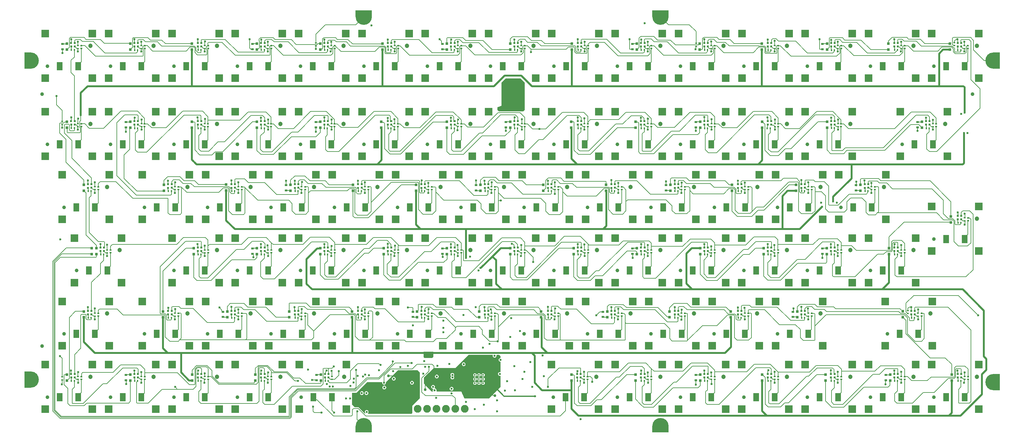
<source format=gtl>
G04*
G04 #@! TF.GenerationSoftware,Altium Limited,Altium Designer,24.2.2 (26)*
G04*
G04 Layer_Physical_Order=1*
G04 Layer_Color=255*
%FSLAX44Y44*%
%MOMM*%
G71*
G04*
G04 #@! TF.SameCoordinates,2B7E99FB-4F0D-402E-9D71-9E8D4FD60802*
G04*
G04*
G04 #@! TF.FilePolarity,Positive*
G04*
G01*
G75*
%ADD10C,0.1500*%
%ADD11C,0.2000*%
%ADD12R,0.4800X0.3800*%
%ADD13R,0.3800X0.4800*%
%ADD14R,0.5500X0.5500*%
%ADD15R,0.8000X0.8000*%
%ADD16R,0.5500X0.3000*%
%ADD17R,0.3000X0.4000*%
%ADD18R,0.8000X0.6000*%
%ADD36C,1.0000*%
%ADD37C,0.7500*%
%ADD38C,0.5000*%
%ADD39C,0.3000*%
%ADD40C,2.0800*%
%ADD41R,2.0800X2.0800*%
%ADD42R,2.0000X2.0000*%
%ADD43C,1.2000*%
%ADD44R,1.5500X2.2000*%
%ADD45C,2.2000*%
%ADD46C,0.6000*%
%ADD47C,0.5000*%
G36*
X1351437Y920563D02*
X1351437Y847565D01*
X1346872Y843000D01*
X1338296D01*
X1338000Y843059D01*
X1338000Y843059D01*
X1281941D01*
X1277000Y848000D01*
X1277070Y854489D01*
X1288330Y858432D01*
Y920563D01*
X1299327Y932327D01*
X1339673D01*
X1351437Y920563D01*
D02*
G37*
G36*
X1104724Y181441D02*
X1100883Y177600D01*
X1081104D01*
X1078659Y180045D01*
Y194617D01*
X1086044D01*
X1086080Y194580D01*
X1086116Y194617D01*
X1104724D01*
Y181441D01*
D02*
G37*
G36*
X1285706Y182939D02*
Y177838D01*
X1284947D01*
X1283109Y177076D01*
X1281703Y175670D01*
X1280941Y173832D01*
Y171843D01*
X1281703Y170005D01*
X1283109Y168599D01*
X1284947Y167838D01*
X1285706D01*
Y140476D01*
X1284995Y140000D01*
X1283005D01*
X1281168Y139239D01*
X1279761Y137832D01*
X1279000Y135995D01*
Y134005D01*
X1279761Y132168D01*
X1281168Y130761D01*
X1283005Y130000D01*
X1284995D01*
X1285706Y129524D01*
Y99800D01*
X1254953Y69047D01*
X1188269D01*
X1179941Y87507D01*
X1154867Y87507D01*
X1154571Y87630D01*
X1152582D01*
X1152286Y87507D01*
X1113855Y87507D01*
X1113006Y88777D01*
X1113317Y89529D01*
Y91518D01*
X1112556Y93356D01*
X1111150Y94762D01*
X1109312Y95523D01*
X1108390D01*
X1107864Y96793D01*
X1108239Y97168D01*
X1109000Y99005D01*
Y100995D01*
X1108239Y102832D01*
X1106832Y104239D01*
X1104995Y105000D01*
X1103005D01*
X1101168Y104239D01*
X1099761Y102832D01*
X1099000Y100995D01*
Y99005D01*
X1099761Y97168D01*
X1101168Y95761D01*
X1103005Y95000D01*
X1103927D01*
X1104453Y93730D01*
X1104079Y93356D01*
X1103317Y91518D01*
Y89529D01*
X1103629Y88777D01*
X1102780Y87507D01*
X1100746D01*
X1082076Y106177D01*
X1079230Y109023D01*
Y125102D01*
X1079551Y125423D01*
X1093000Y138000D01*
X1106000Y151000D01*
X1164239D01*
X1199728Y186489D01*
X1264476D01*
X1265182Y185433D01*
X1265000Y184995D01*
Y183005D01*
X1265761Y181168D01*
X1267168Y179761D01*
X1269005Y179000D01*
X1270995D01*
X1272832Y179761D01*
X1274239Y181168D01*
X1275000Y183005D01*
Y184995D01*
X1274818Y185433D01*
X1275524Y186489D01*
X1282156D01*
X1285706Y182939D01*
D02*
G37*
G36*
X1068416Y138584D02*
Y69602D01*
X1048000Y49186D01*
Y29859D01*
X1045201Y27061D01*
X928144D01*
X927838Y27737D01*
X927754Y28331D01*
X929034Y29610D01*
X929795Y31448D01*
Y33437D01*
X929034Y35275D01*
X927627Y36681D01*
X925789Y37442D01*
X923800D01*
X921963Y36681D01*
X920556Y35275D01*
X919795Y33437D01*
Y31448D01*
X920556Y29610D01*
X920876Y29290D01*
X920731Y28189D01*
X920481Y27890D01*
X920430Y27896D01*
X904163Y44163D01*
X903171Y44826D01*
X902000Y45059D01*
X902000Y45059D01*
X892941D01*
X885028Y52972D01*
Y84000D01*
X897000D01*
X926000Y113000D01*
X966321D01*
X966996Y111990D01*
Y110000D01*
X967757Y108163D01*
X969164Y106756D01*
X971002Y105995D01*
X972991D01*
X974828Y106756D01*
X976235Y108163D01*
X976996Y110000D01*
Y111990D01*
X976739Y112610D01*
X977000Y113000D01*
X1009000Y145000D01*
X1062000D01*
X1068416Y138584D01*
D02*
G37*
%LPC*%
G36*
X1187383Y165932D02*
X1185394D01*
X1183557Y165171D01*
X1182150Y163764D01*
X1181389Y161926D01*
Y159937D01*
X1182150Y158100D01*
X1183557Y156693D01*
X1185394Y155932D01*
X1187383D01*
X1189221Y156693D01*
X1190628Y158100D01*
X1191389Y159937D01*
Y161926D01*
X1190628Y163764D01*
X1189221Y165171D01*
X1187383Y165932D01*
D02*
G37*
G36*
X1239565Y136580D02*
X1237775D01*
X1236121Y135895D01*
X1234855Y134629D01*
X1234170Y132975D01*
Y131185D01*
X1234855Y129531D01*
X1236121Y128265D01*
X1237775Y127580D01*
X1239565D01*
X1241219Y128265D01*
X1242485Y129531D01*
X1243170Y131185D01*
Y132975D01*
X1242485Y134629D01*
X1241219Y135895D01*
X1239565Y136580D01*
D02*
G37*
G36*
X1228565D02*
X1226775D01*
X1225121Y135895D01*
X1223855Y134629D01*
X1223170Y132975D01*
Y131185D01*
X1223855Y129531D01*
X1225121Y128265D01*
X1226775Y127580D01*
X1228565D01*
X1230219Y128265D01*
X1231485Y129531D01*
X1232170Y131185D01*
Y132975D01*
X1231485Y134629D01*
X1230219Y135895D01*
X1228565Y136580D01*
D02*
G37*
G36*
X1217565D02*
X1215775D01*
X1214121Y135895D01*
X1212855Y134629D01*
X1212170Y132975D01*
Y131185D01*
X1212855Y129531D01*
X1214121Y128265D01*
X1215775Y127580D01*
X1217565D01*
X1219219Y128265D01*
X1220485Y129531D01*
X1221170Y131185D01*
Y132975D01*
X1220485Y134629D01*
X1219219Y135895D01*
X1217565Y136580D01*
D02*
G37*
G36*
X1114995Y133000D02*
X1113005D01*
X1111168Y132239D01*
X1109761Y130832D01*
X1109000Y128995D01*
Y127005D01*
X1109761Y125168D01*
X1111168Y123761D01*
X1113005Y123000D01*
X1114995D01*
X1116832Y123761D01*
X1118239Y125168D01*
X1119000Y127005D01*
Y128995D01*
X1118239Y130832D01*
X1116832Y132239D01*
X1114995Y133000D01*
D02*
G37*
G36*
X1156863Y137570D02*
X1154874D01*
X1153036Y136809D01*
X1151629Y135403D01*
X1150868Y133565D01*
Y131576D01*
X1151629Y129738D01*
X1152564Y128804D01*
X1151706Y127945D01*
X1150945Y126108D01*
Y124119D01*
X1151706Y122281D01*
X1153112Y120874D01*
X1154950Y120113D01*
X1156939D01*
X1158777Y120874D01*
X1160183Y122281D01*
X1160945Y124119D01*
Y126108D01*
X1160183Y127945D01*
X1159249Y128880D01*
X1160107Y129738D01*
X1160868Y131576D01*
Y133565D01*
X1160107Y135403D01*
X1158700Y136809D01*
X1156863Y137570D01*
D02*
G37*
G36*
X1239565Y125580D02*
X1237775D01*
X1236121Y124895D01*
X1234855Y123629D01*
X1234170Y121975D01*
Y120185D01*
X1234855Y118531D01*
X1236121Y117265D01*
X1237775Y116580D01*
X1239565D01*
X1241219Y117265D01*
X1242485Y118531D01*
X1243170Y120185D01*
Y121975D01*
X1242485Y123629D01*
X1241219Y124895D01*
X1239565Y125580D01*
D02*
G37*
G36*
X1228565D02*
X1226775D01*
X1225121Y124895D01*
X1223855Y123629D01*
X1223170Y121975D01*
Y120185D01*
X1223855Y118531D01*
X1225121Y117265D01*
X1226775Y116580D01*
X1228565D01*
X1230219Y117265D01*
X1231485Y118531D01*
X1232170Y120185D01*
Y121975D01*
X1231485Y123629D01*
X1230219Y124895D01*
X1228565Y125580D01*
D02*
G37*
G36*
X1217565D02*
X1215775D01*
X1214121Y124895D01*
X1212855Y123629D01*
X1212170Y121975D01*
Y120185D01*
X1212855Y118531D01*
X1214121Y117265D01*
X1215775Y116580D01*
X1217565D01*
X1219219Y117265D01*
X1220485Y118531D01*
X1221170Y120185D01*
Y121975D01*
X1220485Y123629D01*
X1219219Y124895D01*
X1217565Y125580D01*
D02*
G37*
G36*
X1239565Y114580D02*
X1237775D01*
X1236121Y113895D01*
X1234855Y112629D01*
X1234170Y110975D01*
Y109185D01*
X1234855Y107531D01*
X1236121Y106265D01*
X1237775Y105580D01*
X1239565D01*
X1241219Y106265D01*
X1242485Y107531D01*
X1243170Y109185D01*
Y110975D01*
X1242485Y112629D01*
X1241219Y113895D01*
X1239565Y114580D01*
D02*
G37*
G36*
X1228565D02*
X1226775D01*
X1225121Y113895D01*
X1223855Y112629D01*
X1223170Y110975D01*
Y109185D01*
X1223855Y107531D01*
X1225121Y106265D01*
X1226775Y105580D01*
X1228565D01*
X1230219Y106265D01*
X1231485Y107531D01*
X1232170Y109185D01*
Y110975D01*
X1231485Y112629D01*
X1230219Y113895D01*
X1228565Y114580D01*
D02*
G37*
G36*
X1217565D02*
X1215775D01*
X1214121Y113895D01*
X1212855Y112629D01*
X1212170Y110975D01*
Y109185D01*
X1212855Y107531D01*
X1214121Y106265D01*
X1215775Y105580D01*
X1217565D01*
X1219219Y106265D01*
X1220485Y107531D01*
X1221170Y109185D01*
Y110975D01*
X1220485Y112629D01*
X1219219Y113895D01*
X1217565Y114580D01*
D02*
G37*
G36*
X1154995Y99770D02*
X1153005D01*
X1151168Y99009D01*
X1149761Y97602D01*
X1149000Y95765D01*
Y93775D01*
X1149761Y91938D01*
X1151168Y90531D01*
X1153005Y89770D01*
X1154995D01*
X1156832Y90531D01*
X1158239Y91938D01*
X1159000Y93775D01*
Y95765D01*
X1158239Y97602D01*
X1156832Y99009D01*
X1154995Y99770D01*
D02*
G37*
G36*
X998995Y127000D02*
X997005D01*
X995168Y126239D01*
X993761Y124832D01*
X993000Y122995D01*
Y121005D01*
X993761Y119168D01*
X995168Y117761D01*
X997005Y117000D01*
X998995D01*
X1000832Y117761D01*
X1002239Y119168D01*
X1003000Y121005D01*
Y122995D01*
X1002239Y124832D01*
X1000832Y126239D01*
X998995Y127000D01*
D02*
G37*
G36*
X1047995Y116000D02*
X1046005D01*
X1044168Y115239D01*
X1042761Y113832D01*
X1042000Y111995D01*
Y110005D01*
X1042761Y108168D01*
X1044168Y106761D01*
X1046005Y106000D01*
X1047995D01*
X1049832Y106761D01*
X1051239Y108168D01*
X1052000Y110005D01*
Y111995D01*
X1051239Y113832D01*
X1049832Y115239D01*
X1047995Y116000D01*
D02*
G37*
G36*
X973305Y103166D02*
X971316D01*
X969478Y102405D01*
X968071Y100999D01*
X967310Y99161D01*
Y97172D01*
X968071Y95334D01*
X969478Y93927D01*
X971316Y93166D01*
X973305D01*
X975142Y93927D01*
X976549Y95334D01*
X977310Y97172D01*
Y99161D01*
X976549Y100999D01*
X975142Y102405D01*
X973305Y103166D01*
D02*
G37*
G36*
X924995Y88000D02*
X923005D01*
X921168Y87239D01*
X919761Y85832D01*
X919000Y83995D01*
Y82005D01*
X919761Y80168D01*
X921168Y78761D01*
X923005Y78000D01*
X924995D01*
X926832Y78761D01*
X928239Y80168D01*
X929000Y82005D01*
Y83995D01*
X928239Y85832D01*
X926832Y87239D01*
X924995Y88000D01*
D02*
G37*
G36*
X912995D02*
X911005D01*
X909168Y87239D01*
X907761Y85832D01*
X907000Y83995D01*
Y82005D01*
X907761Y80168D01*
X909168Y78761D01*
X911005Y78000D01*
X912995D01*
X914832Y78761D01*
X916239Y80168D01*
X917000Y82005D01*
Y83995D01*
X916239Y85832D01*
X914832Y87239D01*
X912995Y88000D01*
D02*
G37*
%LPD*%
G36*
G01X2632050Y1002490D02*
G01Y958490D01*
G01X2615050D01*
G01Y958490D01*
G02Y1002490I0J22000D01*
G01Y1002490D01*
G01X2632050D01*
D02*
G37*
G36*
G01Y134790D02*
G01Y90790D01*
G01X2615050D01*
G01Y90790D01*
G02Y134790I0J22000D01*
G01Y134790D01*
G01X2632050D01*
D02*
G37*
G36*
G01X1695030Y1115890D02*
G01X1739030D01*
G01Y1098890D01*
G01X1739030D01*
G02X1695030I-22000J0D01*
G01X1695030D01*
G01Y1115890D01*
D02*
G37*
G36*
G01X895030D02*
G01X939030D01*
G01Y1098890D01*
G01X939030D01*
G02X895030I-22000J0D01*
G01X895030D01*
G01Y1115890D01*
D02*
G37*
G36*
G01X1739030Y-23060D02*
G01X1695030D01*
G01Y-6060D01*
G01X1695030D01*
G02X1739030I22000J0D01*
G01X1739030D01*
G01Y-23060D01*
D02*
G37*
G36*
G01X939030D02*
G01X895030D01*
G01Y-6060D01*
G01X895030D01*
G02X939030I22000J0D01*
G01X939030D01*
G01Y-23060D01*
D02*
G37*
G36*
G01X2000Y958490D02*
G01Y1002490D01*
G01X19000D01*
G01Y1002490D01*
G02Y958490I0J-22000D01*
G01Y958490D01*
G01X2000D01*
D02*
G37*
G36*
G01Y97640D02*
G01Y141640D01*
G01X19000D01*
G01Y141640D01*
G02Y97640I0J-22000D01*
G01Y97640D01*
G01X2000D01*
D02*
G37*
D10*
X2492870Y122870D02*
X2509523D01*
X2388000Y280272D02*
Y286000D01*
X2376114Y297886D02*
X2388000Y286000D01*
X2364114Y297886D02*
X2376114D01*
X2388000Y280272D02*
X2389272Y279000D01*
X1897758Y293758D02*
X1915242D01*
X2326179Y465179D02*
X2339570D01*
X2339969Y469113D02*
Y490969D01*
X2344000Y495000D01*
X2491710Y550710D02*
X2504008D01*
X2493290Y553710D02*
X2505251D01*
X2089085Y651562D02*
X2089262Y651385D01*
Y625714D02*
Y651385D01*
X1583380Y622000D02*
X1591541D01*
X1592420Y622879D01*
X1579513Y625867D02*
X1583380Y622000D01*
X1592420Y622879D02*
Y627070D01*
X1564880Y635880D02*
X1576134D01*
X1577013Y635001D01*
Y622087D02*
Y635001D01*
X1562370Y638630D02*
X1578634D01*
X1579513Y637751D01*
X774000Y629000D02*
X872677D01*
X768000Y623000D02*
X774000Y629000D01*
X872677D02*
X878747Y635070D01*
X2172000Y1016100D02*
Y1033924D01*
X1982000Y1017000D02*
X1996369D01*
X1341079Y996000D02*
X1347538Y1002459D01*
X2201250Y1020500D02*
X2204828D01*
X1854000Y995000D02*
X1860000Y1001000D01*
X1757000Y1023000D02*
X1820000D01*
X1347233Y1020500D02*
X1351000D01*
X1346354Y1019621D02*
X1347233Y1020500D01*
X1346354Y1009683D02*
Y1019621D01*
X1178922Y1019750D02*
X1179922Y1020750D01*
X1175672Y1018871D02*
X1176550Y1019750D01*
X1178922D01*
X1175672Y999672D02*
Y1018871D01*
X448666Y1016666D02*
X459427D01*
X96870Y785130D02*
Y810878D01*
X801905Y101905D02*
X807452Y107452D01*
Y148773D01*
X877000Y294407D02*
X891108D01*
X1899642Y296758D02*
X1917242D01*
X2092012Y626500D02*
Y652877D01*
X1579513Y625867D02*
Y637751D01*
X1066071Y657000D02*
X1067670Y655401D01*
X1064662Y622575D02*
Y650338D01*
X2363808Y294739D02*
X2374288D01*
X2389272Y279000D02*
X2399598D01*
X2374288Y294739D02*
X2383000Y286027D01*
X1400741Y294214D02*
X1403548Y291408D01*
X1386289Y294214D02*
X1400741D01*
X1421619Y282479D02*
Y284350D01*
X1420741Y281600D02*
X1421619Y282479D01*
X1408346Y281600D02*
X1420741D01*
X1421619Y284350D02*
X1422538Y285268D01*
X1406548Y283398D02*
X1408346Y281600D01*
X1406548Y283398D02*
Y292522D01*
X1403548Y281129D02*
Y291408D01*
X1385733Y297610D02*
X1401460D01*
X896948Y281172D02*
X898120Y280000D01*
X891108Y294407D02*
X893414Y292101D01*
X893569Y297431D02*
X896948Y294052D01*
X877850Y297431D02*
X893569D01*
X896948Y281172D02*
Y294052D01*
X898120Y280000D02*
X909218D01*
X910390Y281172D01*
Y285993D01*
X552960Y622534D02*
Y636073D01*
X555728Y626097D02*
X559996Y621829D01*
X555728Y626097D02*
Y637983D01*
X2001387Y1004343D02*
Y1016225D01*
X1997902Y1019710D02*
X2001387Y1016225D01*
X1982763Y1019710D02*
X1997902D01*
X1982373Y1020100D02*
X1982763Y1019710D01*
X2166000Y1010100D02*
X2172000Y1016100D01*
X123009Y123009D02*
Y151991D01*
X117000Y117000D02*
X123009Y123009D01*
X805550Y1012235D02*
Y1038621D01*
X808344Y1041415D01*
X799800Y1010100D02*
X801935Y1012235D01*
X805550D01*
X2494546Y126454D02*
X2508864D01*
X631965Y111510D02*
Y152794D01*
X634715Y111429D02*
Y150828D01*
X626899Y106445D02*
X631965Y111510D01*
X381937Y297085D02*
X384682Y294339D01*
X381998Y279315D02*
Y293206D01*
X397018Y280570D02*
X398190Y281742D01*
X384682Y282729D02*
X386841Y280570D01*
X369053Y297085D02*
X381937D01*
X384682Y282729D02*
Y294339D01*
X386841Y280570D02*
X397018D01*
X381119Y294084D02*
X381998Y293206D01*
X359637Y294084D02*
X381119D01*
X2324789Y468179D02*
X2325040Y467929D01*
X2338784D01*
X2339969Y469113D01*
X2339570Y465179D02*
X2342554Y468163D01*
Y486625D01*
X2345929Y490000D01*
X2508000Y535000D02*
Y546718D01*
X2092012Y626500D02*
X2094942Y623570D01*
X2103731D01*
X2104609Y627009D02*
X2105570Y627970D01*
X2104609Y624449D02*
Y627009D01*
X2103731Y623570D02*
X2104609Y624449D01*
X1901775Y635384D02*
X1914647D01*
X1917930Y621070D02*
Y632100D01*
X1922102Y621897D02*
X1933668D01*
X1920930Y623069D02*
Y633343D01*
Y623069D02*
X1922102Y621897D01*
X1902000Y638384D02*
X1915889D01*
X1914647Y635384D02*
X1917930Y632100D01*
X878865Y638323D02*
X894605D01*
X896540Y624460D02*
Y636388D01*
X893290Y621290D02*
Y633795D01*
X878747Y635070D02*
X892015D01*
X896540Y624460D02*
X900318Y620682D01*
X892015Y635070D02*
X893290Y633795D01*
X552082Y636951D02*
X552960Y636073D01*
X537911Y636951D02*
X552082D01*
X553691Y640020D02*
X555728Y637983D01*
X536980Y640020D02*
X553691D01*
X2545250Y1019750D02*
X2546000Y1020500D01*
X2542490Y1019750D02*
X2545250D01*
X2541230Y1018490D02*
X2542490Y1019750D01*
X2541230Y1002929D02*
Y1018490D01*
X2510000Y1011551D02*
Y1013199D01*
X2489842Y1019708D02*
X2503491D01*
X2510000Y1013199D01*
X2502206Y1016708D02*
X2507000Y1011914D01*
X2490183Y1016708D02*
X2502206D01*
X2030853Y1001172D02*
Y1009569D01*
X1996369Y1017000D02*
X1998558Y1014811D01*
Y1001757D02*
Y1014811D01*
X1858203Y1019061D02*
X1859081Y1019939D01*
X1861000D01*
X1858203Y1010789D02*
X1860000Y1008991D01*
X1858203Y1010789D02*
Y1019061D01*
X1861000Y1019939D02*
X1862000Y1020939D01*
X1820000Y1023000D02*
X1821500Y1024500D01*
X1659559Y1016169D02*
Y1033850D01*
X1656490Y1013100D02*
X1659559Y1016169D01*
X1469000Y1016985D02*
X1484619D01*
X1484828Y1016775D01*
X1470208Y1019985D02*
X1486491D01*
X1346354Y1009683D02*
X1347538Y1008500D01*
X1005893Y1019750D02*
X1008250D01*
X1005015Y1018871D02*
X1005893Y1019750D01*
X1005015Y1011275D02*
Y1018871D01*
X1008250Y1019750D02*
X1008500Y1020000D01*
X1005015Y1011275D02*
X1006000Y1010290D01*
Y1001407D02*
Y1010290D01*
X973938Y1000757D02*
Y1015588D01*
X960042Y1019669D02*
X973393D01*
X959000Y1016669D02*
X972858D01*
X973938Y1015588D01*
X976938Y1003172D02*
Y1016124D01*
X973393Y1019669D02*
X976938Y1016124D01*
X791228Y1024050D02*
X793278Y1026100D01*
X783950Y1024050D02*
X791228D01*
X447510Y1019666D02*
X460334D01*
X2400770Y280172D02*
Y286016D01*
X2399598Y279000D02*
X2400770Y280172D01*
X2513035Y126383D02*
Y148319D01*
X2509523Y122870D02*
X2513035Y126383D01*
X2510035Y127626D02*
Y151828D01*
X2508864Y126454D02*
X2510035Y127626D01*
X2537268Y998967D02*
X2541230Y1002929D01*
X111041Y814620D02*
X116120D01*
X108472Y812050D02*
X111041Y814620D01*
X98042Y812050D02*
X108472D01*
X96870Y810878D02*
X98042Y812050D01*
X110171Y784828D02*
Y807148D01*
X111343Y808320D02*
X122107D01*
X110171Y807148D02*
X111343Y808320D01*
X398190Y281742D02*
Y286000D01*
X367882Y298256D02*
X369053Y297085D01*
X464732Y100732D02*
Y147247D01*
X461732Y107732D02*
Y148489D01*
X460000Y106000D02*
X461732Y107732D01*
X1401460Y297610D02*
X1406548Y292522D01*
X168648Y283467D02*
Y294703D01*
X167477Y295874D02*
X168648Y294703D01*
X156349Y295874D02*
X167477D01*
X171095Y281020D02*
X181325D01*
X168648Y283467D02*
X171095Y281020D01*
X182496Y282192D02*
Y285307D01*
X181325Y281020D02*
X182496Y282192D01*
X154000Y293525D02*
X156349Y295874D01*
X2512462Y538140D02*
X2524958D01*
X2526130Y539312D01*
Y541710D01*
X2511000Y539602D02*
X2512462Y538140D01*
X2511000Y539602D02*
Y547961D01*
X2505251Y553710D02*
X2511000Y547961D01*
X2504008Y550710D02*
X2508000Y546718D01*
X1915889Y638384D02*
X1920930Y633343D01*
X1934840Y623069D02*
Y627970D01*
X1933668Y621897D02*
X1934840Y623069D01*
X1407764Y636105D02*
Y656965D01*
X1400730Y629070D02*
X1407764Y636105D01*
X1067662Y643142D02*
Y650298D01*
X1067670Y625252D02*
X1069422Y623500D01*
X1067670Y650307D02*
Y655401D01*
Y625252D02*
Y643133D01*
X1080220Y624672D02*
Y627070D01*
X1079048Y623500D02*
X1080220Y624672D01*
X1069422Y623500D02*
X1079048D01*
X894605Y638323D02*
X896540Y636388D01*
X152850Y787172D02*
Y798692D01*
X135011Y791000D02*
X136720Y792709D01*
X125854Y791000D02*
X135011D01*
X136720Y792709D02*
Y798000D01*
X151100Y800442D02*
Y816277D01*
X154000Y819177D01*
X151100Y800442D02*
X152850Y798692D01*
X122107Y808320D02*
X123278Y807148D01*
Y793576D02*
Y807148D01*
Y793576D02*
X125854Y791000D01*
X447014Y106000D02*
X460000D01*
X1347538Y1002459D02*
Y1008500D01*
X2200901Y1001245D02*
Y1010349D01*
X1688887Y999059D02*
Y1008987D01*
X833923Y1000095D02*
Y1017000D01*
X663250Y1018828D02*
X664422Y1020000D01*
X667500D01*
X663250Y1011172D02*
Y1018828D01*
X2366981Y999256D02*
X2370654Y1002929D01*
Y1018791D01*
X1518652Y1001172D02*
Y1009487D01*
X1516968Y1011172D02*
X1518652Y1009487D01*
X1516968Y1011172D02*
Y1018828D01*
X1518139Y1020000D02*
X1520999D01*
X1516968Y1018828D02*
X1518139Y1020000D01*
X1688740D02*
X1690971D01*
X1687568Y1010306D02*
Y1018828D01*
X1688740Y1020000D01*
X1860000Y1001000D02*
Y1008991D01*
X2030422Y1020000D02*
X2033500D01*
X2029250Y1018828D02*
X2030422Y1020000D01*
X2029250Y1011172D02*
Y1018828D01*
Y1011172D02*
X2030853Y1009569D01*
X2370654Y1018791D02*
X2371826Y1019962D01*
X2374934D01*
X2200078Y1011172D02*
Y1019328D01*
X2201250Y1020500D01*
X1687568Y1010306D02*
X1688887Y1008987D01*
X2200078Y1011172D02*
X2200901Y1010349D01*
X833923Y1017000D02*
X837509Y1020586D01*
X663250Y1011172D02*
X664000Y1010422D01*
D11*
X2442000Y735000D02*
X2462000D01*
X2579000Y852000D01*
Y904000D01*
X2554000Y929000D02*
Y1032011D01*
Y929000D02*
X2579000Y904000D01*
X89000Y860832D02*
X104000Y845832D01*
X89000Y860832D02*
Y885000D01*
X104000Y815950D02*
Y845832D01*
X1524000Y483000D02*
X1605000D01*
X1521710Y485290D02*
X1524000Y483000D01*
X1501000Y506000D02*
X1521710Y485290D01*
Y469470D02*
Y485290D01*
X1605000Y483000D02*
X1616000Y494000D01*
X1458000Y506000D02*
X1501000D01*
X994986Y162315D02*
Y167944D01*
X995511Y168469D01*
X956912Y124242D02*
X994986Y162315D01*
X1551243Y413000D02*
X1628524Y490282D01*
X1524000Y394000D02*
X1543000Y413000D01*
X1551243D01*
X1496000Y99000D02*
X1501140Y104140D01*
Y115770D01*
X1496000Y59000D02*
Y99000D01*
Y59000D02*
X1500000Y55000D01*
X1527000D01*
X1598000Y126000D01*
X1546000Y65000D02*
X1558000D01*
X1530000Y49000D02*
X1546000Y65000D01*
X1492000Y49000D02*
X1530000D01*
X1606000Y126000D02*
X1635259Y155259D01*
X1598000Y126000D02*
X1606000D01*
X1635259Y155259D02*
X1667741D01*
X1558000Y65000D02*
X1625870Y132870D01*
X1649650D01*
X1485000Y56000D02*
X1492000Y49000D01*
X1485000Y56000D02*
Y107000D01*
X1678000Y164000D02*
X1692500Y149500D01*
X1607000Y141000D02*
X1630000Y164000D01*
X1678000D01*
X1693000Y53000D02*
X1753000Y113000D01*
X1760243D01*
X1803243Y156000D01*
X1668000Y58000D02*
X1673000Y53000D01*
X1668000Y58000D02*
Y100172D01*
X1673000Y53000D02*
X1693000D01*
X1698000Y45000D02*
X1750744Y97744D01*
X1818638D01*
X1671539Y45000D02*
X1698000D01*
X1668000Y100172D02*
X1673370Y105541D01*
X1649650Y66889D02*
X1663539Y53000D01*
X1671539Y45000D01*
X1649650Y66889D02*
Y116870D01*
X1673370Y105541D02*
Y115770D01*
X1800000Y164000D02*
X1844000D01*
X1778000Y142000D02*
X1800000Y164000D01*
X1700000Y142000D02*
X1778000D01*
X1844000Y164000D02*
X1863000Y145000D01*
X1843000Y53000D02*
X1875000D01*
X1974000Y152000D01*
X1839000Y57000D02*
X1843000Y53000D01*
X1974000Y152000D02*
X2012000D01*
X2013000Y161000D02*
X2033877Y140123D01*
X1950000Y141000D02*
X1970000Y161000D01*
X2013000D01*
X2037000Y54000D02*
X2111500Y128500D01*
X2116500D01*
X2012000Y54000D02*
X2037000D01*
X2116500Y128500D02*
X2139000Y151000D01*
X2181000D01*
X2119123Y140123D02*
X2137000Y158000D01*
X2194828D02*
X2205000Y147828D01*
X2137000Y158000D02*
X2194828D01*
X2033877Y140123D02*
X2119123D01*
X2033877Y128228D02*
Y140123D01*
X2009000Y57000D02*
X2012000Y54000D01*
X2009000Y57000D02*
Y87000D01*
X2014840Y92840D01*
X2007000Y46000D02*
X2041000D01*
X1999668Y53332D02*
Y125272D01*
Y53332D02*
X2007000Y46000D01*
X2052000Y57000D02*
X2062000D01*
X2041000Y46000D02*
X2052000Y57000D01*
X2138000Y133000D02*
X2161720D01*
X2161850Y132870D01*
X2062000Y57000D02*
X2138000Y133000D01*
X2178000Y90000D02*
X2185570Y97570D01*
X2178000Y59000D02*
X2184000Y53000D01*
X2178000Y59000D02*
Y90000D01*
X2185570Y97570D02*
Y115770D01*
X2184000Y53000D02*
X2208757D01*
X2289757Y134000D01*
X2161850Y62150D02*
X2179000Y45000D01*
X2161850Y62150D02*
Y116870D01*
X2179000Y45000D02*
X2211000D01*
X2265000Y99000D01*
X2330962D01*
X2308000Y134000D02*
X2323071Y149071D01*
X2356842D01*
X2357092Y148821D01*
X2289757Y134000D02*
X2308000D01*
X2366000Y157000D02*
X2375283Y147717D01*
X2310000Y157000D02*
X2366000D01*
X2295000Y142000D02*
X2310000Y157000D01*
X2354000Y56000D02*
X2397000D01*
X2425795Y84795D01*
X2348000Y62000D02*
X2354000Y56000D01*
X2383037Y127963D02*
X2394000Y117000D01*
X2436757D02*
X2446211Y126454D01*
X2394000Y117000D02*
X2436757D01*
X2425795Y84795D02*
X2454795D01*
X2492870Y122870D01*
X2514207Y156000D02*
X2538000D01*
X2510035Y151828D02*
X2514207Y156000D01*
X2538000D02*
X2546136Y147864D01*
X2522172Y56000D02*
X2550000D01*
X2521000Y57172D02*
Y93596D01*
Y57172D02*
X2522172Y56000D01*
X2521000Y93596D02*
X2527030Y99626D01*
X2554000Y60000D02*
Y253000D01*
X2550000Y56000D02*
X2554000Y60000D01*
X2159000Y309000D02*
X2165000Y303000D01*
X2359000D01*
X2132757Y309000D02*
X2159000D01*
X2133000Y264000D02*
X2163739Y294739D01*
X2363808D01*
X2359000Y303000D02*
X2364114Y297886D01*
X2124757Y317000D02*
X2132757Y309000D01*
X2363198Y311000D02*
X2370312Y303886D01*
X2189000Y311000D02*
X2363198D01*
X2184000Y316000D02*
X2189000Y311000D01*
X2140000Y316000D02*
X2184000D01*
X2133000Y264000D02*
Y297068D01*
Y226172D02*
Y264000D01*
X2124650Y298240D02*
X2131828D01*
X2133000Y297068D01*
Y323000D02*
X2140000Y316000D01*
X2093000Y323000D02*
X2133000D01*
X2085670Y315670D02*
X2093000Y323000D01*
X1953910Y298740D02*
Y306828D01*
X1955082Y308000D02*
X1997771D01*
X2037771Y268000D01*
X1953910Y306828D02*
X1955082Y308000D01*
X2037771Y268000D02*
X2081000D01*
X2094000Y255000D01*
Y233000D02*
Y255000D01*
X2067852Y279148D02*
X2104024D01*
X1962000Y315000D02*
X2032000D01*
X2067852Y279148D01*
X1957000Y320000D02*
X1962000Y315000D01*
X1938000Y320000D02*
X1957000D01*
X1935572Y305260D02*
Y317572D01*
X1938000Y320000D01*
X1888400Y308000D02*
X1899642Y296758D01*
X1788757Y308000D02*
X1888400D01*
X1779757Y317000D02*
X1788757Y308000D01*
X1904445Y306610D02*
X1906574Y304481D01*
X1894000Y315000D02*
X1902390Y306610D01*
X1799000Y315000D02*
X1894000D01*
X1902390Y306610D02*
X1904445D01*
X1869092Y265092D02*
X1879000Y275000D01*
X1829921Y265092D02*
X1869092D01*
X1879000Y275000D02*
X1879000D01*
X1897758Y293758D01*
X1790000Y225172D02*
X1829921Y265092D01*
X1790000Y225172D02*
Y297068D01*
X1789000Y325000D02*
X1799000Y315000D01*
X1741000Y313000D02*
X1753000Y325000D01*
X1789000D01*
X1762000Y275000D02*
X1763900Y276900D01*
X1735000Y275000D02*
X1762000D01*
X1702000Y308000D02*
X1735000Y275000D01*
X1624469Y271000D02*
X1728000D01*
X1742000Y257000D01*
Y230000D02*
Y257000D01*
X1618000Y308000D02*
X1702000D01*
X1610460Y315540D02*
X1618000Y308000D01*
X1735172Y288829D02*
X1739782D01*
X1625000Y314000D02*
X1710000D01*
X1739782Y288829D02*
X1741000Y287610D01*
X1710000Y314000D02*
X1735172Y288829D01*
X1617000Y322000D02*
X1625000Y314000D01*
X1579000Y322000D02*
X1617000D01*
X1573470Y303610D02*
Y316470D01*
X1579000Y322000D01*
X1276760Y298240D02*
X1280269Y294731D01*
Y262000D02*
Y294731D01*
X1375343Y308000D02*
X1385733Y297610D01*
X1276000Y308000D02*
X1375343D01*
X1392795Y306258D02*
Y309205D01*
X1284020Y314980D02*
X1387020D01*
X1392795Y306258D02*
X1395443Y303610D01*
X1387020Y314980D02*
X1392795Y309205D01*
X1276000Y323000D02*
X1284020Y314980D01*
X1234000Y323000D02*
X1276000D01*
X1268460Y315540D02*
X1276000Y308000D01*
X1280269Y262000D02*
X1312483Y294214D01*
X1270980Y298240D02*
X1276760D01*
X1280269Y226193D02*
Y262000D01*
X1312483Y294214D02*
X1386289D01*
X1228130Y317130D02*
X1234000Y323000D01*
X1228130Y303610D02*
Y317130D01*
X1251850Y277172D02*
Y285926D01*
X1250678Y276000D02*
X1251850Y277172D01*
X1166000Y276000D02*
X1250678D01*
X1134000Y308000D02*
X1166000Y276000D01*
X1160000Y309000D02*
X1199000D01*
X1112000Y315000D02*
X1154000D01*
X1160000Y309000D01*
X1100232Y298268D02*
X1105732D01*
X1117000Y287000D02*
X1137945D01*
X1105732Y298268D02*
X1117000Y287000D01*
X1104417Y308000D02*
X1134000D01*
X1097417Y315000D02*
X1104417Y308000D01*
X1104000Y323000D02*
X1112000Y315000D01*
X1199000Y309000D02*
X1220390Y287610D01*
X1228130D01*
X1100000Y298500D02*
X1100232Y298268D01*
X1137945Y287000D02*
X1163967Y260978D01*
X1064803Y323000D02*
X1104000D01*
X1063631Y306241D02*
Y321828D01*
X1064803Y323000D01*
X773000Y315000D02*
X878000D01*
X883562Y305048D02*
X885000Y303610D01*
X883562Y305048D02*
Y309438D01*
X878000Y315000D02*
X883562Y309438D01*
X765000Y309000D02*
X866281D01*
X757000Y317000D02*
X765000Y309000D01*
X866281D02*
X877850Y297431D01*
X741613Y317000D02*
X757000D01*
X762000Y326000D02*
X773000Y315000D01*
X717102Y326000D02*
X762000D01*
X715930Y324828D02*
X717102Y326000D01*
X715930Y303610D02*
Y324828D01*
X655000Y277000D02*
X738478D01*
X739650Y278172D02*
Y286015D01*
X624000Y308000D02*
X655000Y277000D01*
X738478D02*
X739650Y278172D01*
X586096Y314904D02*
X593000Y308000D01*
X570913Y314904D02*
X586096D01*
X593000Y308000D02*
X624000D01*
X653000Y315000D02*
X680390Y287610D01*
X604000Y315000D02*
X653000D01*
X680390Y287610D02*
X715930D01*
X594000Y325000D02*
X604000Y315000D01*
X557000Y325000D02*
X594000D01*
X549000Y317000D02*
X557000Y325000D01*
X239572Y484572D02*
X412572D01*
X431000Y503000D01*
X490000D01*
X367882Y423882D02*
X437000Y493000D01*
X367882Y298256D02*
Y423882D01*
X437000Y493000D02*
X477570D01*
X375340Y303610D02*
Y412340D01*
X437340Y474340D02*
X458340D01*
X375340Y412340D02*
X437340Y474340D01*
X473000Y398000D02*
Y446000D01*
X477950Y450950D02*
Y457000D01*
X473000Y446000D02*
X477950Y450950D01*
X477000Y394000D02*
X497000D01*
X574000Y471000D02*
X594000D01*
X497000Y394000D02*
X574000Y471000D01*
X606000Y503000D02*
X654000D01*
X587000Y484000D02*
X606000Y503000D01*
X501000Y484000D02*
X587000D01*
X497000Y480000D02*
X501000Y484000D01*
X594000Y471000D02*
X616000Y493000D01*
X644071D01*
X650742Y486329D01*
X505000Y387000D02*
X561000Y443000D01*
X467000Y387000D02*
X505000D01*
X561000Y443000D02*
X623002D01*
X458340Y395660D02*
X467000Y387000D01*
X458340Y395660D02*
Y458340D01*
X654000Y503000D02*
X668050Y488950D01*
X646000Y391000D02*
X676000D01*
X639124Y397876D02*
Y437124D01*
Y397876D02*
X646000Y391000D01*
X676000D02*
X776000Y491000D01*
X817000D01*
X824000Y504000D02*
X838780Y489220D01*
X752875Y484000D02*
X772875Y504000D01*
X824000D01*
X812000Y402000D02*
Y432000D01*
Y402000D02*
X818000Y396000D01*
X841000D01*
X812000Y432000D02*
X819650Y439650D01*
X841000Y396000D02*
X918000Y473000D01*
X819650Y439650D02*
Y457000D01*
X918000Y473000D02*
X932000D01*
X954005Y495005D01*
X980262D01*
X919000Y461000D02*
X930520D01*
X943860Y474340D02*
X970540D01*
X930520Y461000D02*
X943860Y474340D01*
X848000Y390000D02*
X919000Y461000D01*
X812000Y390000D02*
X848000D01*
X799800Y402200D02*
X812000Y390000D01*
X799800Y402200D02*
Y458340D01*
X943000Y503000D02*
X990000D01*
X838780Y484000D02*
X924000D01*
X943000Y503000D01*
X990000D02*
X1009520Y483480D01*
X1064000Y436000D02*
X1133000D01*
X985000Y388000D02*
X1016000D01*
X1064000Y436000D01*
X970540Y402460D02*
X985000Y388000D01*
X1099000Y465000D02*
X1125000Y491000D01*
X1160071D01*
X1080757Y465000D02*
X1099000D01*
X1011757Y396000D02*
X1080757Y465000D01*
X980000Y406000D02*
X990000Y396000D01*
X980000Y406000D02*
Y431000D01*
X990000Y396000D02*
X1011757D01*
X1114000Y503000D02*
X1165000D01*
X1092000Y481000D02*
X1114000Y503000D01*
X1165000D02*
X1180000Y488000D01*
X1339828Y502000D02*
X1351284Y490544D01*
X1289375Y502000D02*
X1339828D01*
X1227375Y440000D02*
X1289375Y502000D01*
X1319000Y389000D02*
X1358000D01*
X1312000Y396000D02*
Y459407D01*
Y396000D02*
X1319000Y389000D01*
X1358000D02*
X1443340Y474340D01*
X1331000Y395000D02*
X1355000D01*
X1450000Y490000D01*
X1502000D01*
X1443340Y474340D02*
X1482730D01*
X1351284Y468666D02*
Y490544D01*
X1432000Y480000D02*
X1458000Y506000D01*
X1352000Y480000D02*
X1432000D01*
X1512000Y470320D02*
Y484000D01*
X1512691Y469629D02*
X1513009D01*
X1512000Y470320D02*
X1512691Y469629D01*
X1498000Y394000D02*
X1524000D01*
X1528000Y387000D02*
X1541000Y400000D01*
X1482730Y397270D02*
X1493000Y387000D01*
X1528000D01*
X1541000Y400000D02*
X1561000D01*
X1482730Y397270D02*
Y458340D01*
X1627340Y466340D02*
X1650970D01*
X1561000Y400000D02*
X1627340Y466340D01*
X1616000Y494000D02*
X1686000D01*
X1704000Y393000D02*
X1801000Y490000D01*
X1673000Y393000D02*
X1704000D01*
X1801000Y490000D02*
X1842000D01*
X1797000Y499000D02*
X1853000D01*
X1863180Y488820D01*
X1777000Y479000D02*
X1797000Y499000D01*
X1865000Y395000D02*
X1941000Y471000D01*
X1844000Y395000D02*
X1865000D01*
X1941000Y471000D02*
X1953000D01*
X1974000Y492000D01*
X1824200Y403800D02*
X1841000Y387000D01*
X1870000D01*
X1940647Y457647D01*
X1824200Y403800D02*
Y458340D01*
X1940647Y457647D02*
X1956647D01*
X1973340Y474340D02*
X1994930D01*
X1956647Y457647D02*
X1973340Y474340D01*
X1974000Y492000D02*
X2014925D01*
X2016097Y475383D02*
Y490828D01*
X2014925Y492000D02*
X2016097Y490828D01*
X2033815Y484474D02*
X2128474D01*
X2033815D02*
Y497185D01*
Y469631D02*
Y484474D01*
X1969000Y505000D02*
X2026000D01*
X2033815Y497185D01*
X1947000Y483000D02*
X1969000Y505000D01*
X1863180Y483000D02*
X1947000D01*
X1994930Y399070D02*
Y458340D01*
Y399070D02*
X2006000Y388000D01*
X2041000D01*
X2087000Y434000D01*
X2162632D01*
X2085757Y444000D02*
X2107000D01*
X2154000Y491000D01*
X2185000D01*
X2128474Y484474D02*
X2144000Y500000D01*
X2194000D02*
X2204650Y489350D01*
X2144000Y500000D02*
X2194000D01*
X2184000Y397000D02*
X2242000D01*
X2181042Y399958D02*
Y429626D01*
Y399958D02*
X2184000Y397000D01*
X2242000D02*
X2303000Y458000D01*
X2319000D02*
X2326179Y465179D01*
X2303000Y458000D02*
X2319000D01*
X2344000Y495000D02*
X2367000D01*
X2375430Y486570D01*
X2354000Y397000D02*
X2541000D01*
X2560000Y416000D01*
X2349280Y401720D02*
X2354000Y397000D01*
X2527822Y570822D02*
X2532000Y575000D01*
X2527822Y561360D02*
Y570822D01*
X2560000Y416000D02*
Y566000D01*
X2551000Y575000D02*
X2560000Y566000D01*
X2480290Y550710D02*
X2491710D01*
X2480000Y567000D02*
X2493290Y553710D01*
X2480000Y567000D02*
Y603485D01*
X2461459Y569541D02*
X2480290Y550710D01*
X2301964Y569541D02*
X2461459D01*
X2500180Y559710D02*
Y599820D01*
X2444000Y656000D02*
X2500180Y599820D01*
X2301964Y569541D02*
X2305000Y572577D01*
X2296423Y564000D02*
X2301964Y569541D01*
X2259000Y662000D02*
X2305000D01*
X2311000Y656000D01*
X2444000D01*
X2307000Y650000D02*
X2327000D01*
X2342757Y634243D01*
X2449243D01*
X2480000Y603485D01*
X2278263Y655280D02*
X2301720D01*
X2277092Y654108D02*
X2278263Y655280D01*
X2301720D02*
X2307000Y650000D01*
X2277092Y646720D02*
Y654108D01*
X2151353Y626601D02*
X2162000Y615954D01*
Y580209D02*
X2170208Y572000D01*
X2162000Y580209D02*
Y615954D01*
X2171924Y590000D02*
X2196000D01*
X2226000Y620000D02*
X2272000D01*
X2196000Y590000D02*
X2226000Y620000D01*
X2272000D02*
X2275864Y623864D01*
X2170753Y591172D02*
X2171924Y590000D01*
X2170753Y591172D02*
Y642247D01*
X2159000Y654000D02*
X2170753Y642247D01*
X2089085Y651562D02*
Y651755D01*
X2084000Y663000D02*
X2092012Y654988D01*
Y652877D02*
Y654988D01*
X2063000Y653000D02*
X2087840D01*
X2089085Y651755D01*
X2049000Y663000D02*
X2084000D01*
X2042000Y656000D02*
X2049000Y663000D01*
X1936613Y656000D02*
X2042000D01*
X1944590Y640150D02*
X1944693Y640253D01*
X1934742Y654129D02*
X1936613Y656000D01*
X1944693Y640253D02*
Y650898D01*
X1944795Y651000D01*
X1980000Y577000D02*
X1996000D01*
X2064070Y645070D01*
X1995000Y585000D02*
X2063000Y653000D01*
X1976000Y585000D02*
X1995000D01*
X1964000Y573000D02*
X1976000Y585000D01*
X1959000Y568000D02*
X1964000Y573000D01*
X1963000Y560000D02*
X1980000Y577000D01*
X2064070Y645070D02*
X2082720D01*
X1924000Y560000D02*
X1963000D01*
X1964000Y573000D02*
Y637073D01*
X1927000Y568000D02*
X1959000D01*
X1909990Y574010D02*
X1924000Y560000D01*
X1909990Y574010D02*
Y626070D01*
X1861616Y638384D02*
X1902000D01*
X1851000Y649000D02*
X1861616Y638384D01*
X1787000Y649000D02*
X1851000D01*
X1795000Y656000D02*
X1891000D01*
X1901930Y645070D02*
X1911990D01*
X1891000Y656000D02*
X1901930Y645070D01*
X1779000Y657000D02*
X1787000Y649000D01*
X1887391Y621000D02*
X1901775Y635384D01*
X1805000Y621000D02*
X1887391D01*
X1796000Y630000D02*
Y637000D01*
Y575000D02*
Y630000D01*
X1805000Y621000D01*
X1787000Y664000D02*
X1795000Y656000D01*
X1747000Y664000D02*
X1787000D01*
X1748072Y575928D02*
Y588928D01*
X1624000Y600000D02*
X1629000Y605000D01*
X1732000D01*
X1748072Y588928D01*
X1624000Y600000D02*
Y632123D01*
Y575000D02*
Y600000D01*
X1457000Y655000D02*
X1569298D01*
X1570470Y653828D01*
Y645070D02*
Y653828D01*
X1448000Y664000D02*
X1457000Y655000D01*
X1544000Y615000D02*
X1564880Y635880D01*
X1465172Y615000D02*
X1544000D01*
X1480000Y649000D02*
X1490370Y638630D01*
X1562370D01*
X1447000Y649000D02*
X1480000D01*
X1437000Y659000D02*
X1447000Y649000D01*
X1427000Y659000D02*
X1437000D01*
X1424715Y656715D02*
X1427000Y659000D01*
X1424715Y648064D02*
Y656715D01*
X1414799Y664000D02*
X1448000D01*
X1407764Y656965D02*
X1414799Y664000D01*
X1453172Y627000D02*
Y633828D01*
Y572172D02*
Y627000D01*
X1465172Y615000D01*
X1258000Y659000D02*
X1267757D01*
X1252642Y646720D02*
Y653642D01*
X1258000Y659000D01*
X1267757D02*
X1276757Y650000D01*
X1240000Y666000D02*
X1272000D01*
X1232000Y658000D02*
X1240000Y666000D01*
X1272000D02*
X1282000Y656000D01*
X1344000D01*
X1276757Y650000D02*
X1315632D01*
X1345586Y620046D01*
X1344000Y656000D02*
X1354930Y645070D01*
X1400730D01*
X1393940Y609000D02*
X1408000Y594940D01*
X1295000Y609000D02*
X1393940D01*
X1280000Y624000D02*
X1295000Y609000D01*
X1280000Y624000D02*
Y637000D01*
Y601201D02*
Y624000D01*
X1214268Y616732D02*
X1248732D01*
X1082913Y656000D02*
X1175000D01*
X1214268Y616732D01*
X1133000Y604000D02*
X1223000D01*
X1233000Y581000D02*
Y594000D01*
X1223000Y604000D02*
X1233000Y594000D01*
X1111000Y626000D02*
X1133000Y604000D01*
X1111000Y626000D02*
Y638204D01*
Y575000D02*
Y626000D01*
X1109504Y639700D02*
X1111000Y638204D01*
X1100250Y639700D02*
X1109504D01*
X1077000Y566000D02*
X1102000D01*
X1111000Y575000D01*
X1064662Y578338D02*
X1077000Y566000D01*
X650000Y651000D02*
X682350Y618650D01*
X606000Y651000D02*
X650000D01*
X682350Y618650D02*
X738478D01*
X900000Y563000D02*
X927000D01*
X937000Y573000D01*
Y598000D01*
X888000Y561000D02*
X893000Y556000D01*
X888000Y561000D02*
Y629000D01*
X893000Y556000D02*
X929243D01*
X1018243Y645000D01*
X937000Y598000D02*
Y638749D01*
X991000Y652000D02*
X1063000D01*
X937000Y598000D02*
X991000Y652000D01*
X935828Y639921D02*
X937000Y638749D01*
X929146Y639921D02*
X935828D01*
X740442Y654442D02*
X745000Y659000D01*
X740442Y646720D02*
Y654442D01*
X745000Y659000D02*
X757000D01*
X813000Y656000D02*
X823930Y645070D01*
X771500Y656000D02*
X813000D01*
X823930Y645070D02*
X887540D01*
X758500Y669000D02*
X771500Y656000D01*
X767000Y649000D02*
X804241D01*
X757000Y659000D02*
X767000Y649000D01*
X804241D02*
X814918Y638323D01*
X768000Y623000D02*
Y638815D01*
Y573000D02*
Y623000D01*
X731000Y669000D02*
X758500D01*
X719800Y657800D02*
X731000Y669000D01*
X596000Y661000D02*
X606000Y651000D01*
X597000Y569000D02*
Y638000D01*
X631121Y603879D01*
X714879D01*
X723947Y594810D01*
X588050Y639700D02*
X595300D01*
X597000Y638000D01*
X570883Y661000D02*
X596000D01*
X569712Y646720D02*
Y659828D01*
X570883Y661000D01*
X568920Y623001D02*
Y627970D01*
X567748Y621829D02*
X568920Y623001D01*
X559996Y621829D02*
X567748D01*
X439828Y625000D02*
X525960D01*
X537911Y636951D01*
X398982Y646720D02*
Y653982D01*
X404000Y659000D02*
X419537D01*
X398982Y653982D02*
X404000Y659000D01*
X419537D02*
X429537Y649000D01*
X388000Y667000D02*
X421000D01*
X378340Y657340D02*
X388000Y667000D01*
X421000D02*
X432000Y656000D01*
X429537Y649000D02*
X451000D01*
X459980Y640020D01*
X536980D01*
X461194Y656000D02*
X471174Y646020D01*
X432000Y656000D02*
X461194D01*
X417320Y639700D02*
X425128D01*
X426000Y638828D01*
X439828Y625000D01*
X304000Y617000D02*
X395836D01*
X398190Y619353D01*
X251000Y670000D02*
X304000Y617000D01*
X251000Y670000D02*
Y813000D01*
X305000Y628000D02*
X377270D01*
X271000Y662000D02*
X305000Y628000D01*
X377270D02*
X378340Y629070D01*
X271000Y662000D02*
Y726000D01*
X286000Y741000D01*
X177000Y798000D02*
X216000D01*
X262000Y844000D02*
X307000D01*
X216000Y798000D02*
X262000Y844000D01*
X272000Y834000D02*
X306000D01*
X251000Y813000D02*
X272000Y834000D01*
X307000Y844000D02*
X326000Y825000D01*
X301000Y785000D02*
X307816Y791816D01*
X301000Y739000D02*
Y785000D01*
Y739000D02*
X307000Y733000D01*
X332000D01*
X432000Y833000D01*
X476000D01*
X429000Y844000D02*
X482000D01*
X345000Y799000D02*
X384000D01*
X429000Y844000D01*
X482000D02*
X497000Y829000D01*
X472000Y742000D02*
Y778000D01*
X478000Y736000D02*
X499000D01*
X472000Y742000D02*
X478000Y736000D01*
X524000Y761000D02*
X541333D01*
X499000Y736000D02*
X524000Y761000D01*
X541333D02*
X612333Y832000D01*
X507711Y726000D02*
X516012Y734300D01*
X536300D01*
X472000Y778000D02*
X478210Y784210D01*
X475000Y726000D02*
X507711D01*
X461849Y739151D02*
X475000Y726000D01*
X461849Y739151D02*
Y813363D01*
X536300Y734300D02*
X617370Y815370D01*
X629060D01*
X605000Y842000D02*
X653000D01*
X583000Y820000D02*
X605000Y842000D01*
X653000D02*
X667000Y828000D01*
X497000Y820000D02*
X583000D01*
X649662Y817020D02*
Y826338D01*
X644000Y832000D02*
X649662Y826338D01*
X669195Y734000D02*
X722597Y787403D01*
X739403D01*
X784000Y832000D01*
X819000D01*
X645000Y734000D02*
X669195D01*
X638069Y740931D02*
X645000Y734000D01*
X638069Y740931D02*
Y777069D01*
X629060Y737940D02*
X640000Y727000D01*
X674000D01*
X629060Y737940D02*
Y799370D01*
X674000Y727000D02*
X722000Y775000D01*
X788000D01*
X816000Y843000D02*
X838000Y821000D01*
X773952Y843000D02*
X816000D01*
X727952Y797000D02*
X773952Y843000D01*
X814000Y740000D02*
Y775000D01*
X818755Y779755D01*
X814000Y740000D02*
X819000Y735000D01*
X850000D01*
X948064Y833064D01*
X985936D01*
X990000Y843000D02*
X1009000Y824000D01*
X901435Y799817D02*
X944618Y843000D01*
X990000D01*
X985936Y833064D02*
X988742Y830258D01*
X984000Y782000D02*
X990380Y788380D01*
X984000Y740000D02*
Y782000D01*
Y740000D02*
X988000Y736000D01*
X1015000D01*
X1017000Y728000D02*
X1103978Y814978D01*
X988000Y728000D02*
X1017000D01*
X973000Y743000D02*
X988000Y728000D01*
X973000Y743000D02*
Y811000D01*
X1111000Y832000D02*
X1156000D01*
X1015000Y736000D02*
X1111000Y832000D01*
X1103978Y814978D02*
X1140948D01*
X1158071Y842000D02*
X1179964Y820107D01*
X1068515Y799000D02*
X1111515Y842000D01*
X1158071D01*
X1154000Y782000D02*
X1161040Y789040D01*
X1154000Y740000D02*
X1158000Y736000D01*
X1154000Y740000D02*
Y782000D01*
X1141340Y734660D02*
Y799370D01*
Y734660D02*
X1149000Y727000D01*
X1186000D01*
X1236000Y777000D01*
X1298000D01*
X1240000Y801000D02*
X1279000Y840000D01*
X1197000Y801000D02*
X1240000D01*
X1279000Y840000D02*
X1338000D01*
X1351000Y827000D01*
X1286243Y834000D02*
X1326000D01*
X1332742Y827258D01*
X1237243Y785000D02*
X1286243Y834000D01*
X1335000Y729000D02*
X1351000D01*
X1389000Y767000D01*
X1400000D01*
X1465000Y832000D01*
X1325000Y739000D02*
X1335000Y729000D01*
X1325000Y739000D02*
Y780000D01*
X1465000Y832000D02*
X1497571D01*
X1390770Y796000D02*
X1408000D01*
X1453000Y841000D02*
X1510000D01*
X1408000Y796000D02*
X1453000Y841000D01*
X1372000Y796000D02*
X1390770D01*
X1510000Y841000D02*
X1521000Y830000D01*
X1499000Y737000D02*
X1524000D01*
X1596500Y809500D01*
X1615500D01*
X1521000Y809770D02*
X1521573D01*
X1521000Y814000D02*
X1528000Y821000D01*
X1521000Y810500D02*
Y814000D01*
X1528000Y821000D02*
X1604000D01*
X1521000Y814000D02*
Y830000D01*
X1604000Y821000D02*
X1624000Y841000D01*
X1494000Y742000D02*
X1499000Y737000D01*
X1494000Y742000D02*
Y780000D01*
X1502525Y788525D01*
X1484000Y738757D02*
X1495757Y727000D01*
X1528000D01*
X1600370Y799370D01*
X1637868Y831868D02*
X1665939D01*
X1615500Y809500D02*
X1637868Y831868D01*
X1624000Y841000D02*
X1675192D01*
X1600370Y799370D02*
X1649600D01*
X1851545Y841000D02*
X1863319Y829226D01*
X1796000Y841000D02*
X1851545D01*
X1755000Y800000D02*
X1796000Y841000D01*
X1675192D02*
X1692000Y824192D01*
X1669172Y736000D02*
X1692000D01*
X1668000Y783000D02*
X1673190Y788190D01*
X1668000Y737172D02*
X1669172Y736000D01*
X1668000Y737172D02*
Y783000D01*
X1663000Y729000D02*
X1699000D01*
X1657985Y734015D02*
X1663000Y729000D01*
X1699000D02*
X1751000Y781000D01*
X1817628D01*
X1746121Y790121D02*
X1768121D01*
X1692000Y736000D02*
X1746121Y790121D01*
X1657985Y734015D02*
Y811825D01*
X1768121Y790121D02*
X1811000Y833000D01*
X1843570D01*
X1709000Y800000D02*
X1755000D01*
X1846000Y732000D02*
X1868000D01*
X1838000Y740000D02*
Y781000D01*
Y740000D02*
X1846000Y732000D01*
X1838000Y781000D02*
X1843870Y786870D01*
X1868000Y732000D02*
X1970000Y834000D01*
X2009571D01*
X1923000Y799000D02*
X1967000Y843000D01*
X1884160Y799000D02*
X1923000D01*
X1873390Y809770D02*
X1884160Y799000D01*
X2009571Y834000D02*
X2014742Y828829D01*
X1967000Y843000D02*
X2017000D01*
X2034000Y826000D01*
X2015243Y734000D02*
X2034000D01*
X2134000Y834000D02*
X2182000D01*
X2034000Y734000D02*
X2134000Y834000D01*
X2013000Y724000D02*
X2035000D01*
X2053500Y742500D02*
X2069130D01*
X2035000Y724000D02*
X2053500Y742500D01*
X2142000Y815370D02*
X2166000D01*
X2069130Y742500D02*
X2142000Y815370D01*
X1999000Y738000D02*
X2013000Y724000D01*
X2008000Y741243D02*
X2015243Y734000D01*
X2008000Y780556D02*
X2012950Y785506D01*
X2008000Y741243D02*
Y780556D01*
X1999000Y738000D02*
Y808600D01*
X2092000Y797000D02*
X2138000Y843000D01*
X2181313D01*
X2054000Y797000D02*
X2092000D01*
X2181313Y843000D02*
X2204000Y820313D01*
X2179000Y785000D02*
X2185700Y791700D01*
X2179000Y738472D02*
Y785000D01*
X2185700Y791700D02*
Y798154D01*
X2176000Y729000D02*
X2211000D01*
X2166000Y739000D02*
Y799370D01*
Y739000D02*
X2176000Y729000D01*
X2220000Y738000D02*
X2322000D01*
X2211000Y729000D02*
X2220000Y738000D01*
X2322000D02*
X2391404Y807404D01*
X2444000Y842000D02*
X2460000Y826000D01*
X2393000Y842000D02*
X2444000D01*
X2348000Y797000D02*
X2393000Y842000D01*
X2318000Y745000D02*
X2406000Y833000D01*
X2215700Y745000D02*
X2318000D01*
X2406000Y833000D02*
X2438000D01*
X2391404Y807404D02*
X2413775D01*
X2442523Y816452D02*
Y828477D01*
X2438000Y833000D02*
X2442523Y828477D01*
X2356742Y1027400D02*
Y1036828D01*
X2357913Y1038000D02*
X2369000D01*
X2356742Y1036828D02*
X2357913Y1038000D01*
X2208000Y1030000D02*
X2246000D01*
X2275000Y1001000D02*
X2348800D01*
X2246000Y1030000D02*
X2275000Y1001000D01*
X2186622Y1027750D02*
X2187328Y1028457D01*
X2171995Y1040823D02*
X2173172Y1042000D01*
X2201000Y1037000D02*
X2208000Y1030000D01*
X2171995Y1033929D02*
X2172000Y1033924D01*
X2187328Y1035828D02*
X2188500Y1037000D01*
X2177230Y1027989D02*
Y1036422D01*
X2177439Y1036631D01*
X2187328Y1028457D02*
Y1035828D01*
X2348800Y1001000D02*
X2356300Y1008500D01*
X2188500Y1037000D02*
X2201000D01*
X2176992Y1027750D02*
X2177230Y1027989D01*
X2171995Y1033929D02*
Y1040823D01*
X2173172Y1042000D02*
X2208000D01*
X2214000Y1036000D01*
X2356300Y1008500D02*
Y1009000D01*
X1967000Y1002000D02*
X1982000Y1017000D01*
X1888000Y1002000D02*
X1967000D01*
X1191500Y1020500D02*
X1216000Y996000D01*
X1341079D01*
X668000Y977720D02*
Y1012000D01*
X659060Y968780D02*
X668000Y977720D01*
X177000Y516354D02*
X201000Y492354D01*
X177000Y610354D02*
X182090Y615444D01*
X177000Y516354D02*
Y610354D01*
X182090Y615444D02*
Y627970D01*
X216828Y492354D02*
X218000Y491183D01*
X201000Y492354D02*
X216828D01*
X216392Y475990D02*
X218000Y477598D01*
Y491183D01*
X2475535Y1016535D02*
X2490010D01*
X2399000Y1006000D02*
X2465000D01*
X2475535Y1016535D01*
X2407000Y1033000D02*
X2420292Y1019708D01*
X2489842D01*
X2374000Y1033000D02*
X2407000D01*
X2386000Y1038000D02*
X2418000D01*
X2381000Y1043000D02*
X2386000Y1038000D01*
X2341231Y1043000D02*
X2381000D01*
X2418000Y1038000D02*
X2429900Y1026100D01*
X2375337Y1020365D02*
Y1020962D01*
X2375434Y1020462D02*
X2384538D01*
X2399000Y1006000D01*
X2238000Y994000D02*
X2361725D01*
X2366981Y999256D01*
X2211500Y1020500D02*
X2238000Y994000D01*
X2258000Y1036000D02*
X2283900Y1010100D01*
X2214000Y1036000D02*
X2258000D01*
X2283900Y1010100D02*
X2331600D01*
X2204828Y1020500D02*
X2211500D01*
X2191657Y992000D02*
X2200901Y1001245D01*
X2040500Y1020500D02*
X2069000Y992000D01*
X2191657D01*
X2185298Y1004298D02*
Y1008037D01*
X2182000Y1001000D02*
X2185298Y1004298D01*
Y1008037D02*
X2185700Y1008439D01*
X2113327Y1001000D02*
X2182000D01*
X2035000Y1033000D02*
X2081326D01*
X2028000Y1040000D02*
X2035000Y1033000D01*
X2081326D02*
X2113327Y1001000D01*
X2034000Y1020500D02*
X2040500D01*
X1901900Y1020100D02*
X1982373D01*
X1892000Y1030000D02*
X1901900Y1020100D01*
X1869000Y1030000D02*
X1892000D01*
X1861000Y1038000D02*
X1869000Y1030000D01*
X1849035Y1038000D02*
X1861000D01*
X1844742Y1033707D02*
X1849035Y1038000D01*
X1833520Y1043056D02*
X1868945D01*
X1875000Y1037000D01*
X1905000D01*
X1915900Y1026100D01*
X1863000Y1020500D02*
X1869500D01*
X1888000Y1002000D01*
X1843772Y1004771D02*
Y1008902D01*
X1840000Y1001000D02*
X1843772Y1004771D01*
Y1008902D02*
X1843870Y1009000D01*
X1765669Y1001000D02*
X1840000D01*
X1725000Y995000D02*
X1854000D01*
X1699500Y1020500D02*
X1725000Y995000D01*
X1659480Y1033929D02*
Y1041480D01*
X1664000Y1046000D02*
X1699000D01*
X1659480Y1041480D02*
X1664000Y1046000D01*
X1699000D02*
X1709000Y1036000D01*
X1744000D02*
X1757000Y1023000D01*
X1709000Y1036000D02*
X1744000D01*
X1700000Y1031000D02*
X1735669D01*
X1692247Y1038753D02*
X1700000Y1031000D01*
X1735669D02*
X1765669Y1001000D01*
X1674913Y1038753D02*
X1692247D01*
X1692318Y1020500D02*
X1699500D01*
X1682828Y993000D02*
X1688887Y999059D01*
X1602757Y993000D02*
X1682828D01*
X1565757Y1030000D02*
X1602757Y993000D01*
X1504631Y1038000D02*
X1572000D01*
X1609113Y1000887D01*
X1503460Y1027468D02*
Y1036828D01*
X1504631Y1038000D01*
X1609113Y1000887D02*
X1670477D01*
X1526718Y1030000D02*
X1565757D01*
X1521718Y1025000D02*
X1526718Y1030000D01*
X1396000Y1035000D02*
X1404900Y1026100D01*
X1369000Y1035000D02*
X1396000D01*
X1359000Y1045000D02*
X1369000Y1035000D01*
X1359000Y1030000D02*
X1385000D01*
X1395015Y1019985D01*
X1351000Y1038000D02*
X1359000Y1030000D01*
X1312000Y1039000D02*
X1318000Y1045000D01*
X1359000D01*
X1337531Y1038000D02*
X1351000D01*
X1359000Y1020000D02*
X1368079Y1010921D01*
X1352000Y1020000D02*
X1359000D01*
X1351000Y1021000D02*
X1352000Y1020000D01*
X1351000Y1021000D02*
X1352000D01*
X1395015Y1019985D02*
X1470208D01*
X1332662Y1033131D02*
X1337531Y1038000D01*
X1462937Y1010921D02*
X1469000Y1016985D01*
X1368079Y1010921D02*
X1462937D01*
X1180172Y1020500D02*
X1191500D01*
X1238000Y1035000D02*
X1263000Y1010000D01*
X1191935Y1035000D02*
X1238000D01*
X1263000Y1010000D02*
X1312000D01*
X1184543Y1042392D02*
X1191935Y1035000D01*
X1165409Y1037000D02*
X1176000D01*
X1184000Y1029000D01*
X1161909Y1033500D02*
X1165409Y1037000D01*
X1184000Y1029000D02*
X1227757D01*
X1254105Y1002653D01*
X1171000Y995000D02*
X1175672Y999672D01*
X1040000Y995000D02*
X1171000D01*
X1014500Y1020500D02*
X1040000Y995000D01*
X1066000Y1037000D02*
X1101000Y1002000D01*
X1160300Y1003172D02*
Y1008335D01*
X1101000Y1002000D02*
X1159129D01*
X1160300Y1003172D01*
Y1008335D02*
X1161040Y1009074D01*
X993929Y1037000D02*
X1066000D01*
X1009515Y1020500D02*
X1014500D01*
X1000540Y968780D02*
X1009515Y977755D01*
Y1013000D01*
X887000Y1025000D02*
X964000D01*
X874706Y1037294D02*
X887000Y1025000D01*
X845706Y1037294D02*
X874706D01*
X870000Y1031000D02*
X881331Y1019669D01*
X843000Y1031000D02*
X870000D01*
X838000Y1036000D02*
X843000Y1031000D01*
X822832Y1036000D02*
X838000D01*
X841000Y1042000D02*
X845706Y1037294D01*
X808929Y1042000D02*
X841000D01*
X881331Y1019669D02*
X960042D01*
X838673Y1020500D02*
X839923D01*
X947331Y1005000D02*
X959000Y1016669D01*
X855423Y1005000D02*
X947331D01*
X839923Y1020500D02*
X855423Y1005000D01*
X818999Y1004999D02*
Y1008459D01*
X815923Y1001923D02*
X818999Y1004999D01*
X742319Y1001923D02*
X815923D01*
X818999Y1008459D02*
X819185Y1008645D01*
X674000Y1021000D02*
X700000Y995000D01*
X828828D02*
X833923Y1000095D01*
X700000Y995000D02*
X828828D01*
X672549Y1042452D02*
X678000Y1037000D01*
X638630Y1042452D02*
X672549D01*
X678000Y1037000D02*
X722000D01*
X734950Y1024050D01*
X783950D01*
X675000Y1031000D02*
X713243D01*
X742319Y1001923D01*
X653000Y1037000D02*
X669000D01*
X675000Y1031000D01*
X649742Y1033742D02*
X653000Y1037000D01*
X668000Y1021000D02*
X668250Y1020750D01*
X668000Y1021000D02*
X674000D01*
X535000Y1030000D02*
X570000Y995000D01*
X664000Y996172D02*
Y1010422D01*
X570000Y995000D02*
X662828D01*
X664000Y996172D01*
X498313Y1030000D02*
X535000D01*
X497141Y1028828D02*
X498313Y1030000D01*
X497141Y1021985D02*
Y1028828D01*
X492731Y996000D02*
X493903Y997172D01*
Y1009883D01*
X461768Y1002232D02*
X468000Y996000D01*
X492731D01*
X464768Y1007413D02*
X470499Y1001683D01*
X477038D01*
X478210Y1002855D01*
Y1009000D01*
X461768Y1002232D02*
Y1014325D01*
X348000Y1006000D02*
X438000D01*
X448666Y1016666D01*
X168366Y1037634D02*
X206969D01*
X217603Y1027000D01*
X162789Y1043211D02*
X168366Y1037634D01*
X188140Y1031860D02*
X190642Y1029358D01*
X157898Y1031860D02*
X188140D01*
X190642Y1029358D02*
X219000Y1001000D01*
X152757Y1037000D02*
X157898Y1031860D01*
X140000Y1037000D02*
X152757D01*
X125998Y1043211D02*
X162789D01*
X137512Y1027750D02*
Y1034512D01*
X140000Y1037000D01*
X219000Y1001000D02*
X304000D01*
X155853Y1021000D02*
X165000D01*
X194000Y992000D01*
X310000Y1037000D02*
X322000D01*
X308266Y1035266D02*
X310000Y1037000D01*
X308266Y1027805D02*
Y1035266D01*
X328000Y1031000D02*
X361000D01*
X322000Y1037000D02*
X328000Y1031000D01*
X361000D02*
X364636Y1027364D01*
X335269Y1042731D02*
X342000Y1036000D01*
X372657D01*
X364636Y1027364D02*
X372334Y1019666D01*
X372657Y1036000D02*
X382557Y1026100D01*
X295858Y1042731D02*
X335269D01*
X308212Y1027750D02*
X308266Y1027805D01*
X372334Y1019666D02*
X447510D01*
X326051Y1020467D02*
X326551Y1020967D01*
Y1021000D02*
X333000D01*
X348000Y1006000D01*
X320998Y992000D02*
X322170Y993172D01*
Y1010803D01*
X194000Y992000D02*
X320998D01*
X217603Y1027000D02*
X286700D01*
X114000Y706000D02*
Y768000D01*
X96870Y785130D02*
X114000Y768000D01*
X182742Y645750D02*
Y664258D01*
X130000Y717000D02*
X182742Y664258D01*
X130000Y717000D02*
Y765000D01*
X110171Y784828D02*
X130000Y765000D01*
X162240Y645070D02*
Y657760D01*
X114000Y706000D02*
X162240Y657760D01*
X163000Y49000D02*
X170000Y56000D01*
X283000D02*
X288000Y61000D01*
X170000Y56000D02*
X283000D01*
X125000Y49000D02*
X163000D01*
X161000Y55000D02*
X214251Y108251D01*
X131000Y56172D02*
Y93000D01*
X132172Y55000D02*
X161000D01*
X131000Y56172D02*
X132172Y55000D01*
X214251Y108251D02*
X224251D01*
X267000Y151000D01*
X305000D01*
X131000Y93000D02*
X136950Y98950D01*
X317100Y127850D02*
Y139900D01*
X136950Y98950D02*
Y116000D01*
X308742Y133750D02*
Y147258D01*
X146470Y120050D02*
X146654Y119866D01*
X305000Y151000D02*
X308742Y147258D01*
X146654Y111484D02*
Y119866D01*
X317000Y140000D02*
X317100Y139900D01*
X119000Y55000D02*
X125000Y49000D01*
X146654Y111484D02*
X146838Y111300D01*
X146153Y120367D02*
X146470Y120050D01*
X261000Y159000D02*
X315000D01*
X241000Y139000D02*
X261000Y159000D01*
X315000D02*
X326580Y147420D01*
X675419Y53000D02*
X724323Y101905D01*
X801905D01*
X825410Y111000D02*
X871000D01*
X821140Y115270D02*
X825410Y111000D01*
X881000Y143071D02*
X900929Y163000D01*
X881000Y121000D02*
Y143071D01*
X871000Y111000D02*
X881000Y121000D01*
X821140Y115270D02*
Y115770D01*
X971996Y110995D02*
X972000Y110999D01*
Y130844D01*
X821932Y141029D02*
X822000Y141097D01*
X821932Y134520D02*
Y141029D01*
X817000Y143346D02*
Y143785D01*
X813924Y140270D02*
X817000Y143346D01*
X822000Y141097D02*
Y147882D01*
X820099Y149782D02*
X822000Y147882D01*
X1511000Y128060D02*
Y141000D01*
X1510890Y127950D02*
X1511000Y128060D01*
X2014840Y92840D02*
Y115770D01*
X2348000Y62000D02*
Y81000D01*
X2356300Y89300D01*
Y115770D01*
X1863000Y128500D02*
Y141000D01*
X1950000D01*
X1863000D02*
Y145000D01*
X1803243Y156000D02*
X1844570D01*
X1278303Y224228D02*
X1280269Y226193D01*
X1237000Y242000D02*
X1256000Y223000D01*
X1278000D01*
X1278765Y223765D01*
X894395Y89134D02*
X926503Y121242D01*
X739295Y92134D02*
X893153D01*
X716000Y73082D02*
X738052Y95134D01*
X891910D02*
X896000Y99224D01*
X719000Y71839D02*
X739295Y92134D01*
X740538Y89134D02*
X894395D01*
X722000Y70596D02*
X740538Y89134D01*
X893153Y92134D02*
X925260Y124242D01*
X738052Y95134D02*
X891910D01*
X675000Y141000D02*
X710577D01*
X658000Y158000D02*
X675000Y141000D01*
X710577D02*
X727577Y124000D01*
X668000Y138000D02*
X709000D01*
X668000Y127500D02*
Y138000D01*
Y143000D01*
X709000Y138000D02*
X731000Y116000D01*
X472000Y61000D02*
X478000Y55000D01*
X629000D01*
X634715Y60715D01*
X119000Y55000D02*
Y96000D01*
X109000Y106000D02*
Y131828D01*
Y106000D02*
X119000Y96000D01*
X159000Y139000D02*
X241000D01*
X155971Y135971D02*
X159000Y139000D01*
X288000Y61000D02*
Y117000D01*
X457000Y312000D02*
X495000Y274000D01*
X419000Y317000D02*
X424000Y312000D01*
X457000D01*
X401000Y317000D02*
X419000D01*
X495000Y274000D02*
X565840D01*
X765698Y266710D02*
Y297068D01*
Y266710D02*
X782000Y250407D01*
X826000Y294407D02*
X877000D01*
X782000Y233000D02*
Y250407D01*
X826000Y294407D01*
X776127Y227127D02*
X782000Y233000D01*
X740442Y315828D02*
X741613Y317000D01*
X740442Y305260D02*
Y315828D01*
X915000Y315000D02*
X943000D01*
X974120Y311000D02*
X1010120Y275000D01*
X947000Y311000D02*
X974120D01*
X943000Y315000D02*
X947000Y311000D01*
X932828Y226000D02*
X941000Y234172D01*
Y302000D01*
X932828Y226000D02*
X1027000D01*
X903930D02*
X932828D01*
X893414Y236516D02*
X903930Y226000D01*
X1027000D02*
X1031078Y221922D01*
X1104921D02*
X1113000Y230000D01*
X1031078Y221922D02*
X1104921D01*
X1113000Y230000D02*
X1140364D01*
X1163967Y253603D01*
X1237000Y242000D02*
Y253150D01*
X1227150Y263000D02*
X1237000Y253150D01*
X1168002Y263000D02*
X1227150D01*
X1440000Y318000D02*
X1448000Y310000D01*
X1423372Y316828D02*
X1424543Y318000D01*
X1423372Y305260D02*
Y316828D01*
X1424543Y318000D02*
X1440000D01*
X1490700Y310000D02*
X1530160Y270540D01*
X1448000Y310000D02*
X1490700D01*
X1788828Y224000D02*
X1790000Y225172D01*
X1748000Y224000D02*
X1788828D01*
X1742000Y230000D02*
X1748000Y224000D01*
X1768000Y317000D02*
X1779757D01*
X1764842Y305260D02*
Y313842D01*
X1768000Y317000D01*
X1773900Y299590D02*
X1774552Y298938D01*
X1773900Y307900D02*
X1774000Y308000D01*
X1774552Y298938D02*
X1774586D01*
X1773900Y299590D02*
Y307900D01*
X2102000Y225000D02*
X2131828D01*
X2133000Y226172D01*
X2094000Y233000D02*
X2102000Y225000D01*
X2421000Y223000D02*
X2428000Y230000D01*
X2383000Y243438D02*
X2403438Y223000D01*
X2421000D01*
X2428000Y230000D02*
Y297068D01*
X2006655Y403345D02*
Y435655D01*
Y403345D02*
X2015000Y395000D01*
X2036757D01*
X2085757Y444000D01*
X1863180Y469470D02*
Y483000D01*
Y485000D01*
X1834150Y404850D02*
Y442150D01*
Y404850D02*
X1844000Y395000D01*
X1669000Y397000D02*
Y443788D01*
Y397000D02*
X1673000Y393000D01*
X1673320Y448108D02*
Y457000D01*
X1669000Y443788D02*
X1673320Y448108D01*
X1692450Y479000D02*
X1777000D01*
X1692450Y469470D02*
Y479000D01*
Y487550D01*
X1492322Y399678D02*
X1498000Y394000D01*
X1492322Y399678D02*
Y442829D01*
X1628524Y490282D02*
X1673110D01*
X1351284Y468666D02*
X1355168D01*
X1193000Y395000D02*
X1290000Y492000D01*
X1324071D02*
X1331742Y484329D01*
X1290000Y492000D02*
X1324071D01*
X1341800Y482800D02*
X1342000Y483000D01*
X1325000Y401000D02*
Y425000D01*
Y401000D02*
X1331000Y395000D01*
X1331850Y431850D02*
Y457000D01*
X1325000Y425000D02*
X1331850Y431850D01*
X1185616Y441172D02*
X1186788Y440000D01*
X1227375D01*
X1185616Y441172D02*
Y467828D01*
X1157000Y395000D02*
X1193000D01*
X1155000Y397000D02*
Y437000D01*
Y397000D02*
X1157000Y395000D01*
X1155000Y437000D02*
X1161120Y443120D01*
Y457000D01*
X1133000Y436000D02*
X1141987Y444987D01*
X1012000Y481000D02*
X1092000D01*
X970540Y402460D02*
Y458340D01*
X838780Y484000D02*
Y489220D01*
Y469470D02*
Y484000D01*
X182882Y305260D02*
Y381882D01*
X207000Y406000D01*
Y433000D02*
X215560Y441560D01*
X207000Y406000D02*
Y433000D01*
X215560Y441560D02*
Y457000D01*
X563000Y565000D02*
X593000D01*
X597000Y569000D01*
X552960Y575040D02*
X563000Y565000D01*
X2097000Y567000D02*
X2126000D01*
X2134000Y575000D01*
Y626601D01*
X2278000Y564000D02*
X2296423D01*
X2271000Y571000D02*
X2278000Y564000D01*
X2271000Y571000D02*
Y599000D01*
X2260405Y609595D02*
X2271000Y599000D01*
X2220000Y599888D02*
X2229708Y609595D01*
X2220000Y578757D02*
Y599888D01*
X2213243Y572000D02*
X2220000Y578757D01*
X2275864Y627534D02*
X2276300Y627970D01*
X2275864Y623864D02*
Y627534D01*
X2229708Y609595D02*
X2260405D01*
X2508000Y492000D02*
X2520000Y480000D01*
X2545000D01*
X2554000Y489000D01*
X2256450Y659450D02*
X2259000Y662000D01*
X2256450Y645070D02*
Y659450D01*
X2134000Y654000D02*
X2159000D01*
X2130000Y658000D02*
X2134000Y654000D01*
X2108154Y658000D02*
X2130000D01*
X2106982Y645919D02*
Y656828D01*
X2108154Y658000D01*
X1748072Y575928D02*
X1757000Y567000D01*
X1788000D02*
X1796000Y575000D01*
X1757000Y567000D02*
X1788000D01*
X1653685Y656000D02*
X1689685Y620000D01*
X1594112Y654112D02*
X1596000Y656000D01*
X1653685D01*
X1589000Y566000D02*
X1615000D01*
X1624000Y575000D01*
X1576963Y578037D02*
X1589000Y566000D01*
X1417000Y565000D02*
X1446000D01*
X1408000Y574000D02*
Y594940D01*
Y574000D02*
X1417000Y565000D01*
X1446000D02*
X1453172Y572172D01*
X1081742Y654828D02*
X1082913Y656000D01*
X1081742Y645750D02*
Y654828D01*
X920140Y640150D02*
Y651705D01*
X920435Y652000D01*
X913000Y657000D02*
X1066071D01*
X911182Y655182D02*
X913000Y657000D01*
X911182Y646720D02*
Y655182D01*
X1063000Y652000D02*
X1064662Y650338D01*
X893290Y569710D02*
Y621290D01*
Y569710D02*
X900000Y563000D01*
X1018243Y645000D02*
X1059000D01*
X761000Y566000D02*
X768000Y573000D01*
X723947Y575053D02*
X733000Y566000D01*
X761000D01*
X749864Y652578D02*
X750328Y653042D01*
X749864Y640614D02*
Y652578D01*
X723947Y575053D02*
Y594810D01*
X249000Y654000D02*
X294000Y609000D01*
X206000Y654000D02*
X249000D01*
X201000Y649000D02*
X206000Y654000D01*
X117020Y787172D02*
Y799370D01*
X2435000Y742000D02*
X2442000Y735000D01*
X2435000Y782000D02*
X2441639Y788639D01*
X2435000Y742000D02*
Y782000D01*
X2224000Y797000D02*
X2348000D01*
X2208000Y737300D02*
X2215700Y745000D01*
X2180172Y737300D02*
X2208000D01*
X2179000Y738472D02*
X2180172Y737300D01*
X1228757Y785000D02*
X1237243D01*
X1179757Y736000D02*
X1228757Y785000D01*
X2612550Y980490D02*
X2612550Y980490D01*
X2507000Y1043000D02*
X2553000D01*
X2589510Y980490D02*
X2612550D01*
X2561000Y1009000D02*
X2589510Y980490D01*
X2561000Y1009000D02*
Y1035000D01*
X2553000Y1043000D02*
X2561000Y1035000D01*
X2369000Y1038000D02*
X2374000Y1033000D01*
X1161909Y1027177D02*
Y1033500D01*
X991172Y1034243D02*
X993929Y1037000D01*
X820332Y1033500D02*
X822832Y1036000D01*
X820332Y1027750D02*
Y1033500D01*
X1521172Y141000D02*
X1607000D01*
X578000Y1003000D02*
X647698D01*
X480173Y1037527D02*
X543473D01*
X578000Y1003000D01*
X479002Y1036355D02*
X480173Y1037527D01*
X488385Y1032122D02*
X488790Y1032527D01*
X479002Y1027750D02*
Y1036355D01*
X488385Y1021355D02*
Y1032122D01*
X128000Y981000D02*
X136720Y989720D01*
X128000Y948000D02*
Y981000D01*
Y948000D02*
X137120Y938880D01*
X136720Y989720D02*
Y1009000D01*
X137120Y816372D02*
Y938880D01*
X1846658Y122564D02*
Y123414D01*
X1845758Y124314D02*
X1846658Y123414D01*
X1848316Y120906D02*
X1855036D01*
X1846658Y122564D02*
X1848316Y120906D01*
X2357092Y134520D02*
Y148821D01*
X1091435Y299515D02*
Y309123D01*
X1092000Y309688D01*
X1091435Y299515D02*
X1092000Y298950D01*
X2451952Y809998D02*
Y820856D01*
X2451904Y820904D02*
X2451952Y820856D01*
X2024585Y1021115D02*
X2024750Y1020950D01*
X2005932Y816440D02*
Y826770D01*
X2519000Y565000D02*
Y571000D01*
X2517242Y560750D02*
X2518992Y562500D01*
X2286050Y639470D02*
Y649969D01*
X2347551Y475984D02*
X2347796Y476229D01*
X2176843Y475149D02*
Y484977D01*
X2006036Y475944D02*
Y484964D01*
X1835160Y1027752D02*
X1835466Y1028058D01*
X1664482Y1027750D02*
X1664761Y1028029D01*
X1835261Y815769D02*
Y827901D01*
X1855100Y809950D02*
Y821900D01*
X1685061Y822978D02*
Y824061D01*
X1683000Y820918D02*
X1685061Y822978D01*
X1664175Y816683D02*
Y826562D01*
X1512340Y1021680D02*
X1513170Y1020850D01*
X1323338Y816088D02*
Y827119D01*
X1835171Y474821D02*
Y484829D01*
X1854000Y470320D02*
X1854370Y469950D01*
X1683000Y470320D02*
X1683378D01*
X1664782Y474869D02*
Y484782D01*
X1494195Y474797D02*
Y484953D01*
X1322571Y475735D02*
Y482671D01*
X2391242Y304827D02*
X2393000Y306586D01*
X2096845Y305147D02*
Y315966D01*
X2115135Y298787D02*
X2115813Y298109D01*
X1924322Y304750D02*
X1926063Y306492D01*
X1754242Y304750D02*
X1755576Y306084D01*
X1412242Y305992D02*
X1412691Y306441D01*
X1412242Y304750D02*
Y305992D01*
X2517947Y134800D02*
X2518179Y135031D01*
X2006242Y133750D02*
Y142220D01*
X2537000Y128850D02*
X2537775Y128076D01*
X1835196Y134796D02*
X1836242Y133750D01*
X1664891Y133979D02*
Y144105D01*
X1854000Y129706D02*
X1854900Y128806D01*
X1683060Y128479D02*
X1683507Y128033D01*
X1261000Y297950D02*
Y306417D01*
X1242635Y304690D02*
Y314635D01*
X1000100Y809950D02*
Y821900D01*
X981531Y815053D02*
Y825989D01*
X1072887Y646582D02*
Y656721D01*
X810916Y816076D02*
Y826916D01*
X1170805Y469950D02*
X1171305D01*
X1072706Y646401D02*
X1072887Y646582D01*
X1152343Y475420D02*
Y485557D01*
X1072706Y305214D02*
Y315706D01*
X1072242Y304750D02*
X1072706Y305214D01*
X981742Y475448D02*
Y486333D01*
X810971Y475479D02*
Y484971D01*
X730706Y304215D02*
Y314765D01*
X639578Y817537D02*
X639870Y817829D01*
X469251Y816100D02*
Y826749D01*
X488000Y810950D02*
X488100D01*
X298905Y816087D02*
Y826679D01*
X578805Y651805D02*
X579000Y652000D01*
X640106Y476886D02*
X641242Y475750D01*
X560106Y303902D02*
Y315894D01*
X469242Y474750D02*
Y484758D01*
X191840Y641050D02*
X192373Y640517D01*
X389876Y304058D02*
Y312876D01*
X920070Y299590D02*
X920710Y298950D01*
X579000Y299590D02*
X579640Y298950D01*
X470010Y134278D02*
Y143565D01*
X298528Y134464D02*
Y143528D01*
X658835Y128850D02*
X659735Y127950D01*
X639242Y133750D02*
X640235Y134743D01*
X469482Y133750D02*
X470010Y134278D01*
X298528Y134464D02*
X299242Y133750D01*
X147160Y128640D02*
X147900Y127900D01*
X972000Y130844D02*
X989290Y148134D01*
X1048111D01*
X1060863Y160885D01*
X1259357Y308060D02*
X1261000Y306417D01*
X1259357Y308060D02*
Y309143D01*
X1243158Y286717D02*
X1243950Y285926D01*
X1243158Y286717D02*
Y295760D01*
X1090553Y291107D02*
X1090870Y290790D01*
X1090908Y283182D02*
Y290752D01*
Y283182D02*
X1090946Y283144D01*
X1090870Y290790D02*
X1090908Y290752D01*
X1072706Y315706D02*
X1073000Y316000D01*
X777442Y119000D02*
X790000D01*
X1101302Y160885D02*
X1106000Y156188D01*
X1060863Y160885D02*
X1101302D01*
X850000Y131677D02*
Y142000D01*
X838373Y120050D02*
X850000Y131677D01*
X813924Y135999D02*
Y140270D01*
Y135999D02*
X814182Y135742D01*
X808462Y149782D02*
X820099D01*
X807452Y148773D02*
X808462Y149782D01*
X812716Y134276D02*
X814182Y135742D01*
X830721Y143334D02*
X830806Y143249D01*
Y128035D02*
Y143249D01*
X820099Y149782D02*
X830782D01*
X898895Y12075D02*
Y33852D01*
X835131Y21000D02*
X883522D01*
X886208Y23687D01*
Y38208D01*
X790868Y65262D02*
X835131Y21000D01*
X886208Y38208D02*
X890000Y42000D01*
X902000D01*
X826665Y120367D02*
X830573D01*
X830890Y120050D01*
X821948Y125084D02*
X826665Y120367D01*
X830890Y120050D02*
X838373D01*
X1156500Y76500D02*
X1163500Y69500D01*
Y40700D02*
Y69500D01*
X1083090Y76500D02*
X1156500D01*
X1073586Y86004D02*
X1083090Y76500D01*
X2527678Y1018314D02*
X2529428Y1016564D01*
X2535280Y1013770D02*
X2536425Y1012625D01*
X2356098Y1017314D02*
X2356381Y1017032D01*
X2361569D01*
X2186508Y1018314D02*
X2191340Y1013482D01*
X2015678Y1018314D02*
X2020510Y1013482D01*
X2538000Y538186D02*
Y548050D01*
X2536780D02*
X2538000D01*
X2531712D02*
X2536780D01*
X2356619Y466099D02*
X2357108D01*
X1944312Y632738D02*
X1945000Y632050D01*
X2115595Y623500D02*
Y632645D01*
X1844758Y1017314D02*
X1845678D01*
X1853479Y1013047D02*
X1853566Y1012960D01*
X1849022Y802050D02*
X1855000D01*
X1773493Y632735D02*
X1773904Y632324D01*
X1682794Y794270D02*
Y802320D01*
X1431668Y632882D02*
X1432500Y632050D01*
Y620500D02*
Y632050D01*
X2365946Y461250D02*
X2366217Y461520D01*
X2195270Y462473D02*
X2196341D01*
X2411751Y282371D02*
Y290800D01*
X2407109Y291050D02*
X2412000D01*
X2023306Y462420D02*
X2024553Y461173D01*
X2114726Y290922D02*
X2115262Y290387D01*
X1943686Y290880D02*
X1944676Y289890D01*
X2536350Y119150D02*
X2537375Y120176D01*
X2024731Y111441D02*
Y120132D01*
X1683187Y460835D02*
X1683872Y461520D01*
X1594128Y295668D02*
X1594284D01*
X1774192Y281904D02*
Y290933D01*
X1855102Y107260D02*
Y120144D01*
X1678360Y120133D02*
X1683507D01*
X1602707Y289890D02*
X1603867Y291050D01*
X1604000D01*
X1598746D02*
X1603867D01*
X1170226Y1012714D02*
X1170790Y1012150D01*
X999106Y1013050D02*
Y1013107D01*
X820348Y1017807D02*
X820855D01*
X830000Y802320D02*
X830294Y802026D01*
X829221Y803099D02*
X830000Y802320D01*
X1170012Y792949D02*
Y802527D01*
X1261648Y623548D02*
Y632698D01*
X1091106Y623736D02*
Y632944D01*
X659068Y794270D02*
Y802781D01*
X919891Y632871D02*
X920791Y631971D01*
X749278Y632732D02*
X750732Y631279D01*
X477758Y1017314D02*
X478508Y1016564D01*
X481254D01*
X657500Y1013050D02*
Y1013202D01*
X316395Y1012925D02*
X317170Y1012150D01*
X648157Y807163D02*
X649486Y805834D01*
X652747D01*
X657880Y803220D02*
X659000Y802100D01*
X569538Y635534D02*
X571900D01*
X568758Y636314D02*
X569538Y635534D01*
X407100Y633050D02*
X408022Y632128D01*
X318000Y802320D02*
X318011Y802309D01*
X317116Y803204D02*
X318000Y802320D01*
X146000Y794270D02*
X146470Y794740D01*
X1000013Y460620D02*
X1000913Y461520D01*
X1251786Y294889D02*
X1253593D01*
X1000013Y462420D02*
X1000913Y461520D01*
X911198Y295693D02*
X911329D01*
X919573Y290980D02*
X920002Y290551D01*
X660315Y461246D02*
Y461735D01*
X655337D02*
X660315D01*
X658987Y459918D02*
X660315Y461246D01*
X739758Y294314D02*
X741968D01*
X488053Y452882D02*
Y461603D01*
X578658Y290322D02*
X579443Y291107D01*
X574445D02*
X579443D01*
X482710Y461603D02*
X488053D01*
X216368Y466554D02*
X221085Y461837D01*
X407695Y290262D02*
X408580Y291147D01*
X658429Y119150D02*
X659329Y120050D01*
X316261Y120950D02*
X317475Y119735D01*
X1186000Y86000D02*
X1197000Y97000D01*
X1245894D01*
X1263894Y79000D01*
X1269806Y77300D02*
X1270526Y76580D01*
X1264000Y79000D02*
X1265700Y77300D01*
X1263894Y79000D02*
X1264000D01*
X1265700Y77300D02*
X1269806D01*
X1085732Y315000D02*
X1097417D01*
X1163967Y258965D02*
Y260978D01*
Y258965D02*
X1168002Y263000D01*
X1163967Y253603D02*
Y258965D01*
X2375283Y127963D02*
Y147717D01*
Y127963D02*
X2383037D01*
X1520000Y127770D02*
X1528230D01*
X1520000D02*
Y139828D01*
X497320Y127932D02*
X505068D01*
X155350Y128000D02*
X155971Y128621D01*
X1533000Y113705D02*
Y123000D01*
X1320007Y485235D02*
X1322571Y482671D01*
X1316000Y486000D02*
X1316765Y485235D01*
X1320007D01*
X1082856Y92144D02*
Y110370D01*
X1082711Y110515D02*
X1082856Y110370D01*
X820458Y466554D02*
X822208Y464804D01*
X824088D02*
X826471Y462420D01*
X828500D02*
X829400Y461520D01*
X826471Y462420D02*
X828500D01*
X822208Y464804D02*
X824088D01*
X801290Y110529D02*
Y116870D01*
X800118Y109357D02*
X801290Y110529D01*
X759643Y109357D02*
X800118D01*
X745000Y124000D02*
X759643Y109357D01*
X727577Y124000D02*
X745000D01*
X1483248Y131882D02*
X1485000Y130131D01*
X1477420Y132870D02*
X1478408Y131882D01*
X1483248D01*
X1485000Y107000D02*
Y130131D01*
X1991120Y133820D02*
X1999668Y125272D01*
X2383000Y243438D02*
Y286027D01*
X1741000Y303610D02*
Y313000D01*
X1553610Y302610D02*
X1561590D01*
X1544000Y293000D02*
X1553610Y302610D01*
X1562590Y287610D02*
X1573470D01*
X1561590Y288610D02*
X1562590Y287610D01*
X1595878Y293918D02*
Y294074D01*
Y293918D02*
X1598746Y291050D01*
X1602707Y282040D02*
Y289890D01*
X1584647Y305295D02*
Y314774D01*
X1584683Y314809D01*
X1584612Y305260D02*
X1584647Y305295D01*
X1603381Y310229D02*
X1603693Y310540D01*
X1603381Y299001D02*
Y310229D01*
X1593941Y305431D02*
X1594112Y305260D01*
X1595112Y315540D02*
X1610460D01*
X1593941Y314368D02*
X1595112Y315540D01*
X1593941Y305431D02*
Y314368D01*
X1603070Y298690D02*
X1603381Y299001D01*
X2420800Y298240D02*
X2426828D01*
X1953910Y298740D02*
X1960828D01*
X1783180Y298240D02*
X1788828D01*
X1612450D02*
X1618760D01*
X758780D02*
X764526D01*
X588050D02*
X599760D01*
X417320Y298740D02*
X423814D01*
X1049390Y302610D02*
Y312610D01*
X1048000Y314000D02*
X1049390Y312610D01*
X1036000Y314000D02*
X1048000D01*
X1049390Y288610D02*
X1050390Y287610D01*
X1061000D01*
Y303610D02*
X1063631Y306241D01*
X893414Y236516D02*
Y292101D01*
X549000Y303610D02*
Y317000D01*
X528000Y314000D02*
X534190Y307810D01*
X536190Y302610D02*
X537190D01*
X534190Y304610D02*
X536190Y302610D01*
X534190Y304610D02*
Y307810D01*
X538190Y287610D02*
X549000D01*
X537190Y288610D02*
X538190Y287610D01*
X196168Y451845D02*
Y458340D01*
X196159Y451172D02*
Y451836D01*
X194988Y450000D02*
X196159Y451172D01*
Y451836D02*
X196168Y451845D01*
X99000Y450000D02*
X194988D01*
X168240Y509628D02*
X196168Y481700D01*
Y474340D02*
Y481700D01*
X1426087Y635214D02*
X1428419Y632882D01*
X1431668D01*
X552960Y575040D02*
Y622534D01*
X378340Y645070D02*
Y657340D01*
X168240Y509628D02*
Y623070D01*
X162240Y629070D02*
X168240Y623070D01*
X799800Y786800D02*
Y799370D01*
X788000Y775000D02*
X799800Y786800D01*
X991188Y807584D02*
X995955Y802817D01*
X999503D01*
X1000000Y802320D01*
X1140948Y814978D02*
X1141340Y815370D01*
X2331600Y1026100D02*
Y1033369D01*
X1312000Y1026000D02*
Y1039000D01*
X1140340Y1011100D02*
X1141340Y1010100D01*
X1129390Y1011100D02*
X1140340D01*
X1126390Y1027100D02*
Y1032880D01*
X1121270Y1038000D02*
X1126390Y1032880D01*
X1128390Y1025100D02*
X1129390D01*
X1126390Y1027100D02*
X1128390Y1025100D01*
X1141340Y1026100D02*
Y1041221D01*
X1142512Y1042392D02*
X1184543D01*
X1141340Y1041221D02*
X1142512Y1042392D01*
X1232000Y645070D02*
Y658000D01*
X1939722Y291690D02*
X1943630D01*
X1935588Y295824D02*
X1939722Y291690D01*
X1943630D02*
X1944530Y290790D01*
X1916508Y232906D02*
Y292492D01*
X1915242Y293758D02*
X1916508Y292492D01*
X1921000Y282922D02*
Y293000D01*
X1917242Y296758D02*
X1921000Y293000D01*
X1081742Y311010D02*
X1085732Y315000D01*
X1081742Y304750D02*
Y311010D01*
X1253218Y315540D02*
X1268460D01*
X1252046Y304601D02*
Y314368D01*
X1253218Y315540D01*
X2001387Y1004343D02*
X2002730Y1003000D01*
X2245000Y642306D02*
Y654000D01*
X2154000Y448000D02*
Y460000D01*
X2324000Y107000D02*
Y119000D01*
X1642000Y448000D02*
Y461000D01*
X1812607Y117607D02*
X1813000Y118000D01*
X788000Y788000D02*
Y800370D01*
X1129803Y450169D02*
Y459814D01*
X619361Y449370D02*
Y459361D01*
X277000Y107354D02*
Y119000D01*
X640431Y1028020D02*
Y1037182D01*
X640162Y1027750D02*
X640431Y1028020D01*
X635160Y1033929D02*
Y1038982D01*
X640431Y1037182D02*
X640701Y1037452D01*
X635160Y1038982D02*
X638630Y1042452D01*
X1812504Y1011242D02*
Y1018477D01*
X1811931Y1010669D02*
X1812504Y1011242D01*
Y1018477D02*
X1813077Y1019050D01*
X1664761Y1037358D02*
X1664910Y1037507D01*
X1664761Y1028029D02*
Y1037358D01*
X2096760Y657697D02*
X2096811Y657646D01*
Y646771D02*
X2096860Y646722D01*
X2096811Y646771D02*
Y657646D01*
X2347592Y134520D02*
Y144071D01*
X2096845Y305147D02*
X2096906Y305086D01*
X2096845Y315966D02*
X2096879Y316000D01*
X2347591Y1027750D02*
X2347592Y1027750D01*
X2347591Y1038000D02*
X2347591Y1038000D01*
Y1027750D02*
Y1038000D01*
X2331600Y1033369D02*
X2341231Y1043000D01*
X470010Y143565D02*
X470539Y144093D01*
X1926063Y306492D02*
Y314328D01*
X1926055Y314336D02*
X1926063Y314328D01*
X1944250Y298917D02*
Y312702D01*
Y298917D02*
X1944387Y298780D01*
X1943970Y312982D02*
X1944250Y312702D01*
X2176843Y475149D02*
X2176906Y475086D01*
X2176843Y484977D02*
X2176874Y485007D01*
X2195223Y469467D02*
X2195270Y469420D01*
X2195223Y469467D02*
Y482714D01*
X2195177Y482761D02*
X2195223Y482714D01*
X830782Y149782D02*
X836000Y155000D01*
X648920Y93570D02*
Y115770D01*
X2409917Y800404D02*
X2409918Y800403D01*
Y790953D02*
Y800403D01*
X898895Y12075D02*
X914530Y-3560D01*
X1072887Y656721D02*
X1073362Y657196D01*
X1152080Y817084D02*
Y826558D01*
X1151828Y826809D02*
X1152080Y826558D01*
X1150582Y815280D02*
X1151828Y816526D01*
Y816833D01*
X1152080Y817084D01*
X1170160Y811135D02*
Y818932D01*
X1171573Y820345D01*
X1170100Y810950D02*
Y811075D01*
X1171573Y820345D02*
Y821427D01*
X1170100Y811075D02*
X1170160Y811135D01*
X469709Y1037510D02*
X469916Y1037717D01*
X469502Y1027750D02*
X469709Y1027957D01*
Y1037510D01*
X487980Y1020950D02*
X488385Y1021355D01*
X1755576Y314766D02*
X1755810Y315000D01*
X1755576Y306084D02*
Y314766D01*
X1323121Y815871D02*
X1323338Y816088D01*
Y827119D02*
X1323515Y827296D01*
X2006124Y1027788D02*
X2006160Y1027752D01*
X2006124Y1027788D02*
Y1037238D01*
X2005955Y1037407D02*
X2006124Y1037238D01*
X298711Y1027753D02*
Y1037730D01*
X298710Y1027752D02*
X298711Y1027753D01*
X298710Y1037731D02*
X298711Y1037730D01*
X293710Y1040584D02*
X295858Y1042731D01*
X293710Y1033929D02*
Y1040584D01*
Y1033929D02*
X293955Y1033684D01*
Y1016335D02*
Y1033684D01*
X287720Y1010100D02*
X293955Y1016335D01*
X1664831Y133919D02*
X1664891Y133979D01*
Y144105D02*
X1665120Y144334D01*
X749400Y640150D02*
X749864Y640614D01*
X1493880Y827000D02*
X1493881Y826999D01*
X1493880Y817022D02*
X1493881Y817023D01*
Y826999D01*
X1512150Y811100D02*
Y824280D01*
X1512000Y810950D02*
X1512150Y811100D01*
Y824280D02*
X1512301Y824430D01*
X1835466Y1037931D02*
X1835591Y1038056D01*
X1835466Y1028058D02*
Y1037931D01*
X1830160Y1011933D02*
Y1039695D01*
X1833520Y1043056D01*
X1828828Y1010601D02*
X1830160Y1011933D01*
X1823000Y1010000D02*
X1823601Y1010601D01*
X1828828D01*
X1853871Y1032089D02*
X1854121Y1032340D01*
X1853620Y1020950D02*
X1853871Y1021201D01*
Y1032089D01*
X128041Y1038182D02*
X128069Y1038211D01*
X123020Y1016375D02*
Y1040232D01*
X128016Y1027976D02*
X128041Y1028001D01*
Y1038182D01*
X123020Y1040232D02*
X125998Y1043211D01*
X120020Y1013375D02*
X123020Y1016375D01*
X117020Y1010100D02*
X120020Y1013100D01*
Y1013375D01*
X981742Y486333D02*
X981802Y486393D01*
X990742Y474750D02*
Y484524D01*
X981742Y475448D02*
X981802Y475388D01*
X980262Y495005D02*
X990742Y484524D01*
X2267296Y647016D02*
Y656704D01*
X2267000Y657000D02*
X2267296Y656704D01*
Y647016D02*
X2267590Y646722D01*
X1663910Y816419D02*
X1664175Y816683D01*
X1663868Y826868D02*
X1664175Y826562D01*
X128012Y817020D02*
X128099Y817107D01*
Y826813D01*
X128186Y826900D01*
X146562Y823550D02*
X146653Y823642D01*
X146470Y810220D02*
X146562Y810312D01*
Y823550D01*
X2024590Y127950D02*
X2024836Y128196D01*
Y140529D02*
X2025082Y140776D01*
X2024836Y128196D02*
Y140529D01*
X1152275Y485625D02*
X1152343Y485557D01*
Y475420D02*
X1152396Y475367D01*
X389385Y656652D02*
X389433Y656603D01*
Y646768D02*
X389482Y646720D01*
X389433Y646768D02*
Y656603D01*
X1835242Y815750D02*
X1835261Y815769D01*
Y827901D02*
X1835360Y828000D01*
X1493817Y1037830D02*
X1493849Y1037797D01*
Y1027783D02*
X1493882Y1027750D01*
X1493849Y1027783D02*
Y1037797D01*
X2176779Y135721D02*
X2177000Y135500D01*
X2176779Y135721D02*
Y144801D01*
X2176696Y144884D02*
X2176779Y144801D01*
X2195406Y128817D02*
Y140946D01*
X2195300Y128710D02*
X2195406Y128817D01*
Y140946D02*
X2195492Y141032D01*
X298905Y816087D02*
X299098Y815894D01*
X298905Y826679D02*
X299098Y826872D01*
X2005702Y816210D02*
X2005932Y816440D01*
X2005702Y827000D02*
X2005932Y826770D01*
X1323160Y1027752D02*
X1323256Y1027848D01*
Y1036777D01*
X1323351Y1036871D01*
X225047Y470242D02*
X225125Y470320D01*
Y482949D01*
X224939Y483134D02*
X225125Y482949D01*
X225000Y470242D02*
X225047D01*
X901640Y315063D02*
X901661Y315042D01*
Y305281D02*
Y315042D01*
Y305281D02*
X901682Y305260D01*
X1774081Y650758D02*
X1774361Y651039D01*
X1773800Y640150D02*
X1774081Y640431D01*
Y650758D01*
X469000Y815849D02*
X469251Y816100D01*
X469000Y827000D02*
X469251Y826749D01*
X2177128Y817160D02*
Y826609D01*
X2176990Y817022D02*
X2177128Y817160D01*
Y826609D02*
X2177265Y826745D01*
X1152440Y1037284D02*
X1152549Y1037392D01*
X1152440Y1027858D02*
Y1037284D01*
X1152332Y1027750D02*
X1152440Y1027858D01*
X730621Y304129D02*
X730706Y304215D01*
X730471Y315000D02*
X730706Y314765D01*
X639578Y826604D02*
X639870Y826312D01*
Y817829D02*
Y826312D01*
X2432981Y826030D02*
X2433160Y826209D01*
X2432802Y817020D02*
X2432981Y817199D01*
Y826030D01*
X981672Y1027750D02*
X981836Y1027914D01*
Y1036836D02*
X982000Y1037000D01*
X981836Y1027914D02*
Y1036836D01*
X127922Y135070D02*
X128010Y134981D01*
X127922Y135070D02*
Y144230D01*
X127833Y144320D02*
X127922Y144230D01*
X560000Y316000D02*
X560106Y315894D01*
X810916Y816076D02*
X811000Y815992D01*
X810916Y826916D02*
X811000Y827000D01*
X2518000Y1038000D02*
X2518161Y1037839D01*
X2513235Y1037235D02*
X2517235D01*
X2518000Y1038000D01*
X2518161Y1027751D02*
Y1037839D01*
X2509448Y1033448D02*
X2513235Y1037235D01*
X2518161Y1027751D02*
X2518162Y1027750D01*
X2504497Y1040497D02*
X2507000Y1043000D01*
X2509448Y1028857D02*
Y1033448D01*
X810916Y1036916D02*
X811000Y1037000D01*
X810916Y1027834D02*
Y1036916D01*
X808344Y1041415D02*
X808929Y1042000D01*
X810832Y1027750D02*
X810916Y1027834D01*
X1243071Y646791D02*
Y655929D01*
X1243000Y656000D02*
X1243071Y655929D01*
Y646791D02*
X1243140Y646722D01*
X1169281Y802539D02*
X1170023D01*
X1165772Y806048D02*
X1169281Y802539D01*
X1170012Y792949D02*
X1170023Y792937D01*
X1170012Y802527D02*
X1170023Y802539D01*
X1953970Y640200D02*
X1960873D01*
X1441710D02*
X1446800D01*
X2546160Y555500D02*
X2551034D01*
X1270980Y640200D02*
X1276800D01*
X758641Y639987D02*
X766828D01*
X201000Y639500D02*
Y649000D01*
X1492432Y134520D02*
Y141390D01*
Y133750D02*
Y134520D01*
X98931Y498069D02*
Y499304D01*
X983512Y129644D02*
X1002644D01*
X1007000Y134000D01*
X2527777Y134855D02*
Y148319D01*
X2526605Y149490D02*
X2527777Y148319D01*
X2514207Y149490D02*
X2526605D01*
X2519130Y116000D02*
Y122658D01*
X2527838Y125084D02*
X2529588Y123334D01*
X2535880Y120950D02*
X2536780Y120050D01*
X2529588Y123334D02*
X2531685D01*
X2534069Y120950D01*
X2535880D01*
X2446211Y126454D02*
X2494546D01*
X2365689Y120411D02*
X2366050Y120050D01*
X2361781Y120411D02*
X2365689D01*
X2357108Y125084D02*
X2361781Y120411D01*
X2191095Y120367D02*
X2195003D01*
X2195320Y120050D01*
X2186378Y125084D02*
X2191095Y120367D01*
X2176878Y125020D02*
X2177670Y124228D01*
Y115770D02*
Y124228D01*
X1673872Y133923D02*
Y149128D01*
X1667741Y155259D02*
X1673872Y149128D01*
X1528230Y127770D02*
X1533000Y123000D01*
X1510150Y120790D02*
X1510890Y120050D01*
X1503698Y123334D02*
X1504544D01*
X1507088Y120790D02*
X1510150D01*
X1504544Y123334D02*
X1507088Y120790D01*
X1501948Y125084D02*
X1503698Y123334D01*
X813258Y115788D02*
Y124250D01*
X657770Y120950D02*
X658670Y120050D01*
X649728Y125084D02*
X651231Y123581D01*
X653969D02*
X656600Y120950D01*
X651231Y123581D02*
X653969D01*
X656600Y120950D02*
X657770D01*
X622456Y114326D02*
X625000Y116870D01*
X622456Y111172D02*
Y114326D01*
X621284Y110000D02*
X622456Y111172D01*
X527326Y110000D02*
X621284D01*
X634715Y150828D02*
X635887Y152000D01*
X634715Y60715D02*
Y111429D01*
X631965Y152794D02*
X634172Y155000D01*
X635887Y152000D02*
X646000D01*
X487613Y119877D02*
X487827D01*
X486540Y120950D02*
X487613Y119877D01*
X484899Y122804D02*
X486540Y121163D01*
X478998Y125084D02*
X481278Y122804D01*
X484899D01*
X470290Y115770D02*
Y124228D01*
X469498Y125020D02*
X470290Y124228D01*
X486540Y120950D02*
Y121163D01*
X137528Y125084D02*
X142245Y120367D01*
X146153D01*
X310008Y123334D02*
X311250D01*
X308258Y125084D02*
X310008Y123334D01*
X311250D02*
X313634Y120950D01*
X316261D01*
X306550Y114370D02*
X307450Y115270D01*
X306050Y114370D02*
X306550D01*
X304700Y57172D02*
Y113020D01*
X306050Y114370D01*
X307450Y115270D02*
Y115770D01*
X81477Y437477D02*
X103290Y459290D01*
X84477Y37613D02*
Y435477D01*
X98836Y14769D02*
X717708D01*
X81477Y36370D02*
X100078Y17768D01*
X78477Y35127D02*
X98836Y14769D01*
X78477Y438720D02*
X115047Y475290D01*
X78477Y35127D02*
Y438720D01*
X100078Y17768D02*
X716465D01*
X84477Y37613D02*
X101321Y20768D01*
X84477Y435477D02*
X99000Y450000D01*
X81477Y36370D02*
Y437477D01*
X137512Y187330D02*
X154000Y203818D01*
X137512Y134520D02*
Y187330D01*
X123009Y151991D02*
Y287009D01*
X139672Y303672D01*
X381998Y235002D02*
Y279315D01*
Y235002D02*
X394000Y223000D01*
X416732D01*
X267915Y294084D02*
X359637D01*
X234262Y479262D02*
X239572Y484572D01*
X980000Y431000D02*
X989950Y440950D01*
X1168604Y462420D02*
X1169970D01*
X1170870Y461520D01*
X1161928Y466554D02*
X1163529Y464953D01*
X1166071D02*
X1168604Y462420D01*
X1163529Y464953D02*
X1166071D01*
X1340700Y462420D02*
X1341600Y461520D01*
X1334408Y464804D02*
X1336566D01*
X1332658Y466554D02*
X1334408Y464804D01*
X1336566D02*
X1338950Y462420D01*
X1340700D01*
X1506980Y464804D02*
X1509364Y462420D01*
X1511430D01*
X1512330Y461520D01*
X1503388Y466554D02*
X1505138Y464804D01*
X1506980D01*
X1675644Y465038D02*
X1678355D01*
X1680973Y462420D01*
X1674128Y466554D02*
X1675644Y465038D01*
X1680973Y462420D02*
X1682170D01*
X1683070Y461520D01*
X1853483Y461837D02*
X1853800Y461520D01*
X1844858Y466554D02*
X1849575Y461837D01*
X1853483D01*
X1844050Y452050D02*
Y457000D01*
X1834150Y442150D02*
X1844050Y452050D01*
X2015588Y466554D02*
X2016853Y465289D01*
X2020066D01*
X2022936Y462420D01*
X2023306D01*
X2190904Y465387D02*
X2194770Y461520D01*
X2187496Y465387D02*
X2190904D01*
X2186328Y466554D02*
X2187496Y465387D01*
X2194770Y461520D02*
X2195270D01*
X2285363Y468179D02*
X2285363Y468179D01*
X2244937Y468179D02*
X2285363D01*
X2232116Y481000D02*
X2244937Y468179D01*
X2285363Y468179D02*
X2324789D01*
X2508000Y492000D02*
Y535000D01*
X2284269Y633150D02*
X2285081D01*
X2277108Y637284D02*
X2278466Y635926D01*
X2281493D01*
X2284269Y633150D01*
X2285081D02*
X2286007Y632225D01*
X2089262Y574738D02*
Y625714D01*
Y574738D02*
X2097000Y567000D01*
X2108615Y635534D02*
X2111338Y632811D01*
X2114760D01*
X2115320Y632250D01*
X2108128Y635534D02*
X2108615D01*
X2106378Y637284D02*
X2108128Y635534D01*
X1936618Y636314D02*
X1940194Y632738D01*
X1944312D01*
X1917930Y577070D02*
Y621070D01*
X1767013Y657000D02*
X1779000D01*
X1601386Y633150D02*
X1602170D01*
X1594128Y637284D02*
X1595438Y635975D01*
X1598562D01*
X1601386Y633150D01*
X1602170D02*
X1603070Y632250D01*
X1576963Y578037D02*
Y622037D01*
X1592420Y627070D02*
X1593320Y627970D01*
X1432165Y640785D02*
X1432425Y640525D01*
X1432000Y652000D02*
X1432165Y651835D01*
Y640785D02*
Y651835D01*
X1413870Y646722D02*
X1413936Y646788D01*
Y655936D01*
X1414000Y656000D01*
X1423372Y646720D02*
X1424715Y648064D01*
X1081928Y637284D02*
X1086645Y632567D01*
X1090553D02*
X1090870Y632250D01*
X1086645Y632567D02*
X1090553D01*
X1064662Y578338D02*
Y622575D01*
X900318Y620682D02*
X908994D01*
X814918Y638323D02*
X878865D01*
X407940Y640150D02*
X408138Y640348D01*
Y651811D01*
X408335Y652009D01*
X398190Y619353D02*
Y627970D01*
X183868Y636314D02*
X187615Y632567D01*
X191523D01*
X191840Y632250D01*
X308228Y807584D02*
X312608Y803204D01*
X317116D01*
X479018Y807584D02*
X483382Y803220D01*
X487100D01*
X488000Y802320D01*
X655361Y803220D02*
X657880D01*
X652747Y805834D02*
X655361Y803220D01*
X823451Y805834D02*
X825478Y803807D01*
X822098Y805834D02*
X823451D01*
X820348Y807584D02*
X822098Y805834D01*
X825478Y803807D02*
X825528D01*
X826236Y803099D02*
X829221D01*
X825528Y803807D02*
X826236Y803099D01*
X1163384Y806048D02*
X1165772D01*
X1161848Y807584D02*
X1163384Y806048D01*
X1333087Y805985D02*
X1336822D01*
X1339587Y803220D02*
X1342100D01*
X1343000Y802320D01*
X1332758Y806314D02*
X1333087Y805985D01*
X1336822D02*
X1339587Y803220D01*
X1511398Y802922D02*
X1512000Y802320D01*
X1505148Y805834D02*
Y805834D01*
X1508060Y802922D02*
X1511398D01*
X1505148Y805834D02*
X1508060Y802922D01*
X1503398Y807584D02*
X1505148Y805834D01*
X1678860Y802722D02*
X1682392D01*
X1673998Y807584D02*
X1678860Y802722D01*
X1682392D02*
X1682794Y802320D01*
X1991280Y816320D02*
X1999000Y808600D01*
X2510000Y1005373D02*
Y1011551D01*
X2507000Y1004130D02*
Y1011914D01*
X2490010Y1016535D02*
X2490183Y1016708D01*
X2016501Y1036501D02*
X2020000Y1040000D01*
X2028000D01*
X2002730Y1003000D02*
X2012543D01*
X2000316Y1000000D02*
X2029681D01*
X1998558Y1001757D02*
X2000316Y1000000D01*
X2029681D02*
X2030853Y1001172D01*
X1656490Y1013100D02*
X1656490D01*
X1502348Y1008758D02*
X1502590Y1009000D01*
X1502348Y1004771D02*
Y1008758D01*
X1501162Y1003585D02*
X1502348Y1004771D01*
X1491726Y1003585D02*
X1501162D01*
X1341188Y1013482D02*
X1341620Y1013050D01*
X1337510Y1013482D02*
X1341188D01*
X1332678Y1018314D02*
X1337510Y1013482D01*
X1329631Y1002653D02*
X1331750Y1004771D01*
X1254105Y1002653D02*
X1329631D01*
X1331750Y1004771D02*
Y1008880D01*
X1331870Y1009000D01*
X1003593Y999000D02*
X1006000Y1001407D01*
X820855Y1017807D02*
X822098Y1016564D01*
X829247Y1013093D02*
X829290Y1013050D01*
X822098Y1016057D02*
Y1016564D01*
Y1016057D02*
X825062Y1013093D01*
X829247D01*
X811039Y1009601D02*
X811640Y1009000D01*
X811039Y1009601D02*
Y1015704D01*
X809000Y1017743D02*
X811039Y1015704D01*
X459427Y1016666D02*
X461768Y1014325D01*
X460670Y1019666D02*
X464768Y1015568D01*
X460334Y1019666D02*
X460670D01*
X464768Y1007413D02*
Y1015568D01*
X2383586Y311586D02*
X2387000Y315000D01*
X2383586Y306131D02*
Y311586D01*
X2387000Y315000D02*
X2393000D01*
X2520328Y346672D02*
X2574000Y293000D01*
X2379185Y326185D02*
X2399672Y346672D01*
X2520328D01*
X2379185Y302131D02*
X2383085Y298231D01*
X2383586D01*
X2379185Y302131D02*
Y326185D01*
X2379000Y243196D02*
X2444196Y178000D01*
X2370312Y287886D02*
X2379000Y279198D01*
Y243196D02*
Y279198D01*
X2392981Y306605D02*
X2393000Y306586D01*
X2392981Y306605D02*
Y314981D01*
X2391242Y304750D02*
Y304827D01*
X2392981Y314981D02*
X2393000Y315000D01*
X2513035Y148319D02*
X2514207Y149490D01*
X2518179Y135031D02*
Y143857D01*
X2518035Y144000D02*
X2518179Y143857D01*
X2485076Y178000D02*
X2502338Y160737D01*
Y132813D02*
Y160737D01*
X2507000Y1004130D02*
X2512163Y998967D01*
X2537268D01*
X2511917Y1003456D02*
X2525029D01*
X2526200Y1007830D02*
X2526870Y1008500D01*
X2510000Y1005373D02*
X2511917Y1003456D01*
X2525029D02*
X2526200Y1004627D01*
Y1007830D01*
X2508548Y1021857D02*
X2509448Y1020957D01*
X2506723Y1021857D02*
X2508548D01*
X2504497Y1024082D02*
Y1040497D01*
Y1024082D02*
X2506723Y1021857D01*
X2545500Y1020489D02*
X2545511Y1020500D01*
X2545500Y1020000D02*
Y1020489D01*
X2494054Y1025734D02*
X2497246D01*
X1717030Y1098890D02*
X1738920Y1077000D01*
X1795000D01*
X1813077Y1058923D01*
Y1026950D02*
Y1058923D01*
X788000Y1011837D02*
X788057Y1011780D01*
X788000Y1011837D02*
Y1020050D01*
X895140Y1077000D02*
X917030Y1098890D01*
X813000Y1077000D02*
X895140D01*
X788000Y1052000D02*
X813000Y1077000D01*
X788000Y1027950D02*
Y1052000D01*
X793278Y1026100D02*
X799800D01*
X975696Y999000D02*
X1003593D01*
X973938Y1000757D02*
X975696Y999000D01*
X978110Y1002000D02*
X989208D01*
X976938Y1003172D02*
X978110Y1002000D01*
X902000Y42000D02*
X923000Y21000D01*
X1446577D01*
X1461290Y35714D01*
X914530Y-3560D02*
X917030D01*
X831290Y36445D02*
X837382Y30353D01*
X831290Y36445D02*
Y72300D01*
X2429900Y1026100D02*
X2494054D01*
X104000Y799693D02*
X104138Y799555D01*
X104000Y799693D02*
Y808050D01*
X116120Y814620D02*
X116870Y815370D01*
X104000Y126950D02*
Y177000D01*
X98000Y183000D02*
X104000Y177000D01*
X103719Y107267D02*
Y118769D01*
X104000Y119050D01*
X103437Y106986D02*
X103719Y107267D01*
X109000Y131828D02*
X110172Y133000D01*
X117000D01*
X1486491Y1019985D02*
X1489140Y1017335D01*
X1484828Y1016775D02*
X1486000Y1015604D01*
Y1004000D02*
Y1015604D01*
X1489140Y1006172D02*
Y1017335D01*
X1486000Y1004000D02*
X1490000Y1000000D01*
X1489140Y1006172D02*
X1491726Y1003585D01*
X1332662Y1027750D02*
Y1033131D01*
X634096Y1013100D02*
X635268Y1014272D01*
Y1033821D01*
X635160Y1033929D02*
X635268Y1033821D01*
X632060Y1013100D02*
X634096D01*
X305872Y56000D02*
X336000D01*
X372904Y92904D01*
X304700Y57172D02*
X305872Y56000D01*
X1447000Y226000D02*
X1620828D01*
X1622000Y227172D01*
Y273469D01*
X598398Y227127D02*
X776127D01*
X420859D02*
X598398D01*
X602040Y230769D01*
X420859Y227127D02*
X424985Y231254D01*
X416732Y223000D02*
X420859Y227127D01*
X252000Y310000D02*
X267915Y294084D01*
X424985Y231254D02*
Y297568D01*
X423814Y298740D02*
X424985Y297568D01*
X1917930Y577070D02*
X1927000Y568000D01*
X2016501Y1027750D02*
Y1036501D01*
X1844742Y1026750D02*
Y1033707D01*
X1673742Y1037581D02*
X1674913Y1038753D01*
X1673742Y1026750D02*
Y1037581D01*
X1521718Y1020992D02*
Y1025000D01*
X788040Y65262D02*
X790868D01*
X781290Y72012D02*
Y72300D01*
Y72012D02*
X788040Y65262D01*
X1490000Y1000000D02*
X1517480D01*
X1518652Y1001172D01*
X1812370Y131870D02*
X1821250D01*
X1823000Y133620D01*
Y134000D01*
X1824250Y103356D02*
Y116870D01*
X1818638Y97744D02*
X1824250Y103356D01*
X2537775Y128076D02*
X2538061D01*
X2537000Y128850D02*
Y139000D01*
X2536350Y111730D02*
Y119150D01*
X2535919Y111300D02*
X2536350Y111730D01*
X2105196Y280319D02*
Y286676D01*
X2104024Y279148D02*
X2105196Y280319D01*
X1921000Y282922D02*
X1923922Y280000D01*
X1932708D01*
X1933880Y281172D02*
Y285600D01*
X1932708Y280000D02*
X1933880Y281172D01*
X1584628Y295760D02*
X1585420Y294968D01*
Y286000D02*
Y294968D01*
X2006880Y457000D02*
Y465617D01*
X2006613Y465883D02*
X2006880Y465617D01*
X2014780Y443780D02*
Y457000D01*
X2006655Y435655D02*
X2014780Y443780D01*
X1813397Y815370D02*
X1822742D01*
X1812397Y814370D02*
X1813397Y815370D01*
X2527030Y99626D02*
Y116000D01*
X2366378Y111399D02*
Y119581D01*
X2366168Y131881D02*
X2366168Y131881D01*
X2366168Y131881D02*
Y140832D01*
X2366168Y128068D02*
Y131881D01*
X2366000Y141000D02*
X2366168Y140832D01*
X2205000Y142000D02*
X2295000D01*
X2325000Y131870D02*
X2335000D01*
X2336000Y132870D01*
X2330962Y99000D02*
X2336000Y104038D01*
X2205000Y129162D02*
Y142000D01*
Y147828D01*
X2195318Y111302D02*
Y119690D01*
X2195316Y111300D02*
X2195318Y111302D01*
X2012000Y152000D02*
X2015742Y148258D01*
X2024731Y111441D02*
X2024872Y111300D01*
X2024731Y120132D02*
X2025378Y120778D01*
X2015758Y124204D02*
Y124314D01*
Y124204D02*
X2017398Y122564D01*
X2020022Y120050D02*
X2024590D01*
X2017398Y122564D02*
X2017508D01*
X2020022Y120050D01*
X1692500Y149500D02*
X1700000Y142000D01*
X1845742Y133750D02*
Y154828D01*
X1844570Y156000D02*
X1845742Y154828D01*
X1854250Y75550D02*
X1863230Y84530D01*
Y120000D01*
X1835000Y144000D02*
X1835196Y143804D01*
Y134796D02*
Y143804D01*
X1812607Y106141D02*
Y117607D01*
X1692500Y128000D02*
Y149500D01*
X1665260Y115018D02*
Y123975D01*
X1674178Y124314D02*
X1678360Y120133D01*
X1683358Y111538D02*
Y119341D01*
X1682935Y119764D02*
X1683358Y119341D01*
Y111538D02*
X1683596Y111300D01*
X1683060Y128479D02*
Y138940D01*
X1683000Y139000D02*
X1683060Y138940D01*
X1493240Y116000D02*
Y123458D01*
X1492448Y124250D02*
X1493240Y123458D01*
X1510886Y111304D02*
Y119976D01*
X1510882Y111300D02*
X1510886Y111304D01*
X1501932Y133750D02*
Y149828D01*
X1500760Y151000D02*
X1501932Y149828D01*
X1443000Y151000D02*
X1500760D01*
X1492432Y141390D02*
X1493021Y141979D01*
X830806Y128035D02*
X830890Y127950D01*
X2006036Y475944D02*
X2006597Y475383D01*
X731000Y116000D02*
X740000D01*
X634172Y155000D02*
X656000D01*
X632929Y158000D02*
X658000D01*
X656000Y155000D02*
X668000Y143000D01*
X645000Y58000D02*
X650000Y53000D01*
X645000Y58000D02*
Y89650D01*
X650000Y53000D02*
X675419D01*
X645000Y89650D02*
X648920Y93570D01*
X658429Y111300D02*
Y119150D01*
X658835Y128850D02*
Y138835D01*
X659735Y127950D02*
X660000D01*
X658835Y138835D02*
X659000Y139000D01*
X640228Y124250D02*
X641020Y123458D01*
Y116000D02*
Y123458D01*
X472000Y61000D02*
Y87000D01*
X478190Y93190D01*
Y116000D01*
X466510Y157509D02*
X494319D01*
X467752Y154509D02*
X492491D01*
X468995Y151510D02*
X476491D01*
X454000Y145000D02*
X466510Y157509D01*
X454000Y132870D02*
Y145000D01*
X464732Y147247D02*
X468995Y151510D01*
X461732Y148489D02*
X467752Y154509D01*
X480000Y133492D02*
Y148000D01*
X476491Y151510D02*
X480000Y148000D01*
X492491Y154509D02*
X497320Y149680D01*
X494319Y157509D02*
X508000Y143828D01*
Y129326D02*
X527326Y110000D01*
X508000Y129326D02*
Y143828D01*
X497320Y128000D02*
Y149680D01*
X496134Y82300D02*
X497305Y83472D01*
X488340Y75550D02*
X495090Y82300D01*
X496134D01*
X497305Y83472D02*
Y119878D01*
Y120378D01*
X456904Y92904D02*
X464732Y100732D01*
X326580Y127500D02*
Y128000D01*
Y138249D02*
Y147420D01*
Y138249D02*
X414764D01*
X447014Y106000D01*
X326580Y128000D02*
Y138249D01*
X298528Y143528D02*
X299000Y144000D01*
X316917Y111300D02*
X317059Y111442D01*
Y119319D02*
X317475Y119735D01*
X317059Y111442D02*
Y119319D01*
X155850Y84530D02*
Y120500D01*
X146870Y75550D02*
X155850Y84530D01*
X155971Y128621D02*
Y135971D01*
X128820Y116000D02*
Y123458D01*
X128028Y124250D02*
X128820Y123458D01*
X146470Y139470D02*
X147000Y140000D01*
X146470Y127950D02*
Y139470D01*
X2392978Y295760D02*
X2393770Y294968D01*
Y286000D02*
Y294968D01*
X2112302Y317000D02*
X2124757D01*
X2106312Y311010D02*
X2112302Y317000D01*
X2106312Y305260D02*
Y311010D01*
X2411751Y290800D02*
X2412000Y291050D01*
X2411751Y282371D02*
X2412081Y282040D01*
X2404172Y315000D02*
X2492000D01*
X2403000Y313828D02*
X2404172Y315000D01*
X2403000Y305798D02*
Y313828D01*
X2402462Y305260D02*
X2403000Y305798D01*
X2404228Y293930D02*
Y294074D01*
X2402988Y295314D02*
X2404228Y294074D01*
X2402845Y295314D02*
X2402988D01*
X2404228Y293930D02*
X2407109Y291050D01*
X2420800Y255270D02*
Y290740D01*
X2411820Y246290D02*
X2420800Y255270D01*
X2426828Y298240D02*
X2428000Y297068D01*
X2084670Y288610D02*
X2085670Y287610D01*
X2073819Y288610D02*
X2084670D01*
X2074000Y302610D02*
X2076000Y304610D01*
X2073819Y302610D02*
X2074000D01*
X2076000Y304610D02*
Y312000D01*
X2085670Y303610D02*
Y315670D01*
X2115000Y312000D02*
X2115135Y311865D01*
Y298787D02*
Y311865D01*
X2115262Y282048D02*
Y290387D01*
X2115253Y282040D02*
X2115262Y282048D01*
X1916508Y232906D02*
X1923414Y226000D01*
X1955000D02*
X1962000Y233000D01*
X1923414Y226000D02*
X1955000D01*
X1962000Y233000D02*
Y297568D01*
X1960828Y298740D02*
X1962000Y297568D01*
X1953910Y255270D02*
Y290740D01*
X1944930Y246290D02*
X1953910Y255270D01*
X1944676Y282186D02*
X1944823Y282040D01*
X1944676Y282186D02*
Y289890D01*
X1924242Y304750D02*
X1924322D01*
X1926088Y286735D02*
Y295760D01*
X1933880Y285600D02*
X1934740Y286460D01*
X1756150Y287000D02*
Y294968D01*
X1755358Y295760D02*
X1756150Y294968D01*
X1766608Y293441D02*
X1769259Y290790D01*
X1773800D01*
X1764858Y295824D02*
X1766608Y294074D01*
Y293441D02*
Y294074D01*
X1774200Y243040D02*
Y246290D01*
X1781828Y253040D02*
X1783000Y254212D01*
Y291000D01*
X1774200Y246290D02*
X1780950Y253040D01*
X1781828D01*
X1788828Y298240D02*
X1790000Y297068D01*
X1622000Y273469D02*
X1624469Y271000D01*
X1622000Y273469D02*
Y295000D01*
X1270980Y298240D02*
Y298740D01*
X201220D02*
Y306220D01*
Y298240D02*
Y298740D01*
X1618760Y298240D02*
X1622000Y295000D01*
X1589866Y270540D02*
X1593390Y274064D01*
X1530160Y270540D02*
X1589866D01*
X1593390Y274064D02*
Y285614D01*
X1594284Y295668D02*
X1595878Y294074D01*
X1603470Y246290D02*
X1612450Y255270D01*
Y291240D01*
X1432330Y311330D02*
X1433000Y312000D01*
X1432330Y298690D02*
Y311330D01*
X1442084Y297866D02*
X1445829D01*
X1441710Y298240D02*
X1442084Y297866D01*
X1447000Y226000D02*
Y296694D01*
X1445829Y297866D02*
X1447000Y296694D01*
X1410000Y226000D02*
X1447000D01*
X1432068Y290528D02*
X1432330Y290790D01*
X1431807Y282040D02*
X1432068Y282302D01*
Y290528D01*
X1432013Y291107D02*
X1432330Y290790D01*
X1428105Y291107D02*
X1432013D01*
X1423388Y295824D02*
X1428105Y291107D01*
X1413431Y306441D02*
X1414000Y307010D01*
X1412691Y306441D02*
X1413431D01*
X1414000Y307010D02*
Y316000D01*
X1414680Y286000D02*
Y294968D01*
X1413888Y295760D02*
X1414680Y294968D01*
X911182Y311182D02*
X915000Y315000D01*
X911182Y305260D02*
Y311182D01*
X1270899Y255189D02*
Y288503D01*
X1262000Y246290D02*
X1270899Y255189D01*
X1253593Y294889D02*
X1254408Y294074D01*
X1255885Y290790D02*
X1261600D01*
X1254408Y292267D02*
Y294074D01*
Y292267D02*
X1255885Y290790D01*
X1403548Y232452D02*
Y281129D01*
X1081120Y276172D02*
Y286355D01*
X1010120Y275000D02*
X1079948D01*
X1081120Y276172D01*
X1086645Y291107D02*
X1090553D01*
X1081928Y295824D02*
X1086645Y291107D01*
X938210Y304790D02*
X941000Y302000D01*
X929520Y298740D02*
Y303618D01*
X930692Y304790D01*
X938210D01*
X920000Y309000D02*
X920070Y308930D01*
Y299590D02*
Y308930D01*
X920710Y298950D02*
X921000D01*
X901698Y295760D02*
X903221Y294237D01*
Y285993D02*
Y294237D01*
X912948Y293943D02*
Y294074D01*
Y293943D02*
X915912Y290980D01*
X919573D01*
X911329Y295693D02*
X912948Y294074D01*
X919863Y282040D02*
X920002Y282179D01*
Y290551D01*
X749400Y290790D02*
X749400Y290790D01*
Y282040D02*
Y290790D01*
Y282040D02*
X749400Y282040D01*
X741968Y294314D02*
X742208Y294074D01*
Y291962D02*
X743380Y290790D01*
X749400D01*
X742208Y291962D02*
Y294074D01*
X758780Y255270D02*
Y291240D01*
X749800Y246290D02*
X758780Y255270D01*
X764526Y298240D02*
X765698Y297068D01*
X731750Y286015D02*
Y294968D01*
X730958Y295760D02*
X731750Y294968D01*
X599760Y298240D02*
X602040Y295960D01*
X569742Y303750D02*
Y313733D01*
X570913Y314904D01*
X565840Y274000D02*
X568920Y277080D01*
X579640Y298950D02*
X580000D01*
X579000Y299590D02*
Y309000D01*
X578645Y282040D02*
X578658Y282052D01*
Y290322D01*
X569728Y295824D02*
X574445Y291107D01*
X568920Y277080D02*
Y286000D01*
X417320Y298240D02*
Y298740D01*
X398998Y295824D02*
X403715Y291107D01*
X407623D01*
X407940Y290790D01*
X407695Y282285D02*
Y290262D01*
X390290Y286000D02*
Y294968D01*
X389498Y295760D02*
X390290Y294968D01*
X2411820Y243040D02*
Y246290D01*
X173191Y305451D02*
X173382Y305260D01*
X173191Y305451D02*
Y314809D01*
X191840Y298690D02*
Y311840D01*
X192000Y312000D01*
X191840Y282055D02*
Y290790D01*
X182898Y295824D02*
X187615Y291107D01*
X191523D02*
X191840Y290790D01*
X187615Y291107D02*
X191523D01*
X201220Y306220D02*
X205000Y310000D01*
X252000D01*
X173398Y295760D02*
X174190Y294968D01*
Y286510D02*
Y294968D01*
X154000Y203818D02*
Y293525D01*
X139672Y303672D02*
X158975D01*
X629070Y449068D02*
Y458340D01*
X623002Y443000D02*
X629070Y449068D01*
X2347796Y484796D02*
X2348000Y485000D01*
X2347796Y476229D02*
Y484796D01*
X2375430Y469861D02*
Y486570D01*
X2366450Y417020D02*
X2375430Y426000D01*
Y461470D01*
X2356300Y451300D02*
Y457136D01*
X2349280Y444280D02*
X2356300Y451300D01*
X2347608Y466035D02*
X2347910Y465733D01*
Y457136D02*
Y465733D01*
X2333450Y474340D02*
Y504450D01*
X2373660Y544660D01*
X2345929Y490000D02*
X2355000D01*
X2356602Y475536D02*
Y488398D01*
X2355000Y490000D02*
X2356602Y488398D01*
X2349280Y401720D02*
Y444280D01*
X2365843Y452770D02*
X2365946Y452874D01*
Y461250D01*
X2366000Y469960D02*
Y483000D01*
X2357108Y466099D02*
X2358858Y464349D01*
Y463860D02*
Y464349D01*
Y463860D02*
X2361198Y461520D01*
X2366050D01*
X2204650Y469470D02*
Y481000D01*
X2232116D01*
X2204650D02*
Y489350D01*
Y469470D02*
X2204650Y469470D01*
X2177258Y457362D02*
Y465250D01*
Y457362D02*
X2177620Y457000D01*
X2181042Y429626D02*
X2185520Y434104D01*
Y457000D01*
X2186742Y474750D02*
Y489258D01*
X2185000Y491000D02*
X2186742Y489258D01*
X2162632Y434000D02*
X2165670Y437038D01*
Y458340D01*
X2032643Y423770D02*
X2033815Y424942D01*
Y462131D01*
X2024930Y413770D02*
Y417020D01*
X2031680Y423770D01*
X2032643D01*
X1836150Y457104D02*
Y464458D01*
X1836046Y457104D02*
X1836150Y457000D01*
X1863180Y485000D02*
Y488820D01*
X1863180Y485000D02*
X1863180Y485000D01*
X1843500Y475992D02*
Y488500D01*
X1842000Y490000D02*
X1843500Y488500D01*
X1521495Y469390D02*
X1522210D01*
X1653142Y458668D02*
X1653470Y458340D01*
X1653142Y458668D02*
Y464169D01*
X1650970Y466340D02*
X1653142Y464169D01*
X1492322Y442829D02*
X1501858Y452365D01*
X1686000Y494000D02*
X1692450Y487550D01*
X1683470Y417020D02*
X1692450Y426000D01*
Y461470D01*
X1641590Y473340D02*
X1642590Y474340D01*
X1653470D01*
X1494258Y457094D02*
X1494680Y456672D01*
X1494258Y457094D02*
Y465250D01*
X1502000Y490000D02*
X1503742Y488258D01*
Y474750D02*
Y488258D01*
X1501858Y452365D02*
Y455950D01*
X1502580Y456672D01*
X1374000Y437000D02*
Y449834D01*
X1355168Y468666D02*
X1374000Y449834D01*
X1349808Y423770D02*
X1350980Y424942D01*
X1342000Y413770D02*
Y417020D01*
X1348750Y423770D01*
X1349808D01*
X1350980Y424942D02*
Y461970D01*
X1323950Y457000D02*
X1323950Y457000D01*
X1323158Y465250D02*
X1323950Y464458D01*
Y457000D02*
Y464458D01*
X1140744Y473814D02*
X1141270Y474340D01*
X1129803Y473814D02*
X1140744D01*
X982050Y457000D02*
Y464898D01*
X981698Y465250D02*
X982050Y464898D01*
X1001000Y470280D02*
Y481000D01*
X1000140Y469420D02*
X1001000Y470280D01*
X998213Y462420D02*
X1000013D01*
X990758Y465314D02*
X991216Y464856D01*
X995777D01*
X998213Y462420D01*
X1000540Y417020D02*
X1009520Y426000D01*
Y461470D01*
Y483480D02*
X1012000Y481000D01*
X1009520Y469470D02*
Y483480D01*
X989950Y440950D02*
Y457000D01*
X1180000Y469500D02*
X1180500Y469000D01*
X817000Y491000D02*
X819742Y488258D01*
Y474750D02*
Y488258D01*
X838780Y426000D02*
Y461470D01*
X829800Y417020D02*
X838780Y426000D01*
X810958Y465250D02*
X811651Y464557D01*
Y459132D02*
Y464557D01*
Y459132D02*
X812151D01*
X668050Y488950D02*
X673000Y484000D01*
X668050Y469470D02*
Y488950D01*
X639124Y437124D02*
X648920Y446920D01*
Y455815D01*
Y457071D01*
X640228Y466250D02*
X641020Y465458D01*
Y457071D02*
Y465458D01*
X497000Y480000D02*
Y496000D01*
X478998Y465314D02*
X482710Y461603D01*
X469000Y485000D02*
X469242Y484758D01*
X207000Y476098D02*
Y485000D01*
X225310Y452790D02*
Y461520D01*
X207660Y457000D02*
Y465738D01*
X206908Y466490D02*
X207660Y465738D01*
X2195091Y461341D02*
X2195270Y461520D01*
X2195091Y452949D02*
Y461341D01*
X2194911Y452770D02*
X2195091Y452949D01*
X2006000Y485000D02*
X2006036Y484964D01*
X2024265Y470320D02*
Y482735D01*
X2024000Y483000D02*
X2024265Y482735D01*
X2024654Y469931D02*
X2025412D01*
X2024265Y470320D02*
X2024654Y469931D01*
X2024553Y452793D02*
X2024576Y452770D01*
X2024553Y452793D02*
Y461173D01*
X1835358Y465250D02*
X1836150Y464458D01*
X1835000Y485000D02*
X1835171Y484829D01*
Y474821D02*
X1835242Y474750D01*
X1854000Y470320D02*
Y479000D01*
X1854370Y469950D02*
X1854900D01*
X1853296Y452770D02*
X1853548Y453022D01*
Y460620D01*
X1664782Y484782D02*
X1665000Y485000D01*
X1683000Y470320D02*
Y483000D01*
X1683187Y452887D02*
X1683304Y452770D01*
X1683187Y452887D02*
Y460835D01*
X1512333Y452773D02*
X1512336Y452770D01*
X1512333Y452773D02*
Y461053D01*
X1341350Y453021D02*
Y460899D01*
X1341099Y452770D02*
X1341350Y453021D01*
X1341600Y469420D02*
X1341800Y469620D01*
Y482800D01*
X1141987Y444987D02*
Y457623D01*
X1141270Y458340D02*
X1141987Y457623D01*
X1170435Y470320D02*
Y482565D01*
X1170000Y483000D02*
X1170435Y482565D01*
Y470320D02*
X1170805Y469950D01*
X1170975Y452875D02*
X1171080Y452770D01*
X1170975Y461025D02*
X1171080Y461130D01*
X1170975Y452875D02*
Y461025D01*
X1000013Y452897D02*
Y460620D01*
X999885Y452770D02*
X1000013Y452897D01*
X829703Y452770D02*
Y460182D01*
X829765Y471092D02*
Y479765D01*
X830000Y480000D01*
X810971Y484971D02*
X811000Y485000D01*
X810621Y475129D02*
X810971Y475479D01*
X640106Y476886D02*
Y484894D01*
X640000Y485000D02*
X640106Y484894D01*
X658705Y469950D02*
X660000D01*
X658000Y482000D02*
X658335Y481665D01*
Y470320D02*
Y481665D01*
Y470320D02*
X658705Y469950D01*
X658987Y452770D02*
Y459918D01*
X488340Y469950D02*
X489000D01*
X487970Y470320D02*
Y480970D01*
Y470320D02*
X488340Y469950D01*
X487970Y480970D02*
X488000Y481000D01*
X221085Y461837D02*
X224993D01*
X225310Y461520D01*
X2526130Y541710D02*
X2527030Y542610D01*
X2532000Y575000D02*
X2551000D01*
X2527838Y551924D02*
X2531712Y548050D01*
X2373660Y544660D02*
X2503310D01*
X2517258Y551250D02*
X2517594D01*
X2518734Y550110D01*
X2518230Y542000D02*
X2518734Y542504D01*
Y550110D01*
X2554000Y489000D02*
Y552534D01*
X2551034Y555500D02*
X2554000Y552534D01*
X2295630Y640000D02*
X2303828D01*
X2305000Y638828D01*
Y572577D02*
Y638828D01*
X2295430Y640200D02*
X2295630Y640000D01*
X2268400Y627970D02*
Y636428D01*
X2267608Y637220D02*
X2268400Y636428D01*
X2255450Y630070D02*
X2256450Y629070D01*
X2244570Y630070D02*
X2255450D01*
X2245000Y642306D02*
X2245236Y642070D01*
X2286450Y587750D02*
X2295430Y596730D01*
Y632200D01*
X2286016Y623535D02*
Y632215D01*
X2285981Y623500D02*
X2286016Y623535D01*
X2170208Y572000D02*
X2213243D01*
X2115720Y587750D02*
X2124700Y596730D01*
Y632200D01*
X2096878Y637220D02*
X2097670Y636428D01*
Y627970D02*
Y636428D01*
X2134000Y626601D02*
Y638000D01*
Y626601D02*
X2151353D01*
X2124900Y640000D02*
X2132000D01*
X2124700Y640200D02*
X2124900Y640000D01*
X2132000D02*
X2134000Y638000D01*
X2115320Y650918D02*
Y652000D01*
X2116100Y640950D02*
Y650138D01*
X2115320Y650918D02*
X2116100Y650138D01*
X1944640Y631679D02*
X1944690Y631730D01*
X1944640Y623550D02*
Y631679D01*
Y623550D02*
X1944690Y623500D01*
X1953970Y639700D02*
Y640200D01*
X1960873D02*
X1964000Y637073D01*
X1926940Y627970D02*
Y635470D01*
X1926160Y636250D02*
X1926940Y635470D01*
X1925764Y636250D02*
X1926160D01*
X1926132Y646720D02*
Y653049D01*
X1909990Y626070D02*
X1910401Y626481D01*
X1764842Y654828D02*
X1767013Y657000D01*
X1764842Y646720D02*
Y654828D01*
X1773800Y623604D02*
Y632250D01*
X1689685Y620000D02*
X1762878D01*
X1764050Y621172D01*
Y627970D01*
X1783380Y640000D02*
X1793000D01*
X1783180Y640200D02*
X1783380Y640000D01*
X1793000D02*
X1796000Y637000D01*
X1769407Y632735D02*
X1773493D01*
X1773852Y632273D02*
X1773904Y632324D01*
X1732320Y630070D02*
X1743200D01*
X1744200Y629070D01*
Y661200D02*
X1747000Y664000D01*
X1744200Y645070D02*
Y661200D01*
X1764858Y637284D02*
X1769407Y632735D01*
X1755340Y646722D02*
Y657000D01*
X1732000Y644390D02*
X1732320Y644070D01*
X1732000Y644390D02*
Y655000D01*
X1616683Y639440D02*
X1624000Y632123D01*
X1612710Y639440D02*
X1616683D01*
X1594112Y646720D02*
Y654112D01*
X1584610Y646722D02*
Y658000D01*
X1603070Y623516D02*
Y632250D01*
X1603035Y640185D02*
Y649965D01*
Y640185D02*
X1603070Y640150D01*
X1584628Y637220D02*
X1585420Y636428D01*
Y627970D02*
Y636428D01*
X1345586Y620046D02*
X1421408D01*
X1414680Y627970D02*
Y636428D01*
X1413888Y637220D02*
X1414680Y636428D01*
X1446800Y640200D02*
X1453172Y633828D01*
X1421408Y620046D02*
X1422580Y621217D01*
Y627970D01*
X1262000Y640950D02*
Y652000D01*
Y640950D02*
X1262000Y640950D01*
X1252658Y637284D02*
X1257375Y632567D01*
X1261283D01*
X1261600Y632250D01*
X1261648Y623548D02*
X1261695Y623500D01*
X1276800Y640200D02*
X1280000Y637000D01*
Y601201D02*
X1281799Y603000D01*
X1280000Y574000D02*
Y601201D01*
X1281799Y603000D02*
X1287000D01*
X1248732Y616732D02*
X1251850Y619850D01*
Y627970D01*
X739650Y619822D02*
Y627970D01*
X738478Y618650D02*
X739650Y619822D01*
X1243158Y637220D02*
X1243950Y636428D01*
Y627970D02*
Y636428D01*
X1273000Y567000D02*
X1280000Y574000D01*
X1233000Y581000D02*
X1247000Y567000D01*
X1273000D01*
X1221120Y629070D02*
X1232000D01*
X1220120Y630070D02*
X1221120Y629070D01*
X1220000Y644190D02*
Y656880D01*
X1100250Y596730D02*
Y632700D01*
X1091270Y587750D02*
X1100250Y596730D01*
X1091106Y623736D02*
X1091343Y623500D01*
X1091000Y640950D02*
Y650000D01*
Y640950D02*
X1091000Y640950D01*
X1072428Y637220D02*
X1073220Y636428D01*
Y627970D02*
Y636428D01*
X1080220Y627070D02*
X1081120Y627970D01*
X191840Y632250D02*
X191845Y632244D01*
Y623505D02*
Y632244D01*
Y623505D02*
X191850Y623500D01*
X408022Y623582D02*
Y632128D01*
Y623582D02*
X408105Y623500D01*
X578690Y631350D02*
X578805D01*
X578690Y623500D02*
Y631350D01*
X749390Y632240D02*
X749400Y632250D01*
X749380Y623500D02*
X749390Y623510D01*
Y632240D01*
X920140Y632250D02*
X920142Y632248D01*
Y623502D02*
Y632248D01*
Y623502D02*
X920144Y623500D01*
X902490Y627970D02*
Y635482D01*
X903258Y636250D01*
X901680Y646722D02*
Y656173D01*
X916202Y632871D02*
X919891D01*
X913538Y635534D02*
X916202Y632871D01*
X912758Y635724D02*
Y636314D01*
Y635724D02*
X912948Y635534D01*
X913538D01*
X719800Y645070D02*
Y657800D01*
X730942Y646720D02*
Y655998D01*
X908994Y620682D02*
X910165Y621853D01*
Y627433D01*
X718800Y630070D02*
X719800Y629070D01*
X707920Y630070D02*
X718800D01*
X707920Y644070D02*
Y656000D01*
X732050Y628000D02*
Y636128D01*
X730958Y637220D02*
X732050Y636128D01*
X745340Y632732D02*
X749278D01*
X741758Y635984D02*
Y636314D01*
Y635984D02*
X742208Y635534D01*
X742538D01*
X745340Y632732D01*
X574656Y632778D02*
X578142D01*
X578670Y632250D01*
X571900Y635534D02*
X574656Y632778D01*
X588050Y639700D02*
Y640200D01*
X560210Y646722D02*
Y657000D01*
X560240Y636250D02*
X561020Y635470D01*
X559258Y636250D02*
X560240D01*
X561020Y627970D02*
Y635470D01*
X471174Y646020D02*
X545200D01*
X394000Y565000D02*
X422000D01*
X389580Y569420D02*
Y607828D01*
Y569420D02*
X394000Y565000D01*
X422000D02*
X426000Y569000D01*
X294000Y609000D02*
X388409D01*
X389580Y607828D01*
X403232Y633050D02*
X407100D01*
X398998Y637284D02*
X403232Y633050D01*
X389498Y627026D02*
Y637220D01*
X276000Y788000D02*
Y800000D01*
X286000Y797650D02*
X287720Y799370D01*
X286000Y741000D02*
Y797650D01*
X307816Y791816D02*
Y797390D01*
X173258Y636250D02*
X173270D01*
X174050Y628000D02*
Y635470D01*
X173270Y636250D02*
X174050Y635470D01*
X191840Y641050D02*
Y652000D01*
X192373Y640517D02*
X192400D01*
X173382Y646720D02*
Y656963D01*
X2106758Y295314D02*
X2111150Y290922D01*
X1036500Y40700D02*
X1054924Y59124D01*
Y133924D01*
X1106000Y141950D02*
Y156188D01*
X1092518Y142716D02*
Y154250D01*
X1073586Y123783D02*
X1092518Y142716D01*
X1001678Y164765D02*
X1046235D01*
X926503Y121242D02*
X958155D01*
X896000Y99224D02*
Y146000D01*
X925260Y124242D02*
X956912D01*
X958155Y121242D02*
X1001678Y164765D01*
X1073586Y86004D02*
Y123783D01*
X957515Y163000D02*
X961515Y159000D01*
X962000D01*
X900929Y163000D02*
X957515D01*
X1812397Y800370D02*
Y801097D01*
Y790689D02*
Y800370D01*
X788000D02*
Y801000D01*
X780000Y33974D02*
Y47000D01*
X783664Y30310D02*
X803411D01*
X780000Y33974D02*
X783664Y30310D01*
X1461290Y35714D02*
Y72300D01*
X1414000Y100000D02*
Y122000D01*
X1520000Y139828D02*
X1521172Y141000D01*
X497000Y470000D02*
Y480000D01*
X326551Y1020967D02*
Y1021000D01*
X155853Y1020787D02*
Y1021000D01*
X496840Y1020024D02*
Y1020985D01*
X716465Y17768D02*
X719000Y20303D01*
Y71839D01*
X722000Y19061D02*
Y70596D01*
X714828Y20768D02*
X716000Y21940D01*
Y73082D01*
X101321Y20768D02*
X714828D01*
X717708Y14769D02*
X722000Y19061D01*
X1100000Y255020D02*
Y291000D01*
X1091270Y246290D02*
X1100000Y255020D01*
Y291000D02*
Y291500D01*
X1242635Y314635D02*
X1243000Y315000D01*
X1242270Y304325D02*
X1242635Y304690D01*
X1072258Y287927D02*
X1073330Y286855D01*
Y286355D02*
Y286855D01*
X1072258Y287927D02*
Y295250D01*
X118192Y786000D02*
X151678D01*
X152850Y787172D01*
X117020D02*
X118192Y786000D01*
X155850Y810270D02*
X156120Y810000D01*
X165000D02*
X177000Y798000D01*
X156120Y810000D02*
X165000D01*
X326000Y810270D02*
Y825000D01*
X306000Y834000D02*
X308742Y831258D01*
Y815750D02*
Y831258D01*
X275690Y814370D02*
X285370D01*
X286000Y815000D01*
X326000Y809770D02*
X334230D01*
X326000D02*
Y810270D01*
X334230Y809770D02*
X345000Y799000D01*
X488000Y794270D02*
Y802320D01*
X686000Y797000D02*
X727952D01*
X673500Y809500D02*
X686000Y797000D01*
X667270Y809500D02*
X673500D01*
X845770Y809770D02*
X855723Y799817D01*
X901435D01*
X838000Y809770D02*
X845770D01*
X1009000Y810270D02*
Y824000D01*
X988742Y815750D02*
Y830258D01*
X1298000Y777000D02*
X1311720Y790720D01*
Y798880D01*
X1664498Y807520D02*
X1665290Y806728D01*
Y798000D02*
Y806728D01*
X2040730Y810270D02*
X2054000Y797000D01*
X2017262Y806000D02*
X2021820D01*
X2024600Y803220D02*
X2025162D01*
X2025666Y802716D01*
X2021820Y806000D02*
X2024600Y803220D01*
X2015678Y807584D02*
X2017262Y806000D01*
X2012950Y785506D02*
Y798000D01*
X1843870Y786870D02*
Y798000D01*
X1673190Y788190D02*
Y798000D01*
X1502525Y788525D02*
Y797935D01*
X1331511Y786511D02*
Y797889D01*
X1325000Y780000D02*
X1331511Y786511D01*
X1161040Y789040D02*
Y798000D01*
X990380Y788380D02*
Y798000D01*
X1863319Y810089D02*
Y829226D01*
X2034000Y810270D02*
X2040730D01*
X1863000Y809770D02*
X1863319Y810089D01*
X1863000Y809770D02*
X1873390D01*
X1179964D02*
X1188230D01*
X1009000D02*
X1015230D01*
X1188230D02*
X1197000Y801000D01*
X1502525Y797935D02*
X1502590Y798000D01*
X1493898Y807520D02*
X1494690Y806728D01*
Y798000D02*
Y806728D01*
X2034000Y810270D02*
Y826000D01*
X2211236Y809764D02*
X2224000Y797000D01*
X2204006Y809764D02*
X2211236D01*
X2204000Y809770D02*
X2204006Y809764D01*
X2204000Y810270D02*
Y820313D01*
Y809770D02*
Y810270D01*
X1158000Y736000D02*
X1179757D01*
X1476000Y815370D02*
X1482630D01*
X1484000Y738757D02*
Y814000D01*
X1482630Y815370D02*
X1484000Y814000D01*
X1692500Y809270D02*
X1699730D01*
X1709000Y800000D01*
X1692000Y809770D02*
X1692500Y809270D01*
X1649600Y815370D02*
X1650589Y814381D01*
X1655428D01*
X1657985Y811825D01*
X1692000Y809770D02*
Y810270D01*
X1835178Y807520D02*
X1835970Y806728D01*
Y798000D02*
Y806728D01*
X2413775Y807404D02*
X2421810Y799370D01*
X2433739Y798487D02*
Y805872D01*
X2433040Y806572D02*
X2433739Y805872D01*
X2441639Y788639D02*
Y797987D01*
X1503000Y817180D02*
Y826571D01*
X1497571Y832000D02*
X1503000Y826571D01*
X1512000Y802320D02*
X1512000Y802320D01*
X1512000Y794270D02*
Y802320D01*
X1512000Y794270D02*
X1512000Y794270D01*
X1494149Y485000D02*
X1494195Y484953D01*
Y474797D02*
X1494242Y474750D01*
X1300065Y790678D02*
Y800370D01*
Y790678D02*
X1300082Y790661D01*
X1343000Y794270D02*
Y802320D01*
X1351500Y809270D02*
X1358730D01*
X1372000Y796000D01*
X1351000Y809770D02*
X1351500Y809270D01*
X1351000Y809770D02*
Y810270D01*
X1152744Y798396D02*
Y807124D01*
Y798396D02*
X1153140Y798000D01*
X1152348Y807520D02*
X1152744Y807124D01*
X1026000Y799000D02*
X1068515D01*
X1015230Y809770D02*
X1026000Y799000D01*
X964000Y815370D02*
X965198Y814172D01*
X969828D01*
X973000Y811000D01*
X981688Y807520D02*
X982084Y807124D01*
Y798396D02*
X982480Y798000D01*
X982084Y798396D02*
Y807124D01*
X638069Y777069D02*
X648870Y787870D01*
X838000Y810270D02*
Y821000D01*
Y809770D02*
Y810270D01*
X648870Y787870D02*
Y797818D01*
X640178Y807520D02*
X640574Y807124D01*
Y798214D02*
X640970Y797818D01*
X640574Y798214D02*
Y807124D01*
X612333Y832000D02*
X644000D01*
X2182000Y834000D02*
X2186793Y829207D01*
Y816775D02*
Y829207D01*
X2460000Y810270D02*
Y826000D01*
X2177404Y798550D02*
Y807124D01*
Y798550D02*
X2177800Y798154D01*
X2177008Y807520D02*
X2177404Y807124D01*
X2195315Y803006D02*
X2196000Y802320D01*
X2186508Y807584D02*
X2191087Y803006D01*
X2195315D01*
X819000Y832000D02*
X820742Y830258D01*
Y815750D02*
Y830258D01*
X667000Y810270D02*
Y828000D01*
X460298Y814914D02*
X461849Y813363D01*
X454470Y816320D02*
X455876Y814914D01*
X460298D01*
X478210Y784210D02*
Y798000D01*
X469518Y798792D02*
X470310Y798000D01*
X469518Y798792D02*
Y807520D01*
X299124Y798158D02*
X299520Y797762D01*
X299124Y798158D02*
Y807124D01*
X298728Y807520D02*
X299124Y807124D01*
X318000Y810220D02*
Y821000D01*
X128820Y798000D02*
Y806728D01*
X128028Y807520D02*
X128820Y806728D01*
X318011Y794281D02*
Y802309D01*
Y794281D02*
X318022Y794270D01*
X667000Y809770D02*
X667270Y809500D01*
X1009000Y809770D02*
Y810270D01*
X667000Y809770D02*
Y810270D01*
X1343000Y810220D02*
Y822000D01*
Y809950D02*
Y810220D01*
X830000Y810220D02*
X830000Y810220D01*
X830000Y810220D02*
Y821000D01*
X818755Y779755D02*
Y797770D01*
X830294Y794564D02*
X830588Y794270D01*
X830294Y794564D02*
Y802026D01*
X1000000Y794277D02*
Y802320D01*
X1332742Y815750D02*
Y827258D01*
X1351000Y810270D02*
Y827000D01*
X1817628Y781000D02*
X1822742Y786115D01*
Y800848D01*
X1855000Y794270D02*
X1855000Y794270D01*
Y802050D01*
X2026000Y794270D02*
Y802320D01*
X2196000Y794270D02*
Y802320D01*
X2452000Y794270D02*
Y802320D01*
X2452000Y794270D02*
X2452000Y794270D01*
Y802320D02*
X2452000Y802320D01*
X154000Y819177D02*
Y832000D01*
X659000Y810220D02*
Y821000D01*
Y810000D02*
Y810220D01*
X146470Y794740D02*
Y802320D01*
X145970D02*
X146470D01*
X2443758Y806314D02*
X2447752Y802320D01*
X2452000D01*
X2460000Y766230D02*
Y802270D01*
X138429Y806683D02*
X142107D01*
X145070Y803720D01*
Y803220D02*
X145970Y802320D01*
X137528Y807584D02*
X138429Y806683D01*
X145070Y803220D02*
Y803720D01*
X146870Y758050D02*
X155850Y767030D01*
Y802270D01*
X1180500Y469000D02*
X1184445D01*
X1185616Y467828D01*
X1262000Y243040D02*
Y246290D01*
X1091270Y243040D02*
Y246290D01*
X1403548Y232452D02*
X1410000Y226000D01*
X1441580Y255140D02*
Y291577D01*
X1432730Y243040D02*
Y246290D01*
X1441580Y255140D01*
X1603470Y243040D02*
Y246290D01*
X1521495Y461890D02*
Y462390D01*
Y425785D02*
Y461890D01*
X1512730Y417020D02*
X1521495Y425785D01*
X1512730Y413770D02*
Y417020D01*
X1673110Y490282D02*
X1674282Y489110D01*
Y474869D02*
Y489110D01*
X1664769Y457367D02*
Y465340D01*
X1664740Y457338D02*
X1664769Y457367D01*
Y465340D02*
X1664798Y465369D01*
X1683470Y413770D02*
Y417020D01*
X1349750Y462500D02*
X1351000D01*
X1349250Y462000D02*
X1349750Y462500D01*
X1863000Y462000D02*
Y462500D01*
Y425820D02*
Y462000D01*
X1854200Y413770D02*
Y417020D01*
X1863000Y425820D01*
X2549011Y1037000D02*
X2554000Y1032011D01*
X2409877Y815006D02*
X2418459D01*
X2419459Y816006D01*
X2546000Y977600D02*
Y1013000D01*
X1351000Y767050D02*
Y802000D01*
X1342000Y758050D02*
X1351000Y767050D01*
X1414000Y122000D02*
X1443000Y151000D01*
X1485000Y107000D02*
X1485000Y107000D01*
X1520000Y84260D02*
Y121000D01*
X1511290Y72300D02*
Y75550D01*
X1520000Y84260D01*
X1691915Y120083D02*
Y120583D01*
Y83945D02*
Y120083D01*
X1683520Y75550D02*
X1691915Y83945D01*
X1683520Y72300D02*
Y75550D01*
X1839000Y87000D02*
X1843950Y91950D01*
X1839000Y57000D02*
Y87000D01*
X1843950Y91950D02*
Y116000D01*
X1836050D02*
X1836154Y116104D01*
Y124146D02*
X1836258Y124250D01*
X1836154Y116104D02*
Y124146D01*
X1854000Y129706D02*
Y139000D01*
X1854900Y128806D02*
X1855036D01*
X1854250Y72300D02*
Y75550D01*
X2015742Y133750D02*
Y148258D01*
X1944930Y243040D02*
Y246290D01*
X2006267Y116799D02*
X2006276Y116790D01*
X2006258Y124250D02*
X2006267Y124241D01*
Y116799D02*
Y124241D01*
X2006242Y142220D02*
X2008000Y143978D01*
Y145061D01*
X2033993Y84553D02*
Y121113D01*
X2024990Y75550D02*
X2033993Y84553D01*
X2033877Y121228D02*
X2033993Y121113D01*
X2024990Y72300D02*
Y75550D01*
X2336000Y104038D02*
Y118000D01*
X2195720Y75550D02*
X2204599Y84429D01*
Y120761D01*
X2195720Y72300D02*
Y75550D01*
X2181000Y151000D02*
X2184742Y147258D01*
Y133750D02*
Y147258D01*
X2204599Y128761D02*
X2205000Y129162D01*
X2546136Y128119D02*
Y147864D01*
X2492000Y315000D02*
X2554000Y253000D01*
X2347982Y115192D02*
Y122841D01*
X2348034Y122893D01*
X2347930Y115139D02*
X2347982Y115192D01*
X2375283Y119963D02*
Y120463D01*
Y84383D02*
Y119963D01*
X2366450Y75550D02*
X2375283Y84383D01*
X2366450Y72300D02*
Y75550D01*
X2444196Y178000D02*
X2485076D01*
X2412000Y298950D02*
Y309000D01*
X2412000Y309000D02*
X2412000Y309000D01*
Y298950D02*
X2412000Y298950D01*
X2537180Y75550D02*
X2546136Y84506D01*
X2537180Y72300D02*
Y75550D01*
X2546136Y84506D02*
Y120119D01*
Y120619D01*
X2097154Y295146D02*
X2097258Y295250D01*
X2097154Y287104D02*
Y295146D01*
X2097050Y287000D02*
X2097154Y287104D01*
X2111150Y290922D02*
X2114726D01*
X2124000Y290000D02*
Y290500D01*
Y254620D02*
Y290000D01*
X2115670Y246290D02*
X2124000Y254620D01*
X2115670Y243040D02*
Y246290D01*
X2204432Y425782D02*
Y462424D01*
X2195670Y417020D02*
X2204432Y425782D01*
X2195670Y413770D02*
Y417020D01*
X2164064Y474000D02*
X2164937Y474873D01*
X2154000Y474000D02*
X2164064D01*
X2546000Y548000D02*
Y548500D01*
Y511210D02*
Y548000D01*
X2537180Y502390D02*
X2546000Y511210D01*
X2537180Y499140D02*
Y502390D01*
X2366450Y413770D02*
Y417020D01*
X2518992Y562500D02*
Y564992D01*
X2519000Y565000D01*
X2538000Y555950D02*
Y567000D01*
Y555950D02*
X2538000Y555950D01*
X2538000Y567000D02*
X2538000Y567000D01*
X1934742Y645750D02*
Y654129D01*
X1603470Y584500D02*
Y587750D01*
X1612293Y596573D02*
Y632712D01*
X1603470Y587750D02*
X1612293Y596573D01*
X1756258Y637250D02*
X1756654Y636854D01*
Y628396D02*
Y636854D01*
Y628396D02*
X1757050Y628000D01*
X1774200Y587750D02*
X1782000Y595550D01*
X1774200Y584500D02*
Y587750D01*
X1782000Y595550D02*
Y632000D01*
X1953304Y632002D02*
Y632502D01*
Y596064D02*
Y632002D01*
X1944990Y587750D02*
X1953304Y596064D01*
X1944990Y584500D02*
Y587750D01*
X2286450Y584500D02*
Y587750D01*
X2115720Y584500D02*
Y587750D01*
X646000Y152000D02*
X648742Y149258D01*
Y133750D02*
Y149258D01*
X790000Y133000D02*
X790000Y133000D01*
X802000D01*
X625000Y150071D02*
X632929Y158000D01*
X625000Y133000D02*
Y150071D01*
X640235Y134743D02*
Y143235D01*
X641000Y144000D01*
X526555Y106445D02*
X626899D01*
X505068Y127932D02*
X526555Y106445D01*
X668000Y120000D02*
Y120500D01*
Y84480D02*
Y120000D01*
X659070Y75550D02*
X668000Y84480D01*
X659070Y72300D02*
Y75550D01*
X488340Y72300D02*
Y75550D01*
X487827Y111473D02*
Y119877D01*
X487653Y111300D02*
X487827Y111473D01*
X488000Y127950D02*
Y136000D01*
X488000Y136000D02*
X488000Y136000D01*
Y127950D02*
X488000Y127950D01*
X412626Y92904D02*
X456904D01*
X409000Y99358D02*
X412626Y95732D01*
Y92904D02*
Y95732D01*
X409000Y99358D02*
Y100000D01*
X372904Y92904D02*
X412626D01*
X1441441Y596461D02*
Y632154D01*
X1432730Y584500D02*
Y587750D01*
X1441441Y596461D01*
Y632154D02*
Y632654D01*
X1262000Y587750D02*
X1270000Y595750D01*
X1262000Y584500D02*
Y587750D01*
X1270000Y595750D02*
Y633000D01*
X1091270Y584500D02*
Y587750D01*
X929146Y596356D02*
Y631921D01*
X920540Y587750D02*
X929146Y596356D01*
X920540Y584500D02*
Y587750D01*
X749800D02*
X758641Y596591D01*
Y632487D01*
X749800Y584500D02*
Y587750D01*
X766828Y639987D02*
X768000Y638815D01*
X750000Y299950D02*
X750000Y299950D01*
X750000Y299950D02*
Y310000D01*
X750000Y310000D02*
X750000Y310000D01*
X749800Y243040D02*
Y246290D01*
X560654Y286396D02*
Y293854D01*
X560258Y294250D02*
X560654Y293854D01*
Y286396D02*
X561050Y286000D01*
X579070Y246290D02*
X588000Y255220D01*
Y291000D01*
X579070Y243040D02*
Y246290D01*
X602040Y230769D02*
Y295960D01*
X417000Y254950D02*
Y291000D01*
X408340Y243040D02*
Y246290D01*
X417000Y254950D01*
X399252Y315252D02*
X401000Y317000D01*
X399252Y303933D02*
Y315252D01*
X389876Y312876D02*
X390000Y313000D01*
X389752Y303933D02*
X389876Y304058D01*
X409040Y299087D02*
X409080Y299047D01*
X409040Y299087D02*
Y309960D01*
X409000Y310000D02*
X409040Y309960D01*
X192240Y246290D02*
X201000Y255050D01*
X192240Y243040D02*
Y246290D01*
X201000Y255050D02*
Y289000D01*
X478742Y474750D02*
Y491828D01*
X477570Y493000D02*
X478742Y491828D01*
X490000Y503000D02*
X497000Y496000D01*
X234262Y470335D02*
Y479262D01*
X324350Y82300D02*
X324828D01*
X326000Y83472D01*
Y119000D01*
X317600Y75550D02*
X324350Y82300D01*
X317600Y72300D02*
Y75550D01*
X299258Y124250D02*
X299654Y123854D01*
Y116396D02*
Y123854D01*
Y116396D02*
X300050Y116000D01*
X146870Y72300D02*
Y75550D01*
X473000Y398000D02*
X477000Y394000D01*
X650742Y475750D02*
Y486329D01*
X650758Y466314D02*
X655337Y461735D01*
X829800Y413770D02*
Y417020D01*
X1163000Y475679D02*
Y488071D01*
X1162292Y474971D02*
X1163000Y475679D01*
X1180000Y469500D02*
Y488000D01*
X1153135Y457018D02*
Y465145D01*
Y457018D02*
X1153461Y456692D01*
X1152809Y465471D02*
X1153135Y465145D01*
X1180000Y462000D02*
Y462500D01*
Y425750D02*
Y462000D01*
X1171270Y417020D02*
X1180000Y425750D01*
X1171270Y413770D02*
Y417020D01*
X1000540Y413770D02*
Y417020D01*
X673000Y484000D02*
X752875D01*
X668000Y462000D02*
Y462500D01*
Y425950D02*
Y462000D01*
X659070Y417020D02*
X668000Y425950D01*
X659070Y413770D02*
Y417020D01*
X630000Y474000D02*
X631000Y475000D01*
X620000Y474000D02*
X630000D01*
X469654Y457396D02*
Y464854D01*
Y457396D02*
X470050Y457000D01*
X469258Y465250D02*
X469654Y464854D01*
X488340Y413770D02*
Y417020D01*
X497000Y425680D02*
Y462000D01*
X488340Y417020D02*
X497000Y425680D01*
X103290Y459290D02*
X185330D01*
X115047Y475290D02*
X185330D01*
X225710Y417020D02*
X234262Y425572D01*
Y462335D01*
X225710Y413770D02*
Y417020D01*
X155617Y977527D02*
Y1013179D01*
X1368079Y1003421D02*
Y1010921D01*
X1351000Y1020500D02*
Y1021000D01*
X426000Y569000D02*
Y638828D01*
X497000Y820000D02*
Y829000D01*
Y810500D02*
Y820000D01*
X578805Y640648D02*
Y651805D01*
X578609Y640452D02*
X578805Y640648D01*
X587847Y596527D02*
Y632382D01*
X579070Y587750D02*
X587847Y596527D01*
X579070Y584500D02*
Y587750D01*
X408340D02*
X417000Y596410D01*
X408340Y584500D02*
Y587750D01*
X417000Y596410D02*
Y633000D01*
X667000Y765990D02*
Y802000D01*
X659060Y758050D02*
X667000Y765990D01*
X659060Y754800D02*
Y758050D01*
X192240Y587750D02*
X201000Y596510D01*
Y632000D01*
X192240Y584500D02*
Y587750D01*
X476000Y833000D02*
X477927Y831073D01*
Y815276D02*
Y831073D01*
X488100Y810950D02*
X489000Y811850D01*
Y823000D01*
X638657Y807099D02*
X638696Y807060D01*
X788000Y815000D02*
X797000D01*
X798000Y816000D01*
X788000Y788000D02*
X788291Y788291D01*
X811057Y797971D02*
Y806049D01*
X810855Y797770D02*
X811057Y797971D01*
Y806049D02*
X811258Y806250D01*
X830000Y821000D02*
X830000Y821000D01*
X1179964Y810270D02*
Y820107D01*
X1156000Y832000D02*
X1159776Y828224D01*
Y815280D02*
Y828224D01*
X1323258Y806250D02*
X1323434Y806074D01*
Y798066D02*
Y806074D01*
Y798066D02*
X1323611Y797889D01*
X1300065Y815026D02*
X1311573D01*
X1311720Y814880D01*
X1342000Y754800D02*
Y758050D01*
X1692000Y811500D02*
Y824192D01*
X1683000Y811950D02*
Y820918D01*
X1844758Y806314D02*
X1849022Y802050D01*
X1843570Y833000D02*
X1844742Y831828D01*
Y815750D02*
Y831828D01*
X2026000Y821000D02*
X2026000Y821000D01*
Y810950D02*
X2026000Y810950D01*
X2026000Y810950D02*
Y821000D01*
X2025150Y758050D02*
X2034000Y766900D01*
X2025150Y754800D02*
Y758050D01*
X2034000Y766900D02*
Y803000D01*
X2451952Y809998D02*
X2452000Y809950D01*
X1351000Y977780D02*
Y1013000D01*
X1342000Y968780D02*
X1351000Y977780D01*
X2196000Y810950D02*
X2196000Y810950D01*
X2196000Y810950D02*
Y821000D01*
X2196000Y821000D02*
X2196000Y821000D01*
X1171270Y758050D02*
X1179964Y766744D01*
Y802936D01*
X1171270Y754800D02*
Y758050D01*
X1000540D02*
X1009000Y766510D01*
Y800000D01*
X1000540Y754800D02*
Y758050D01*
X488340D02*
X497000Y766710D01*
Y803000D01*
X488340Y754800D02*
Y758050D01*
X146870Y754800D02*
Y758050D01*
X1160071Y491000D02*
X1163000Y488071D01*
X920540Y246290D02*
X929000Y254750D01*
X920540Y243040D02*
Y246290D01*
X929000Y254750D02*
Y291000D01*
X155617Y1013179D02*
Y1013679D01*
X1763900Y276900D02*
Y287000D01*
X1331742Y474750D02*
Y484329D01*
X1843500Y475992D02*
X1844742Y474750D01*
X2451820Y758050D02*
X2460000Y766230D01*
X2451820Y754800D02*
Y758050D01*
X2204000Y766170D02*
Y803000D01*
X2195880Y758050D02*
X2204000Y766170D01*
X2195880Y754800D02*
Y758050D01*
X1665939Y831868D02*
X1672742Y825066D01*
Y815750D02*
Y825066D01*
X1835050Y798000D02*
X1835154Y798104D01*
X2014742Y815750D02*
Y828829D01*
X2005154Y798104D02*
Y806146D01*
X2005258Y806250D01*
X2005050Y798000D02*
X2005154Y798104D01*
X1261100Y280997D02*
Y289274D01*
X1773797Y281509D02*
X1774192Y281904D01*
X1855000Y802050D02*
X1855000Y802050D01*
X2324000Y119000D02*
X2325000Y120000D01*
X1812397Y790689D02*
X1812567Y790519D01*
X104990Y1000869D02*
Y1011100D01*
X609060Y1014591D02*
Y1038000D01*
X612680Y1010971D02*
X617051D01*
X617180Y1011100D01*
X609060Y1014591D02*
X612680Y1010971D01*
X1633470Y1012272D02*
X1634642Y1011100D01*
X1633470Y1012272D02*
Y1038000D01*
X1634642Y1011100D02*
X1641590D01*
X2145880Y1012272D02*
X2147052Y1011100D01*
X2145880Y1012272D02*
Y1038000D01*
X2147052Y1011100D02*
X2154000D01*
X146100Y1005370D02*
X146470Y1005000D01*
X146100Y1005370D02*
Y1012800D01*
X316079Y1012925D02*
X316395D01*
X317170Y1005000D02*
Y1012150D01*
X142475Y1013597D02*
X145303D01*
X145850Y1013050D01*
X139508Y1016564D02*
X142475Y1013597D01*
X312942Y1013233D02*
X315770D01*
X316079Y1012925D01*
X309978Y1016197D02*
X312942Y1013233D01*
X139278Y1016564D02*
X139508D01*
X309488Y1016687D02*
X309855D01*
X138758Y1017084D02*
X139278Y1016564D01*
X138758Y1017084D02*
Y1017314D01*
X481254Y1016564D02*
X481940Y1015878D01*
X309855Y1016687D02*
X309978Y1016564D01*
Y1016197D02*
Y1016564D01*
X487980Y1005000D02*
Y1013050D01*
X657220Y1013482D02*
X657500Y1013202D01*
X486580Y1013735D02*
X487369Y1012946D01*
X654510Y1013482D02*
X657220D01*
X658620Y1013050D02*
X658620Y1013050D01*
Y1007000D02*
Y1013050D01*
X657500Y1013050D02*
X658620D01*
X481978Y1015878D02*
X484122Y1013735D01*
X486580D01*
X481940Y1015878D02*
X481978D01*
X650218Y1017774D02*
X651428Y1016564D01*
X649678Y1018314D02*
X650218Y1017774D01*
X651428Y1016564D02*
X651428D01*
X654510Y1013482D01*
X1170790Y1005000D02*
Y1012150D01*
X829290Y1005372D02*
Y1013050D01*
X1000130Y1005000D02*
Y1013050D01*
X999106Y1013050D02*
X1000130D01*
X991188Y1018314D02*
X996020Y1013482D01*
X998730D01*
X999106Y1013107D01*
X1162421Y1017741D02*
X1163598Y1016564D01*
X1161926Y1017741D02*
X1162421D01*
X1169781Y1012714D02*
X1170226D01*
X1169390Y1013105D02*
X1169781Y1012714D01*
X1341620Y1005000D02*
Y1013050D01*
X1163598Y1016068D02*
X1166562Y1013105D01*
X1169390D01*
X1163598Y1016068D02*
Y1016564D01*
X1508230Y1013482D02*
X1511908D01*
X1503398Y1018314D02*
X1508230Y1013482D01*
X2538000Y538186D02*
X2538047Y538140D01*
X1682940Y1005000D02*
X1682940Y1005000D01*
X2024620Y1005000D02*
X2024620Y1005000D01*
X1512340Y1005000D02*
Y1012150D01*
X1682940Y1005000D02*
Y1013050D01*
X1511908Y1013482D02*
X1512340Y1013050D01*
X1678022D02*
X1682940D01*
X1673758Y1017314D02*
X1678022Y1013050D01*
X1682940Y1013050D02*
X1682940Y1013050D01*
X1845678Y1017314D02*
X1846428Y1016564D01*
X1853566Y1006912D02*
Y1012960D01*
X2024620Y1005000D02*
Y1013050D01*
X1849025Y1013047D02*
X1853479D01*
X1846428Y1015644D02*
Y1016564D01*
Y1015644D02*
X1849025Y1013047D01*
X2020510Y1013482D02*
X2024188D01*
X2024620Y1013050D01*
X2195450Y1005000D02*
Y1013050D01*
X2191340Y1013482D02*
X2194609D01*
X2361569Y1017032D02*
X2365550Y1013050D01*
X2365654Y1005000D02*
X2365852Y1005198D01*
Y1012852D01*
X2536230Y1005000D02*
Y1012660D01*
X2529428Y1015954D02*
Y1016564D01*
X2531612Y1013770D02*
X2535280D01*
X2529428Y1015954D02*
X2531612Y1013770D01*
X1854200Y758050D02*
X1863000Y766850D01*
Y802000D01*
X1404900Y1026100D02*
X1477890D01*
X1915900D02*
X1990170D01*
X2012543Y1003000D02*
X2014140Y1004596D01*
X1673190Y1003600D02*
Y1009000D01*
X1670477Y1000887D02*
X1673190Y1003600D01*
X647698Y1003000D02*
X648870Y1004172D01*
Y1008917D01*
X382557Y1026100D02*
X453510D01*
X667500Y1020000D02*
X668000Y1020500D01*
X2177008Y1009231D02*
X2177800Y1008439D01*
X2177008Y1009231D02*
Y1018250D01*
X2014140Y1004596D02*
Y1008148D01*
X2014635Y1008644D01*
X128820Y1009000D02*
Y1017458D01*
X128028Y1018250D02*
X128820Y1017458D01*
X298728Y1018250D02*
X299520Y1017458D01*
Y1008436D02*
Y1017458D01*
X326551Y977731D02*
Y1013000D01*
X317600Y968780D02*
X326551Y977731D01*
X470310Y1009000D02*
Y1017458D01*
X469518Y1018250D02*
X470310Y1017458D01*
X629060Y1010100D02*
X632060Y1013100D01*
X1152426Y1009789D02*
X1153140Y1009074D01*
X1152426Y1009789D02*
Y1017677D01*
X1180172Y977682D02*
Y1013000D01*
X1171270Y968780D02*
X1180172Y977682D01*
X1323970Y1009000D02*
Y1016500D01*
X1322406Y1017187D02*
X1323283D01*
X1323970Y1016500D01*
X1493940Y1010750D02*
Y1017250D01*
Y1010750D02*
X1494690Y1010000D01*
X1521718Y1012991D02*
Y1013492D01*
X1512730Y968780D02*
X1521718Y977768D01*
Y1012991D01*
X1520999Y1020000D02*
X1521581Y1020582D01*
X1653490Y1010100D02*
X1656490Y1013100D01*
X1659480Y1033929D02*
X1659490Y1033919D01*
X1835258Y1017250D02*
X1835300D01*
X1836050Y1016500D01*
Y1009500D02*
Y1016500D01*
X1863000Y1013000D02*
Y1013500D01*
Y977580D02*
Y1013000D01*
X1854200Y968780D02*
X1863000Y977580D01*
X2348400Y1009000D02*
Y1017458D01*
X2347608Y1018250D02*
X2348400Y1017458D01*
X2518970Y1008500D02*
Y1017458D01*
X2518178Y1018250D02*
X2518970Y1017458D01*
X2528223Y1037000D02*
X2549011D01*
X2527052Y1035828D02*
X2528223Y1037000D01*
X2527052Y1027750D02*
Y1035828D01*
X2024585Y1021115D02*
Y1033717D01*
X2024620Y1033753D01*
X2536620Y1020950D02*
Y1031000D01*
X2366050Y1020950D02*
X2366050Y1020950D01*
X2366050Y1020950D02*
Y1031000D01*
X2366050Y1031000D02*
X2366050Y1031000D01*
X2195450Y1020950D02*
Y1031000D01*
X1682940Y1020950D02*
Y1031000D01*
X1341620Y1022470D02*
Y1031000D01*
X1341100Y1021950D02*
X1341620Y1022470D01*
X1170790Y1020950D02*
Y1031000D01*
X1000130Y1020950D02*
Y1031000D01*
X829290Y1020950D02*
Y1031000D01*
X658620Y1020950D02*
Y1031000D01*
X658620Y1031000D02*
X658620Y1031000D01*
Y1020950D02*
X658620Y1020950D01*
X317170D02*
Y1031000D01*
X1512340D02*
Y1032000D01*
Y1021680D02*
Y1031000D01*
X146470Y1020950D02*
Y1031000D01*
X321801Y1011172D02*
Y1018926D01*
X323342Y1020467D01*
X321801Y1011172D02*
X322170Y1010803D01*
X323342Y1020467D02*
X326051D01*
X304000Y1001000D02*
X307208Y1004208D01*
Y1008224D02*
X307420Y1008436D01*
X307208Y1004208D02*
Y1008224D01*
X492590Y1017540D02*
X495074Y1020024D01*
X492590Y1011196D02*
Y1017540D01*
Y1011196D02*
X493903Y1009883D01*
X495074Y1020024D02*
X496840D01*
X640070Y1009817D02*
Y1012071D01*
Y1009817D02*
X640970Y1008917D01*
X639813Y1012328D02*
X640070Y1012071D01*
X639813Y1012328D02*
Y1016804D01*
X991172Y1027750D02*
Y1034243D01*
X989208Y1002000D02*
X990380Y1003172D01*
Y1009000D01*
X981688Y1018250D02*
X982480Y1017458D01*
Y1009000D02*
Y1017458D01*
X2365505Y1021146D02*
X2365670Y1020981D01*
X2204000Y976900D02*
Y1013000D01*
X2195880Y968780D02*
X2204000Y976900D01*
X286700Y1027000D02*
X287600Y1026100D01*
X115745Y1025100D02*
X116745Y1026100D01*
X104990Y1025100D02*
X115745D01*
X2366450Y968780D02*
X2375337Y977667D01*
Y1013007D01*
X2366450Y965530D02*
Y968780D01*
X2546000Y1020500D02*
Y1021000D01*
X2537180Y968780D02*
X2546000Y977600D01*
X2537180Y965530D02*
Y968780D01*
X1512730Y965530D02*
Y968780D01*
X1521581Y1020855D02*
X1521718Y1020992D01*
X1521581Y1020582D02*
Y1020855D01*
X2006876Y1008785D02*
Y1017284D01*
X2007018Y1017426D01*
X2006735Y1008644D02*
X2006876Y1008785D01*
X1683000Y1033000D02*
X1683000Y1033000D01*
X1664654Y1009396D02*
X1665050Y1009000D01*
X1664258Y1017250D02*
X1664654Y1016854D01*
Y1009396D02*
Y1016854D01*
X649742Y1026750D02*
Y1033742D01*
X639813Y1016804D02*
X640258Y1017250D01*
X488340Y968780D02*
X497141Y977581D01*
Y1013985D01*
X1000540Y965530D02*
Y968780D01*
X838673Y977653D02*
Y1013000D01*
X829800Y965530D02*
Y968780D01*
X838673Y977653D01*
X146870Y968780D02*
X155617Y977527D01*
X146870Y965530D02*
Y968780D01*
X326000Y766450D02*
Y803000D01*
X317600Y758050D02*
X326000Y766450D01*
X317600Y754800D02*
Y758050D01*
X2392864Y304741D02*
X2392932Y304809D01*
X201000Y289000D02*
Y289500D01*
X326000Y119000D02*
Y119500D01*
X929000Y291000D02*
Y291500D01*
X2034000Y803000D02*
Y803500D01*
X1854200Y754800D02*
Y758050D01*
X1683470Y754800D02*
Y758050D01*
X1692000Y766580D02*
Y802270D01*
X1683470Y758050D02*
X1692000Y766580D01*
X1512730Y758050D02*
X1521000Y766320D01*
Y803000D01*
X1512730Y754800D02*
Y758050D01*
X829800D02*
X838000Y766250D01*
X829800Y754800D02*
Y758050D01*
X838000Y766250D02*
Y801000D01*
X667000Y802000D02*
Y802500D01*
X2204000Y803000D02*
Y803500D01*
X2195670Y413770D02*
X2202420Y420520D01*
X2286450Y584500D02*
X2293000Y591050D01*
X234000Y461000D02*
Y461500D01*
X201000Y632000D02*
Y632500D01*
X587000Y631500D02*
Y632000D01*
X1511290Y72300D02*
X1518000Y79010D01*
X1351000Y1013000D02*
Y1013500D01*
X1342000Y965530D02*
Y968780D01*
X2195880Y965530D02*
Y968780D01*
X2025150D02*
X2034000Y977630D01*
Y1012000D01*
X2025150Y965530D02*
Y968780D01*
X1854200Y965530D02*
Y968780D01*
X1683470D02*
X1690220Y975530D01*
X1690828D01*
X1683470Y965530D02*
Y968780D01*
X1692000Y976702D02*
Y1014000D01*
X1690828Y975530D02*
X1692000Y976702D01*
X1171270Y965530D02*
Y968780D01*
X659060Y965530D02*
Y968780D01*
X317600Y965530D02*
Y968780D01*
X488340Y965530D02*
Y968780D01*
X2155000Y1026000D02*
X2165000D01*
X2166000Y1027000D01*
X1652000Y1026000D02*
X1653000Y1027000D01*
X1642000Y1026000D02*
X1652000D01*
X628000D02*
X629000Y1027000D01*
X619000Y1026000D02*
X628000D01*
X277000Y133000D02*
X289540D01*
X289810Y132730D01*
D12*
X1510890Y120050D02*
D03*
Y127950D02*
D03*
X1683120Y120050D02*
D03*
Y127950D02*
D03*
X1853850Y120050D02*
D03*
Y127950D02*
D03*
X2024590Y120050D02*
D03*
Y127950D02*
D03*
X2195320Y120050D02*
D03*
Y127950D02*
D03*
X2366050Y120050D02*
D03*
Y127950D02*
D03*
X2536780Y120050D02*
D03*
Y127950D02*
D03*
X2411420Y290790D02*
D03*
Y298690D02*
D03*
X2115270Y290790D02*
D03*
Y298690D02*
D03*
X1944530Y290790D02*
D03*
Y298690D02*
D03*
X1773800Y290790D02*
D03*
Y298690D02*
D03*
X1603070Y290790D02*
D03*
Y298690D02*
D03*
X1432330Y290790D02*
D03*
Y298690D02*
D03*
X1261600Y290790D02*
D03*
Y298690D02*
D03*
X1090870Y290790D02*
D03*
Y298690D02*
D03*
X920140Y290790D02*
D03*
Y298690D02*
D03*
X749400Y290790D02*
D03*
Y298690D02*
D03*
X578670Y290790D02*
D03*
Y298690D02*
D03*
X407940Y290790D02*
D03*
Y298690D02*
D03*
X487940Y461520D02*
D03*
Y469420D02*
D03*
X658670Y461520D02*
D03*
Y469420D02*
D03*
X829400Y461520D02*
D03*
Y469420D02*
D03*
X1170870Y461520D02*
D03*
Y469420D02*
D03*
X1000140Y461520D02*
D03*
Y469420D02*
D03*
X1341600Y461520D02*
D03*
Y469420D02*
D03*
X1512330Y461520D02*
D03*
Y469420D02*
D03*
X1683070Y461520D02*
D03*
Y469420D02*
D03*
X1853800Y461520D02*
D03*
Y469420D02*
D03*
X2024530Y461520D02*
D03*
Y469420D02*
D03*
X2195270Y461520D02*
D03*
Y469420D02*
D03*
X2366050Y461520D02*
D03*
Y469420D02*
D03*
X2536780Y548050D02*
D03*
Y555950D02*
D03*
X2286050Y632250D02*
D03*
Y640150D02*
D03*
X2115320Y632250D02*
D03*
Y640150D02*
D03*
X1944590Y632250D02*
D03*
Y640150D02*
D03*
X1603070Y632250D02*
D03*
Y640150D02*
D03*
X1432330Y632250D02*
D03*
Y640150D02*
D03*
X1261600Y632250D02*
D03*
Y640150D02*
D03*
X1773800Y632250D02*
D03*
Y640150D02*
D03*
X1090870Y632250D02*
D03*
Y640150D02*
D03*
X920140Y632250D02*
D03*
Y640150D02*
D03*
X749400Y632250D02*
D03*
Y640150D02*
D03*
X578670Y632250D02*
D03*
Y640150D02*
D03*
X407940Y632250D02*
D03*
Y640150D02*
D03*
X488000Y802320D02*
D03*
Y810220D02*
D03*
X318000Y802320D02*
D03*
Y810220D02*
D03*
X659000Y802320D02*
D03*
Y810220D02*
D03*
X830000Y802320D02*
D03*
Y810220D02*
D03*
X1000000Y802320D02*
D03*
Y810220D02*
D03*
X1170320Y802335D02*
D03*
Y810235D02*
D03*
X1343000Y802320D02*
D03*
Y810220D02*
D03*
X1512000Y802320D02*
D03*
Y810220D02*
D03*
X1683000Y802320D02*
D03*
Y810220D02*
D03*
X1855000Y802320D02*
D03*
Y810220D02*
D03*
X2026000Y802320D02*
D03*
Y810220D02*
D03*
X2196000Y802320D02*
D03*
Y810220D02*
D03*
X2452000Y802320D02*
D03*
Y810220D02*
D03*
X2536620Y1013050D02*
D03*
Y1020950D02*
D03*
X2366050Y1013050D02*
D03*
Y1020950D02*
D03*
X2195450Y1013050D02*
D03*
Y1020950D02*
D03*
X2024620Y1013050D02*
D03*
Y1020950D02*
D03*
X1853620Y1013050D02*
D03*
Y1020950D02*
D03*
X1682940Y1013050D02*
D03*
Y1020950D02*
D03*
X1512340Y1013050D02*
D03*
Y1020950D02*
D03*
X1341620Y1013050D02*
D03*
Y1020950D02*
D03*
X1170790Y1013050D02*
D03*
Y1020950D02*
D03*
X1000130Y1013050D02*
D03*
Y1020950D02*
D03*
X829290Y1013050D02*
D03*
Y1020950D02*
D03*
X658620Y1013050D02*
D03*
Y1020950D02*
D03*
X487980Y1013050D02*
D03*
Y1020950D02*
D03*
X317170Y1013050D02*
D03*
Y1020950D02*
D03*
X146470Y1013050D02*
D03*
Y1020950D02*
D03*
Y802320D02*
D03*
Y810220D02*
D03*
X191840Y632250D02*
D03*
Y640150D02*
D03*
X225310Y461520D02*
D03*
Y469420D02*
D03*
X191840Y290790D02*
D03*
Y298690D02*
D03*
X146470Y120050D02*
D03*
Y127950D02*
D03*
X317200Y120050D02*
D03*
Y127950D02*
D03*
X487940Y120050D02*
D03*
Y127950D02*
D03*
X658670Y120050D02*
D03*
Y127950D02*
D03*
X830890Y120050D02*
D03*
Y127950D02*
D03*
X2509448Y1028857D02*
D03*
Y1020957D02*
D03*
X2383586Y306131D02*
D03*
Y298231D02*
D03*
X1813077Y1019050D02*
D03*
Y1026950D02*
D03*
X788000Y1020050D02*
D03*
Y1027950D02*
D03*
X104000Y808050D02*
D03*
Y815950D02*
D03*
Y119050D02*
D03*
Y126950D02*
D03*
D13*
X1493240Y115770D02*
D03*
X1501140D02*
D03*
X1756150Y286000D02*
D03*
X1764050D02*
D03*
X641020Y457000D02*
D03*
X648920D02*
D03*
X2348400D02*
D03*
X2356300D02*
D03*
X902490Y627970D02*
D03*
X910390D02*
D03*
X1323611Y797889D02*
D03*
X1331511D02*
D03*
X2006970Y1008644D02*
D03*
X2014870D02*
D03*
X299520Y1008436D02*
D03*
X307420D02*
D03*
X1665470Y115770D02*
D03*
X1673370D02*
D03*
X1585420Y286000D02*
D03*
X1593320D02*
D03*
X811750Y457000D02*
D03*
X819650D02*
D03*
X2519130Y542610D02*
D03*
X2527030D02*
D03*
X731750Y627970D02*
D03*
X739650D02*
D03*
X1494690Y798000D02*
D03*
X1502590D02*
D03*
X1835970Y1009000D02*
D03*
X1843870D02*
D03*
X128820D02*
D03*
X136720D02*
D03*
X1836200Y115770D02*
D03*
X1844100D02*
D03*
X1414680Y286000D02*
D03*
X1422580D02*
D03*
X982490Y457000D02*
D03*
X990390D02*
D03*
X2268400Y627970D02*
D03*
X2276300D02*
D03*
X561020D02*
D03*
X568920D02*
D03*
X1665290Y798000D02*
D03*
X1673190D02*
D03*
X1665290Y1009000D02*
D03*
X1673190D02*
D03*
X128820Y798270D02*
D03*
X136720D02*
D03*
X2006940Y115770D02*
D03*
X2014840D02*
D03*
X1243950Y285926D02*
D03*
X1251850D02*
D03*
X1153220Y457000D02*
D03*
X1161120D02*
D03*
X2097670Y627970D02*
D03*
X2105570D02*
D03*
X390290D02*
D03*
X398190D02*
D03*
X1835970Y798000D02*
D03*
X1843870D02*
D03*
X1494690Y1009000D02*
D03*
X1502590D02*
D03*
X174190Y627970D02*
D03*
X182090D02*
D03*
X2177670Y115770D02*
D03*
X2185570D02*
D03*
X1073220Y286355D02*
D03*
X1081120D02*
D03*
X1323950Y457000D02*
D03*
X1331850D02*
D03*
X1926940Y627970D02*
D03*
X1934840D02*
D03*
X299520Y797762D02*
D03*
X307420D02*
D03*
X2005050Y798000D02*
D03*
X2012950D02*
D03*
X1323970Y1009000D02*
D03*
X1331870D02*
D03*
X207660Y457000D02*
D03*
X215560D02*
D03*
X2348400Y115770D02*
D03*
X2356300D02*
D03*
X902490Y285993D02*
D03*
X910390D02*
D03*
X1494680Y457000D02*
D03*
X1502580D02*
D03*
X1756150Y627970D02*
D03*
X1764050D02*
D03*
X470310Y798000D02*
D03*
X478210D02*
D03*
X2177800Y798154D02*
D03*
X2185700D02*
D03*
X1153140Y1009074D02*
D03*
X1161040D02*
D03*
X174190Y286510D02*
D03*
X182090D02*
D03*
X2519130Y115770D02*
D03*
X2527030D02*
D03*
X731750Y286015D02*
D03*
X739650D02*
D03*
X1665420Y457000D02*
D03*
X1673320D02*
D03*
X1585420Y627970D02*
D03*
X1593320D02*
D03*
X640970Y797818D02*
D03*
X648870D02*
D03*
X2433610Y797987D02*
D03*
X2441510D02*
D03*
X982480Y1009000D02*
D03*
X990380D02*
D03*
X128820Y115770D02*
D03*
X136720D02*
D03*
X2393770Y286000D02*
D03*
X2401670D02*
D03*
X561020D02*
D03*
X568920D02*
D03*
X1836150Y457000D02*
D03*
X1844050D02*
D03*
X1414680Y627970D02*
D03*
X1422580D02*
D03*
X810855Y797770D02*
D03*
X818755D02*
D03*
X2518970Y1008500D02*
D03*
X2526870D02*
D03*
X811640Y1009000D02*
D03*
X819540D02*
D03*
X299550Y115770D02*
D03*
X307450D02*
D03*
X2097620Y286000D02*
D03*
X2105520D02*
D03*
X390290D02*
D03*
X398190D02*
D03*
X2006880Y457000D02*
D03*
X2014780D02*
D03*
X1243950Y627970D02*
D03*
X1251850D02*
D03*
X982480Y798000D02*
D03*
X990380D02*
D03*
X2348400Y1009000D02*
D03*
X2356300D02*
D03*
X640970Y1008917D02*
D03*
X648870D02*
D03*
X470290Y115770D02*
D03*
X478190D02*
D03*
X1926880Y286000D02*
D03*
X1934780D02*
D03*
X470290Y457000D02*
D03*
X478190D02*
D03*
X2177620D02*
D03*
X2185520D02*
D03*
X1073220Y627970D02*
D03*
X1081120D02*
D03*
X1153140Y798000D02*
D03*
X1161040D02*
D03*
X2177800Y1008439D02*
D03*
X2185700D02*
D03*
X470310Y1009000D02*
D03*
X478210D02*
D03*
X641020Y115770D02*
D03*
X648920D02*
D03*
X821140Y115770D02*
D03*
X813240D02*
D03*
D14*
X1674162Y134520D02*
D03*
X1664662D02*
D03*
X1674178Y125084D02*
D03*
X1664678Y125020D02*
D03*
X1594112Y305260D02*
D03*
X1584612D02*
D03*
X1594128Y295824D02*
D03*
X1584628Y295760D02*
D03*
X820442Y475990D02*
D03*
X810942D02*
D03*
X820458Y466554D02*
D03*
X810958Y466490D02*
D03*
X2527822Y561360D02*
D03*
X2518322D02*
D03*
X2527838Y551924D02*
D03*
X2518338Y551860D02*
D03*
X740442Y646720D02*
D03*
X730942D02*
D03*
X740458Y637284D02*
D03*
X730958Y637220D02*
D03*
X1503382Y817020D02*
D03*
X1493882D02*
D03*
X1503398Y807584D02*
D03*
X1493898Y807520D02*
D03*
X1844842Y1027750D02*
D03*
X1835342D02*
D03*
X1844858Y1018314D02*
D03*
X1835358Y1018250D02*
D03*
X137512Y1027750D02*
D03*
X128012D02*
D03*
X137528Y1018314D02*
D03*
X128028Y1018250D02*
D03*
X1844892Y134520D02*
D03*
X1835392D02*
D03*
X1844908Y125084D02*
D03*
X1835408Y125020D02*
D03*
X1423372Y305260D02*
D03*
X1413872D02*
D03*
X1423388Y295824D02*
D03*
X1413888Y295760D02*
D03*
X991182Y475990D02*
D03*
X981682D02*
D03*
X991198Y466554D02*
D03*
X981698Y466490D02*
D03*
X2277092Y646720D02*
D03*
X2267592D02*
D03*
X2277108Y637284D02*
D03*
X2267608Y637220D02*
D03*
X569712Y646720D02*
D03*
X560212D02*
D03*
X569728Y637284D02*
D03*
X560228Y637220D02*
D03*
X1673982Y817020D02*
D03*
X1664482D02*
D03*
X1673998Y807584D02*
D03*
X1664498Y807520D02*
D03*
X1674112Y1027750D02*
D03*
X1664612D02*
D03*
X1674128Y1018314D02*
D03*
X1664628Y1018250D02*
D03*
X137512Y817020D02*
D03*
X128012D02*
D03*
X137528Y807584D02*
D03*
X128028Y807520D02*
D03*
X2015632Y134520D02*
D03*
X2006132D02*
D03*
X2015648Y125084D02*
D03*
X2006148Y125020D02*
D03*
X1252642Y305260D02*
D03*
X1243142D02*
D03*
X1252658Y295824D02*
D03*
X1243158Y295760D02*
D03*
X1161912Y475990D02*
D03*
X1152412D02*
D03*
X1161928Y466554D02*
D03*
X1152428Y466490D02*
D03*
X2106362Y646720D02*
D03*
X2096862D02*
D03*
X2106378Y637284D02*
D03*
X2096878Y637220D02*
D03*
X398982Y646720D02*
D03*
X389482D02*
D03*
X398998Y637284D02*
D03*
X389498Y637220D02*
D03*
X1844662Y817020D02*
D03*
X1835162D02*
D03*
X1844678Y807584D02*
D03*
X1835178Y807520D02*
D03*
X1503382Y1027750D02*
D03*
X1493882D02*
D03*
X1503398Y1018314D02*
D03*
X1493898Y1018250D02*
D03*
X182882Y646720D02*
D03*
X173382D02*
D03*
X182898Y637284D02*
D03*
X173398Y637220D02*
D03*
X2186362Y134520D02*
D03*
X2176862D02*
D03*
X2186378Y125084D02*
D03*
X2176878Y125020D02*
D03*
X1081912Y305260D02*
D03*
X1072412D02*
D03*
X1081928Y295824D02*
D03*
X1072428Y295760D02*
D03*
X1332642Y475990D02*
D03*
X1323142D02*
D03*
X1332658Y466554D02*
D03*
X1323158Y466490D02*
D03*
X1935632Y646720D02*
D03*
X1926132D02*
D03*
X1935648Y637284D02*
D03*
X1926148Y637220D02*
D03*
X308212Y817020D02*
D03*
X298712D02*
D03*
X308228Y807584D02*
D03*
X298728Y807520D02*
D03*
X2015662Y817020D02*
D03*
X2006162D02*
D03*
X2015678Y807584D02*
D03*
X2006178Y807520D02*
D03*
X1332662Y1027750D02*
D03*
X1323162D02*
D03*
X1332678Y1018314D02*
D03*
X1323178Y1018250D02*
D03*
X216392Y475990D02*
D03*
X206892D02*
D03*
X216408Y466554D02*
D03*
X206908Y466490D02*
D03*
X2357092Y134520D02*
D03*
X2347592D02*
D03*
X2357108Y125084D02*
D03*
X2347608Y125020D02*
D03*
X911182Y305260D02*
D03*
X901682D02*
D03*
X911198Y295824D02*
D03*
X901698Y295760D02*
D03*
X1503372Y475990D02*
D03*
X1493872D02*
D03*
X1503388Y466554D02*
D03*
X1493888Y466490D02*
D03*
X1764842Y646720D02*
D03*
X1755342D02*
D03*
X1764858Y637284D02*
D03*
X1755358Y637220D02*
D03*
X479002Y817020D02*
D03*
X469502D02*
D03*
X479018Y807584D02*
D03*
X469518Y807520D02*
D03*
X2186492Y817020D02*
D03*
X2176992D02*
D03*
X2186508Y807584D02*
D03*
X2177008Y807520D02*
D03*
X1161832Y1027750D02*
D03*
X1152332D02*
D03*
X1161848Y1018314D02*
D03*
X1152348Y1018250D02*
D03*
X182882Y305260D02*
D03*
X173382D02*
D03*
X182898Y295824D02*
D03*
X173398Y295760D02*
D03*
X2527822Y134520D02*
D03*
X2518322D02*
D03*
X2527838Y125084D02*
D03*
X2518338Y125020D02*
D03*
X740442Y305260D02*
D03*
X730942D02*
D03*
X740458Y295824D02*
D03*
X730958Y295760D02*
D03*
X1674112Y475990D02*
D03*
X1664612D02*
D03*
X1674128Y466554D02*
D03*
X1664628Y466490D02*
D03*
X1594112Y646720D02*
D03*
X1584612D02*
D03*
X1594128Y637284D02*
D03*
X1584628Y637220D02*
D03*
X649662Y817020D02*
D03*
X640162D02*
D03*
X649678Y807584D02*
D03*
X640178Y807520D02*
D03*
X2442302Y817020D02*
D03*
X2432802D02*
D03*
X2442318Y807584D02*
D03*
X2432818Y807520D02*
D03*
X991172Y1027750D02*
D03*
X981672D02*
D03*
X991188Y1018314D02*
D03*
X981688Y1018250D02*
D03*
X137512Y134520D02*
D03*
X128012D02*
D03*
X137528Y125084D02*
D03*
X128028Y125020D02*
D03*
X2402462Y305260D02*
D03*
X2392962D02*
D03*
X2402478Y295824D02*
D03*
X2392978Y295760D02*
D03*
X569712Y305260D02*
D03*
X560212D02*
D03*
X569728Y295824D02*
D03*
X560228Y295760D02*
D03*
X1844842Y475990D02*
D03*
X1835342D02*
D03*
X1844858Y466554D02*
D03*
X1835358Y466490D02*
D03*
X1423372Y646720D02*
D03*
X1413872D02*
D03*
X1423388Y637284D02*
D03*
X1413888Y637220D02*
D03*
X820332Y817020D02*
D03*
X810832D02*
D03*
X820348Y807584D02*
D03*
X810848Y807520D02*
D03*
X2527822Y1027750D02*
D03*
X2518322D02*
D03*
X2527838Y1018314D02*
D03*
X2518338Y1018250D02*
D03*
X820332Y1027750D02*
D03*
X810832D02*
D03*
X820348Y1018314D02*
D03*
X810848Y1018250D02*
D03*
X308242Y134520D02*
D03*
X298742D02*
D03*
X308258Y125084D02*
D03*
X298758Y125020D02*
D03*
X2106312Y305260D02*
D03*
X2096812D02*
D03*
X2106328Y295824D02*
D03*
X2096828Y295760D02*
D03*
X398982Y305260D02*
D03*
X389482D02*
D03*
X398998Y295824D02*
D03*
X389498Y295760D02*
D03*
X2015572Y475990D02*
D03*
X2006072D02*
D03*
X2015588Y466554D02*
D03*
X2006088Y466490D02*
D03*
X1252642Y646720D02*
D03*
X1243142D02*
D03*
X1252658Y637284D02*
D03*
X1243158Y637220D02*
D03*
X991172Y817020D02*
D03*
X981672D02*
D03*
X991188Y807584D02*
D03*
X981688Y807520D02*
D03*
X2357092Y1027750D02*
D03*
X2347592D02*
D03*
X2357108Y1018314D02*
D03*
X2347608Y1018250D02*
D03*
X649662Y1027750D02*
D03*
X640162D02*
D03*
X649678Y1018314D02*
D03*
X640178Y1018250D02*
D03*
X478982Y134520D02*
D03*
X469482D02*
D03*
X478998Y125084D02*
D03*
X469498Y125020D02*
D03*
X1935572Y305260D02*
D03*
X1926072D02*
D03*
X1935588Y295824D02*
D03*
X1926088Y295760D02*
D03*
X478982Y475990D02*
D03*
X469482D02*
D03*
X478998Y466554D02*
D03*
X469498Y466490D02*
D03*
X2186312Y475990D02*
D03*
X2176812D02*
D03*
X2186328Y466554D02*
D03*
X2176828Y466490D02*
D03*
X1081912Y646720D02*
D03*
X1072412D02*
D03*
X1081928Y637284D02*
D03*
X1072428Y637220D02*
D03*
X1161832Y817020D02*
D03*
X1152332D02*
D03*
X1161848Y807584D02*
D03*
X1152348Y807520D02*
D03*
X2186522Y1027750D02*
D03*
X2177022D02*
D03*
X2186538Y1018314D02*
D03*
X2177038Y1018250D02*
D03*
X479002Y1027750D02*
D03*
X469502D02*
D03*
X479018Y1018314D02*
D03*
X469518Y1018250D02*
D03*
X649712Y134520D02*
D03*
X640212D02*
D03*
X649728Y125084D02*
D03*
X640228Y125020D02*
D03*
X1501932Y134520D02*
D03*
X1492432D02*
D03*
X1501948Y125084D02*
D03*
X1492448Y125020D02*
D03*
X1764842Y305260D02*
D03*
X1755342D02*
D03*
X1764858Y295824D02*
D03*
X1755358Y295760D02*
D03*
X649712Y475990D02*
D03*
X640212D02*
D03*
X649728Y466554D02*
D03*
X640228Y466490D02*
D03*
X2357092Y475990D02*
D03*
X2347592D02*
D03*
X2357108Y466554D02*
D03*
X2347608Y466490D02*
D03*
X911182Y646720D02*
D03*
X901682D02*
D03*
X911198Y637284D02*
D03*
X901698Y637220D02*
D03*
X1332662Y817020D02*
D03*
X1323162D02*
D03*
X1332678Y807584D02*
D03*
X1323178Y807520D02*
D03*
X2015792Y1027750D02*
D03*
X2006292D02*
D03*
X2015808Y1018314D02*
D03*
X2006308Y1018250D02*
D03*
X308212Y1027750D02*
D03*
X298712D02*
D03*
X308228Y1018314D02*
D03*
X298728Y1018250D02*
D03*
X821932Y134520D02*
D03*
X812432D02*
D03*
X821948Y125084D02*
D03*
X812448Y125020D02*
D03*
D15*
X183830Y474340D02*
D03*
Y458340D02*
D03*
X1477420Y132870D02*
D03*
Y116870D02*
D03*
X1991120Y132870D02*
D03*
Y116870D02*
D03*
X2502338Y132813D02*
D03*
Y116813D02*
D03*
X1906574Y303610D02*
D03*
Y287610D02*
D03*
X1395443Y303610D02*
D03*
Y287610D02*
D03*
X885000Y303610D02*
D03*
Y287610D02*
D03*
X375340Y303610D02*
D03*
Y287610D02*
D03*
X799800Y458340D02*
D03*
Y474340D02*
D03*
X1312000Y458340D02*
D03*
Y474340D02*
D03*
X1824200Y458340D02*
D03*
Y474340D02*
D03*
X2333450Y474340D02*
D03*
Y458340D02*
D03*
X2082720Y645070D02*
D03*
Y629070D02*
D03*
X1570470Y645070D02*
D03*
Y629070D02*
D03*
X1058270Y645070D02*
D03*
Y629070D02*
D03*
X546070Y646020D02*
D03*
Y630020D02*
D03*
X453510Y815370D02*
D03*
Y799370D02*
D03*
X964000Y815370D02*
D03*
Y799370D02*
D03*
X1476000Y815370D02*
D03*
Y799370D02*
D03*
X1991280Y815370D02*
D03*
Y799370D02*
D03*
X2497246Y1026088D02*
D03*
Y1010088D02*
D03*
X1990170Y1026100D02*
D03*
Y1010100D02*
D03*
X1477890Y1026100D02*
D03*
Y1010100D02*
D03*
X967314Y1026194D02*
D03*
Y1010194D02*
D03*
X453510Y1026100D02*
D03*
Y1010100D02*
D03*
X116870Y815370D02*
D03*
Y799370D02*
D03*
X162240Y303610D02*
D03*
Y287610D02*
D03*
X454000Y132870D02*
D03*
Y116870D02*
D03*
X1649650Y116870D02*
D03*
Y132870D02*
D03*
X2161850Y116870D02*
D03*
Y132870D02*
D03*
X2370312Y303886D02*
D03*
Y287886D02*
D03*
X1741000Y287610D02*
D03*
Y303610D02*
D03*
X1228130Y287610D02*
D03*
Y303610D02*
D03*
X715930Y287610D02*
D03*
Y303610D02*
D03*
X458340Y458340D02*
D03*
Y474340D02*
D03*
X970540Y458340D02*
D03*
Y474340D02*
D03*
X1482730Y458340D02*
D03*
Y474340D02*
D03*
X1994930Y458340D02*
D03*
Y474340D02*
D03*
X2500180Y559710D02*
D03*
Y543710D02*
D03*
X1909990Y645070D02*
D03*
Y629070D02*
D03*
X1400730Y645070D02*
D03*
Y629070D02*
D03*
X887540Y645070D02*
D03*
Y629070D02*
D03*
X378340Y629070D02*
D03*
Y645070D02*
D03*
X629060Y799370D02*
D03*
Y815370D02*
D03*
X1141340Y799370D02*
D03*
Y815370D02*
D03*
X1649600Y815370D02*
D03*
Y799370D02*
D03*
X2166000Y799370D02*
D03*
Y815370D02*
D03*
X2331600Y1010100D02*
D03*
Y1026100D02*
D03*
X1823000Y1026000D02*
D03*
Y1010000D02*
D03*
X1312000Y1010000D02*
D03*
Y1026000D02*
D03*
X799800Y1026100D02*
D03*
Y1010100D02*
D03*
X287720Y1026100D02*
D03*
Y1010100D02*
D03*
X162240Y629070D02*
D03*
Y645070D02*
D03*
X116870Y132870D02*
D03*
Y116870D02*
D03*
X625000Y132870D02*
D03*
Y116870D02*
D03*
X1824250Y132870D02*
D03*
Y116870D02*
D03*
X2336450Y132870D02*
D03*
Y116870D02*
D03*
X2085670Y287610D02*
D03*
Y303610D02*
D03*
X1573470Y287610D02*
D03*
Y303610D02*
D03*
X1061000Y287610D02*
D03*
Y303610D02*
D03*
X549000Y287610D02*
D03*
Y303610D02*
D03*
X629070Y474340D02*
D03*
Y458340D02*
D03*
X1141270Y474340D02*
D03*
Y458340D02*
D03*
X1653470Y474340D02*
D03*
Y458340D02*
D03*
X2165670Y474340D02*
D03*
Y458340D02*
D03*
X2256450Y629070D02*
D03*
Y645070D02*
D03*
X1744200Y629070D02*
D03*
Y645070D02*
D03*
X1232000Y629070D02*
D03*
Y645070D02*
D03*
X719800Y629070D02*
D03*
Y645070D02*
D03*
X287720Y815370D02*
D03*
Y799370D02*
D03*
X799800Y815370D02*
D03*
Y799370D02*
D03*
X1311720Y815370D02*
D03*
Y799370D02*
D03*
X1824200Y815370D02*
D03*
Y799370D02*
D03*
X2421810Y815370D02*
D03*
Y799370D02*
D03*
X2166000Y1026100D02*
D03*
Y1010100D02*
D03*
X1653490Y1026100D02*
D03*
Y1010100D02*
D03*
X1141340Y1010100D02*
D03*
Y1026100D02*
D03*
X629060Y1026100D02*
D03*
Y1010100D02*
D03*
X116870Y1026100D02*
D03*
Y1010100D02*
D03*
X196168Y458340D02*
D03*
Y474340D02*
D03*
X287600Y132870D02*
D03*
Y116870D02*
D03*
X801290Y132870D02*
D03*
Y116870D02*
D03*
D16*
X2546160Y127500D02*
D03*
Y120500D02*
D03*
X2375430Y127500D02*
D03*
Y120500D02*
D03*
X2204700Y127500D02*
D03*
Y120500D02*
D03*
X2033970Y127500D02*
D03*
Y120500D02*
D03*
X1863230Y127500D02*
D03*
Y120500D02*
D03*
X1692500Y127500D02*
D03*
Y120500D02*
D03*
X1520270Y127500D02*
D03*
Y120500D02*
D03*
X668050Y127500D02*
D03*
Y120500D02*
D03*
X497320Y127500D02*
D03*
Y120500D02*
D03*
X326580Y127500D02*
D03*
Y120500D02*
D03*
X155850Y127500D02*
D03*
Y120500D02*
D03*
X2420800Y298240D02*
D03*
Y291240D02*
D03*
X2124650Y298240D02*
D03*
Y291240D02*
D03*
X1953910Y298240D02*
D03*
Y291240D02*
D03*
X1783180Y298240D02*
D03*
Y291240D02*
D03*
X1612450Y298240D02*
D03*
Y291240D02*
D03*
X1441710Y298240D02*
D03*
Y291240D02*
D03*
X1270980Y298240D02*
D03*
Y291240D02*
D03*
X1100250Y298240D02*
D03*
Y291240D02*
D03*
X929520Y298240D02*
D03*
Y291240D02*
D03*
X758780Y298240D02*
D03*
Y291240D02*
D03*
X588050Y298240D02*
D03*
Y291240D02*
D03*
X417320Y298240D02*
D03*
Y291240D02*
D03*
X201220Y298240D02*
D03*
Y291240D02*
D03*
X2375430Y468970D02*
D03*
Y461970D02*
D03*
X2204650Y468970D02*
D03*
Y461970D02*
D03*
X2033910Y468970D02*
D03*
Y461970D02*
D03*
X1863180Y468970D02*
D03*
Y461970D02*
D03*
X1692450Y468970D02*
D03*
Y461970D02*
D03*
X1521710Y468970D02*
D03*
Y461970D02*
D03*
X1350980Y468970D02*
D03*
Y461970D02*
D03*
X1180250Y468970D02*
D03*
Y461970D02*
D03*
X1009520Y468970D02*
D03*
Y461970D02*
D03*
X838780Y468970D02*
D03*
Y461970D02*
D03*
X668050Y468970D02*
D03*
Y461970D02*
D03*
X497320Y468970D02*
D03*
Y461970D02*
D03*
X234690Y468970D02*
D03*
Y461970D02*
D03*
X2546160Y555500D02*
D03*
Y548500D02*
D03*
X2295430Y639700D02*
D03*
Y632700D02*
D03*
X2124700Y639700D02*
D03*
Y632700D02*
D03*
X1953970Y639700D02*
D03*
Y632700D02*
D03*
X1783180Y639700D02*
D03*
Y632700D02*
D03*
X1612450Y639700D02*
D03*
Y632700D02*
D03*
X1441710Y639700D02*
D03*
Y632700D02*
D03*
X1270980Y639700D02*
D03*
Y632700D02*
D03*
X1100250Y639700D02*
D03*
Y632700D02*
D03*
X929520Y639700D02*
D03*
Y632700D02*
D03*
X758780Y639700D02*
D03*
Y632700D02*
D03*
X588050Y639700D02*
D03*
Y632700D02*
D03*
X417320Y639700D02*
D03*
Y632700D02*
D03*
X201220Y639700D02*
D03*
Y632700D02*
D03*
X2460000Y809770D02*
D03*
Y802770D02*
D03*
X2204000Y809770D02*
D03*
Y802770D02*
D03*
X2034000Y809770D02*
D03*
Y802770D02*
D03*
X1863000Y809770D02*
D03*
Y802770D02*
D03*
X1692000Y809770D02*
D03*
Y802770D02*
D03*
X1521000Y809770D02*
D03*
Y802770D02*
D03*
X1351000Y809770D02*
D03*
Y802770D02*
D03*
X1179964Y809770D02*
D03*
Y802770D02*
D03*
X1009000Y809770D02*
D03*
Y802770D02*
D03*
X838000Y809770D02*
D03*
Y802770D02*
D03*
X667000Y809770D02*
D03*
Y802770D02*
D03*
X497000Y809770D02*
D03*
Y802770D02*
D03*
X326000Y809770D02*
D03*
Y802770D02*
D03*
X155850Y809770D02*
D03*
Y802770D02*
D03*
X2546000Y1020500D02*
D03*
Y1013500D02*
D03*
X2375434Y1020462D02*
D03*
Y1013462D02*
D03*
X2204828Y1020500D02*
D03*
Y1013500D02*
D03*
X2034000Y1020500D02*
D03*
Y1013500D02*
D03*
X1863000Y1020500D02*
D03*
Y1013500D02*
D03*
X1692318Y1020500D02*
D03*
Y1013500D02*
D03*
X1521718Y1020500D02*
D03*
Y1013500D02*
D03*
X1351000Y1020500D02*
D03*
Y1013500D02*
D03*
X1180172Y1020500D02*
D03*
Y1013500D02*
D03*
X1009515Y1020500D02*
D03*
Y1013500D02*
D03*
X838673Y1020500D02*
D03*
Y1013500D02*
D03*
X668000Y1020500D02*
D03*
Y1013500D02*
D03*
X497340Y1020524D02*
D03*
Y1013524D02*
D03*
X326551Y1020500D02*
D03*
Y1013500D02*
D03*
X155853Y1020500D02*
D03*
Y1013500D02*
D03*
D17*
X2546160Y128000D02*
D03*
Y120000D02*
D03*
X2375430Y128000D02*
D03*
Y120000D02*
D03*
X2204700Y128000D02*
D03*
Y120000D02*
D03*
X2033970Y128000D02*
D03*
Y120000D02*
D03*
X1863230Y128000D02*
D03*
Y120000D02*
D03*
X1692500Y128000D02*
D03*
Y120000D02*
D03*
X1520270Y128000D02*
D03*
Y120000D02*
D03*
X668050Y128000D02*
D03*
Y120000D02*
D03*
X497320Y128000D02*
D03*
Y120000D02*
D03*
X326580Y128000D02*
D03*
Y120000D02*
D03*
X155850Y128000D02*
D03*
Y120000D02*
D03*
X2420800Y298740D02*
D03*
Y290740D02*
D03*
X2124650Y298740D02*
D03*
Y290740D02*
D03*
X1953910Y298740D02*
D03*
Y290740D02*
D03*
X1783180Y298740D02*
D03*
Y290740D02*
D03*
X1612450Y298740D02*
D03*
Y290740D02*
D03*
X1441710Y298740D02*
D03*
Y290740D02*
D03*
X1270980Y298740D02*
D03*
Y290740D02*
D03*
X1100250Y298740D02*
D03*
Y290740D02*
D03*
X929520Y298740D02*
D03*
Y290740D02*
D03*
X758780Y298740D02*
D03*
Y290740D02*
D03*
X588050Y298740D02*
D03*
Y290740D02*
D03*
X417320Y298740D02*
D03*
Y290740D02*
D03*
X201220Y298740D02*
D03*
Y290740D02*
D03*
X2375430Y469470D02*
D03*
Y461470D02*
D03*
X2204650Y469470D02*
D03*
Y461470D02*
D03*
X2033910Y469470D02*
D03*
Y461470D02*
D03*
X1863180Y469470D02*
D03*
Y461470D02*
D03*
X1692450Y469470D02*
D03*
Y461470D02*
D03*
X1521710Y469470D02*
D03*
Y461470D02*
D03*
X1350980Y469470D02*
D03*
Y461470D02*
D03*
X1180250Y469470D02*
D03*
Y461470D02*
D03*
X1009520Y469470D02*
D03*
Y461470D02*
D03*
X838780Y469470D02*
D03*
Y461470D02*
D03*
X668050Y469470D02*
D03*
Y461470D02*
D03*
X497320Y469470D02*
D03*
Y461470D02*
D03*
X234690Y469470D02*
D03*
Y461470D02*
D03*
X2546160Y556000D02*
D03*
Y548000D02*
D03*
X2295430Y640200D02*
D03*
Y632200D02*
D03*
X2124700Y640200D02*
D03*
Y632200D02*
D03*
X1953970Y640200D02*
D03*
Y632200D02*
D03*
X1783180Y640200D02*
D03*
Y632200D02*
D03*
X1612450Y640200D02*
D03*
Y632200D02*
D03*
X1441710Y640200D02*
D03*
Y632200D02*
D03*
X1270980Y640200D02*
D03*
Y632200D02*
D03*
X1100250Y640200D02*
D03*
Y632200D02*
D03*
X929520Y640200D02*
D03*
Y632200D02*
D03*
X758780Y640200D02*
D03*
Y632200D02*
D03*
X588050Y640200D02*
D03*
Y632200D02*
D03*
X417320Y640200D02*
D03*
Y632200D02*
D03*
X201220Y640200D02*
D03*
Y632200D02*
D03*
X2460000Y810270D02*
D03*
Y802270D02*
D03*
X2204000Y810270D02*
D03*
Y802270D02*
D03*
X2034000Y810270D02*
D03*
Y802270D02*
D03*
X1863000Y810270D02*
D03*
Y802270D02*
D03*
X1692000Y810270D02*
D03*
Y802270D02*
D03*
X1521000Y810270D02*
D03*
Y802270D02*
D03*
X1351000Y810270D02*
D03*
Y802270D02*
D03*
X1179964Y810270D02*
D03*
Y802270D02*
D03*
X1009000Y810270D02*
D03*
Y802270D02*
D03*
X838000Y810270D02*
D03*
Y802270D02*
D03*
X667000Y810270D02*
D03*
Y802270D02*
D03*
X497000Y810270D02*
D03*
Y802270D02*
D03*
X326000Y810270D02*
D03*
Y802270D02*
D03*
X155850Y810270D02*
D03*
Y802270D02*
D03*
X2546000Y1021000D02*
D03*
Y1013000D02*
D03*
X2375434Y1020962D02*
D03*
Y1012962D02*
D03*
X2204828Y1021000D02*
D03*
Y1013000D02*
D03*
X2034000Y1021000D02*
D03*
Y1013000D02*
D03*
X1863000Y1021000D02*
D03*
Y1013000D02*
D03*
X1692318Y1021000D02*
D03*
Y1013000D02*
D03*
X1521718Y1021000D02*
D03*
Y1013000D02*
D03*
X1351000Y1021000D02*
D03*
Y1013000D02*
D03*
X1180172Y1021000D02*
D03*
Y1013000D02*
D03*
X1009515Y1021000D02*
D03*
Y1013000D02*
D03*
X838673Y1021000D02*
D03*
Y1013000D02*
D03*
X668000Y1021000D02*
D03*
Y1013000D02*
D03*
X497340Y1021024D02*
D03*
Y1013024D02*
D03*
X326551Y1021000D02*
D03*
Y1013000D02*
D03*
X155853Y1021000D02*
D03*
Y1013000D02*
D03*
D18*
X1812370Y117870D02*
D03*
Y131870D02*
D03*
X2325000Y117870D02*
D03*
Y131870D02*
D03*
X2073819Y302610D02*
D03*
Y288610D02*
D03*
X1561590Y302610D02*
D03*
Y288610D02*
D03*
X1049390Y302610D02*
D03*
Y288610D02*
D03*
X537190Y302610D02*
D03*
Y288610D02*
D03*
X617190Y459340D02*
D03*
Y473340D02*
D03*
X1129390Y459340D02*
D03*
Y473340D02*
D03*
X1641590Y459340D02*
D03*
Y473340D02*
D03*
X2153790Y459340D02*
D03*
Y473340D02*
D03*
X2244570Y644070D02*
D03*
Y630070D02*
D03*
X1732320Y644070D02*
D03*
Y630070D02*
D03*
X1220120Y644070D02*
D03*
Y630070D02*
D03*
X707920Y644070D02*
D03*
Y630070D02*
D03*
X275690Y800370D02*
D03*
Y814370D02*
D03*
X788000Y800370D02*
D03*
Y814370D02*
D03*
X1300065Y800370D02*
D03*
Y814370D02*
D03*
X1812397Y800370D02*
D03*
Y814370D02*
D03*
X2409917Y800404D02*
D03*
Y814404D02*
D03*
X2154000Y1011100D02*
D03*
Y1025100D02*
D03*
X1641590Y1011100D02*
D03*
Y1025100D02*
D03*
X1129390Y1025100D02*
D03*
Y1011100D02*
D03*
X617180Y1011100D02*
D03*
Y1025100D02*
D03*
X104990Y1011100D02*
D03*
Y1025100D02*
D03*
X275720Y117870D02*
D03*
Y131870D02*
D03*
X790000Y117870D02*
D03*
Y131870D02*
D03*
D36*
X50000Y210000D02*
D03*
Y890000D02*
D03*
X2558550D02*
D03*
X576060Y965530D02*
D03*
X917540D02*
D03*
X1088270D02*
D03*
X1259000D02*
D03*
X1429730D02*
D03*
X1600470D02*
D03*
X1771200D02*
D03*
X1942150D02*
D03*
X2112880D02*
D03*
X2283450D02*
D03*
X2454180D02*
D03*
X63870D02*
D03*
X234600D02*
D03*
X405340D02*
D03*
X746800D02*
D03*
X63870Y754800D02*
D03*
X234600D02*
D03*
X405340D02*
D03*
X576060D02*
D03*
X746800D02*
D03*
X917540D02*
D03*
X1088270D02*
D03*
X1259000D02*
D03*
X1429730D02*
D03*
X1600470D02*
D03*
X1771200D02*
D03*
X1942150D02*
D03*
X2112880D02*
D03*
X2368820D02*
D03*
X109240Y584500D02*
D03*
X325340D02*
D03*
X496070D02*
D03*
X666800D02*
D03*
X837540D02*
D03*
X1008270D02*
D03*
X1179000D02*
D03*
X1349730D02*
D03*
X1520470D02*
D03*
X1691200D02*
D03*
X1861990D02*
D03*
X2032720D02*
D03*
X2203450D02*
D03*
X2454180Y499140D02*
D03*
X142710Y413770D02*
D03*
X405340D02*
D03*
X576070D02*
D03*
X746800D02*
D03*
X917540D02*
D03*
X1088270D02*
D03*
X1259000D02*
D03*
X1429730D02*
D03*
X1600470D02*
D03*
X1771200D02*
D03*
X1941930D02*
D03*
X2112670D02*
D03*
X2283450D02*
D03*
X109240Y243040D02*
D03*
X325340D02*
D03*
X496070D02*
D03*
X666800D02*
D03*
X837540D02*
D03*
X1008270D02*
D03*
X1179000D02*
D03*
X1349730D02*
D03*
X1520470D02*
D03*
X1691200D02*
D03*
X1861930D02*
D03*
X2032670D02*
D03*
X2328820D02*
D03*
X63870Y72300D02*
D03*
X234600D02*
D03*
X405340D02*
D03*
X576070D02*
D03*
X1428290D02*
D03*
X1600520D02*
D03*
X1771250D02*
D03*
X1941990D02*
D03*
X2112720D02*
D03*
X2283450D02*
D03*
X2454180D02*
D03*
X748290D02*
D03*
D37*
X983512Y129644D02*
D03*
X1270526Y76580D02*
D03*
X1083000Y92000D02*
D03*
D38*
X1370697Y191077D02*
X1412326D01*
X2004000Y21929D02*
X2494929D01*
X1496110D02*
X2004000D01*
X1991120Y34809D02*
Y116870D01*
Y34809D02*
X2004000Y21929D01*
X2494929D02*
X2526259D01*
X2583739Y79409D02*
Y133739D01*
X2526259Y21929D02*
X2583739Y79409D01*
X2502338Y29338D02*
Y116813D01*
X2494929Y21929D02*
X2502338Y29338D01*
X1477420Y40619D02*
X1496110Y21929D01*
X1398000Y91000D02*
X1477420D01*
X1377836Y111164D02*
Y183938D01*
Y111164D02*
X1398000Y91000D01*
X886264Y191112D02*
Y286346D01*
X886229Y191077D02*
X886264Y191112D01*
X886229Y191077D02*
X1088000D01*
X1370697D01*
X885000Y287610D02*
X886264Y286346D01*
X1395443Y287610D02*
X1396896Y286156D01*
Y206507D02*
Y286156D01*
Y206507D02*
X1412326Y191077D01*
X2093000Y526000D02*
X2153000Y586000D01*
X2045743Y526000D02*
X2093000D01*
X953690Y700645D02*
X1492752D01*
X466054D02*
X953690D01*
X964000Y799370D02*
X965365Y798005D01*
X953690Y700645D02*
X965365Y712320D01*
Y798005D01*
X453510Y713190D02*
X458850Y707850D01*
X460336Y706364D02*
X466054Y700645D01*
X1492752D02*
X1980520D01*
X1477505Y715893D02*
X1492752Y700645D01*
X1476000Y799370D02*
X1477500Y797870D01*
Y794946D02*
Y797870D01*
Y794946D02*
X1477505Y794941D01*
Y715893D02*
Y794941D01*
X1980520Y700645D02*
X2232000D01*
X1907339Y207417D02*
Y287716D01*
X1088000Y183000D02*
Y191077D01*
X2535289Y703574D02*
Y785236D01*
X2532360Y700645D02*
X2535289Y703574D01*
X2232000Y700645D02*
X2532360D01*
X967314Y911280D02*
X1268280D01*
X1297000Y940000D02*
X1342000D01*
X1268280Y911280D02*
X1297000Y940000D01*
X1370720Y911280D02*
X1477890D01*
X1342000Y940000D02*
X1370720Y911280D01*
X2589180Y181820D02*
Y305820D01*
X2595758Y145758D02*
Y175242D01*
X2589180Y181820D02*
X2595758Y175242D01*
X2583739Y133739D02*
X2595758Y145758D01*
X1370697Y191077D02*
X1377836Y183938D01*
X791767Y473767D02*
X799227D01*
X763000Y378000D02*
Y445000D01*
X799227Y473767D02*
X799800Y474340D01*
X763000Y445000D02*
X791767Y473767D01*
X777856Y363144D02*
X1288856D01*
X763000Y378000D02*
X777856Y363144D01*
X1477420Y91000D02*
Y116870D01*
X1232800Y420610D02*
X1263939Y451749D01*
X1288856Y363144D02*
X1802262D01*
X1274000Y378000D02*
Y441688D01*
X1263939Y451749D02*
X1274000Y441688D01*
Y378000D02*
X1288856Y363144D01*
X1263939Y451749D02*
X1286530Y474340D01*
X1312000D01*
X1787000Y460000D02*
X1801340Y474340D01*
X1824200D01*
X1787000Y378406D02*
Y460000D01*
Y378406D02*
X1802262Y363144D01*
X453510Y911280D02*
X967314D01*
Y1010194D01*
X2468433Y911280D02*
X2534071D01*
X1990170D02*
X2468433D01*
Y999433D01*
X2479088Y1010088D01*
X2497246D01*
X1058270Y537730D02*
X1070000Y526000D01*
X1058270Y537730D02*
Y629070D01*
X453510Y713190D02*
Y799370D01*
X1990170Y911280D02*
Y1010100D01*
X1477890Y911280D02*
X1990170D01*
X1477890D02*
Y1010100D01*
X445818Y117295D02*
X453575D01*
X454000Y116870D01*
X424357Y138756D02*
X445818Y117295D01*
X424357Y138756D02*
Y191077D01*
X375340Y204335D02*
Y287610D01*
Y204335D02*
X388597Y191077D01*
X191923D02*
X388597D01*
X162000Y221000D02*
Y287292D01*
Y221000D02*
X191923Y191077D01*
X2531856Y363144D02*
X2589180Y305820D01*
X2315364Y363144D02*
X2531856D01*
X1802262D02*
X2315364D01*
X2333450Y381230D02*
Y458340D01*
X2315364Y363144D02*
X2333450Y381230D01*
X1193000Y448000D02*
Y526000D01*
X2045743Y614743D02*
X2060070Y629070D01*
X2082720D01*
X1570970Y534229D02*
Y628070D01*
X1562741Y526000D02*
X1570970Y534229D01*
X546070Y549119D02*
X569189Y526000D01*
X546070Y549119D02*
Y630020D01*
X569189Y526000D02*
X1070000D01*
X424357Y191077D02*
X886229D01*
X1991280Y711405D02*
Y799370D01*
X1477420Y40619D02*
Y91000D01*
X1070000Y526000D02*
X1193000D01*
X154000Y893000D02*
X172280Y911280D01*
X154000Y832000D02*
Y893000D01*
X1891000Y191077D02*
X1907339Y207417D01*
X2045743Y526000D02*
Y614743D01*
X1562741Y526000D02*
X2045743D01*
X2232000Y662000D02*
Y700645D01*
X2182789Y612789D02*
X2232000Y662000D01*
X2182789Y600223D02*
Y612789D01*
X1193000Y526000D02*
X1562741D01*
X2534071Y911280D02*
X2537000Y908351D01*
Y840000D02*
Y908351D01*
X1980520Y700645D02*
X1991280Y711405D01*
X388597Y191077D02*
X424357D01*
X172280Y911280D02*
X453510Y911280D01*
X1412326Y191077D02*
X1891000D01*
X453510Y911280D02*
Y1010100D01*
D39*
X1295171Y75000D02*
X1379000D01*
X1275509Y94662D02*
X1295171Y75000D01*
D40*
X1138100Y40700D02*
D03*
X1112700D02*
D03*
X1087300D02*
D03*
X1061900D02*
D03*
X1036500D02*
D03*
X1188900D02*
D03*
X1163500D02*
D03*
D41*
X1011100D02*
D03*
D42*
X570560Y933030D02*
D03*
X697560Y1053030D02*
D03*
X570560D02*
D03*
X697560Y933030D02*
D03*
X1039040D02*
D03*
X912040Y1053030D02*
D03*
X1039040D02*
D03*
X912040Y933030D02*
D03*
X1082770D02*
D03*
X1209770Y1053030D02*
D03*
X1082770D02*
D03*
X1209770Y933030D02*
D03*
X1380500D02*
D03*
X1253500Y1053030D02*
D03*
X1380500D02*
D03*
X1253500Y933030D02*
D03*
X1424230D02*
D03*
X1551230Y1053030D02*
D03*
X1424230D02*
D03*
X1551230Y933030D02*
D03*
X1721970D02*
D03*
X1594970Y1053030D02*
D03*
X1721970D02*
D03*
X1594970Y933030D02*
D03*
X1765700D02*
D03*
X1892700Y1053030D02*
D03*
X1765700D02*
D03*
X1892700Y933030D02*
D03*
X2063650D02*
D03*
X1936650Y1053030D02*
D03*
X2063650D02*
D03*
X1936650Y933030D02*
D03*
X2107380D02*
D03*
X2234380Y1053030D02*
D03*
X2107380D02*
D03*
X2234380Y933030D02*
D03*
X2404950D02*
D03*
X2277950Y1053030D02*
D03*
X2404950D02*
D03*
X2277950Y933030D02*
D03*
X2448680D02*
D03*
X2575680Y1053030D02*
D03*
X2448680D02*
D03*
X2575680Y933030D02*
D03*
X185370D02*
D03*
X58370Y1053030D02*
D03*
X185370D02*
D03*
X58370Y933030D02*
D03*
X229100D02*
D03*
X356100Y1053030D02*
D03*
X229100D02*
D03*
X356100Y933030D02*
D03*
X526840D02*
D03*
X399840Y1053030D02*
D03*
X526840D02*
D03*
X399840Y933030D02*
D03*
X741300D02*
D03*
X868300Y1053030D02*
D03*
X741300D02*
D03*
X868300Y933030D02*
D03*
X185370Y722300D02*
D03*
X58370Y842300D02*
D03*
X185370D02*
D03*
X58370Y722300D02*
D03*
X229100D02*
D03*
X356100Y842300D02*
D03*
X229100D02*
D03*
X356100Y722300D02*
D03*
X526840D02*
D03*
X399840Y842300D02*
D03*
X526840D02*
D03*
X399840Y722300D02*
D03*
X570560D02*
D03*
X697560Y842300D02*
D03*
X570560D02*
D03*
X697560Y722300D02*
D03*
X868300D02*
D03*
X741300Y842300D02*
D03*
X868300D02*
D03*
X741300Y722300D02*
D03*
X912040D02*
D03*
X1039040Y842300D02*
D03*
X912040D02*
D03*
X1039040Y722300D02*
D03*
X1209770D02*
D03*
X1082770Y842300D02*
D03*
X1209770D02*
D03*
X1082770Y722300D02*
D03*
X1253500D02*
D03*
X1380500Y842300D02*
D03*
X1253500D02*
D03*
X1380500Y722300D02*
D03*
X1551230D02*
D03*
X1424230Y842300D02*
D03*
X1551230D02*
D03*
X1424230Y722300D02*
D03*
X1594970D02*
D03*
X1721970Y842300D02*
D03*
X1594970D02*
D03*
X1721970Y722300D02*
D03*
X1892700D02*
D03*
X1765700Y842300D02*
D03*
X1892700D02*
D03*
X1765700Y722300D02*
D03*
X1936650D02*
D03*
X2063650Y842300D02*
D03*
X1936650D02*
D03*
X2063650Y722300D02*
D03*
X2234380D02*
D03*
X2107380Y842300D02*
D03*
X2234380D02*
D03*
X2107380Y722300D02*
D03*
X2363320D02*
D03*
X2490320Y842300D02*
D03*
X2363320D02*
D03*
X2490320Y722300D02*
D03*
X230740Y552000D02*
D03*
X103740Y672000D02*
D03*
X230740D02*
D03*
X103740Y552000D02*
D03*
X319840D02*
D03*
X446840Y672000D02*
D03*
X319840D02*
D03*
X446840Y552000D02*
D03*
X617570D02*
D03*
X490570Y672000D02*
D03*
X617570D02*
D03*
X490570Y552000D02*
D03*
X661300D02*
D03*
X788300Y672000D02*
D03*
X661300D02*
D03*
X788300Y552000D02*
D03*
X959040D02*
D03*
X832040Y672000D02*
D03*
X959040D02*
D03*
X832040Y552000D02*
D03*
X1002770D02*
D03*
X1129770Y672000D02*
D03*
X1002770D02*
D03*
X1129770Y552000D02*
D03*
X1300500D02*
D03*
X1173500Y672000D02*
D03*
X1300500D02*
D03*
X1173500Y552000D02*
D03*
X1344230D02*
D03*
X1471230Y672000D02*
D03*
X1344230D02*
D03*
X1471230Y552000D02*
D03*
X1641970D02*
D03*
X1514970Y672000D02*
D03*
X1641970D02*
D03*
X1514970Y552000D02*
D03*
X1685700D02*
D03*
X1812700Y672000D02*
D03*
X1685700D02*
D03*
X1812700Y552000D02*
D03*
X1983490D02*
D03*
X1856490Y672000D02*
D03*
X1983490D02*
D03*
X1856490Y552000D02*
D03*
X2027220D02*
D03*
X2154220Y672000D02*
D03*
X2027220D02*
D03*
X2154220Y552000D02*
D03*
X2324950D02*
D03*
X2197950Y672000D02*
D03*
X2324950D02*
D03*
X2197950Y552000D02*
D03*
X2448680Y466640D02*
D03*
X2575680Y586640D02*
D03*
X2448680D02*
D03*
X2575680Y466640D02*
D03*
X264210Y381270D02*
D03*
X137210Y501270D02*
D03*
X264210D02*
D03*
X137210Y381270D02*
D03*
X399840D02*
D03*
X526840Y501270D02*
D03*
X399840D02*
D03*
X526840Y381270D02*
D03*
X697570D02*
D03*
X570570Y501270D02*
D03*
X697570D02*
D03*
X570570Y381270D02*
D03*
X741300D02*
D03*
X868300Y501270D02*
D03*
X741300D02*
D03*
X868300Y381270D02*
D03*
X1039040D02*
D03*
X912040Y501270D02*
D03*
X1039040D02*
D03*
X912040Y381270D02*
D03*
X1082770D02*
D03*
X1209770Y501270D02*
D03*
X1082770D02*
D03*
X1209770Y381270D02*
D03*
X1380500D02*
D03*
X1253500Y501270D02*
D03*
X1380500D02*
D03*
X1253500Y381270D02*
D03*
X1424230D02*
D03*
X1551230Y501270D02*
D03*
X1424230D02*
D03*
X1551230Y381270D02*
D03*
X1721970D02*
D03*
X1594970Y501270D02*
D03*
X1721970D02*
D03*
X1594970Y381270D02*
D03*
X1765700D02*
D03*
X1892700Y501270D02*
D03*
X1765700D02*
D03*
X1892700Y381270D02*
D03*
X2063430D02*
D03*
X1936430Y501270D02*
D03*
X2063430D02*
D03*
X1936430Y381270D02*
D03*
X2107170D02*
D03*
X2234170Y501270D02*
D03*
X2107170D02*
D03*
X2234170Y381270D02*
D03*
X2404950D02*
D03*
X2277950Y501270D02*
D03*
X2404950D02*
D03*
X2277950Y381270D02*
D03*
X103740Y210540D02*
D03*
X230740Y330540D02*
D03*
X103740D02*
D03*
X230740Y210540D02*
D03*
X446840D02*
D03*
X319840Y330540D02*
D03*
X446840D02*
D03*
X319840Y210540D02*
D03*
X490570D02*
D03*
X617570Y330540D02*
D03*
X490570D02*
D03*
X617570Y210540D02*
D03*
X788300D02*
D03*
X661300Y330540D02*
D03*
X788300D02*
D03*
X661300Y210540D02*
D03*
X832040D02*
D03*
X959040Y330540D02*
D03*
X832040D02*
D03*
X959040Y210540D02*
D03*
X1129770D02*
D03*
X1002770Y330540D02*
D03*
X1129770D02*
D03*
X1002770Y210540D02*
D03*
X1173500D02*
D03*
X1300500Y330540D02*
D03*
X1173500D02*
D03*
X1300500Y210540D02*
D03*
X1471230D02*
D03*
X1344230Y330540D02*
D03*
X1471230D02*
D03*
X1344230Y210540D02*
D03*
X1514970D02*
D03*
X1641970Y330540D02*
D03*
X1514970D02*
D03*
X1641970Y210540D02*
D03*
X1812700D02*
D03*
X1685700Y330540D02*
D03*
X1812700D02*
D03*
X1685700Y210540D02*
D03*
X1856430D02*
D03*
X1983430Y330540D02*
D03*
X1856430D02*
D03*
X1983430Y210540D02*
D03*
X2154170D02*
D03*
X2027170Y330540D02*
D03*
X2154170D02*
D03*
X2027170Y210540D02*
D03*
X2323320D02*
D03*
X2450320Y330540D02*
D03*
X2323320D02*
D03*
X2450320Y210540D02*
D03*
X185370Y39800D02*
D03*
X58370Y159800D02*
D03*
X185370D02*
D03*
X58370Y39800D02*
D03*
X229100D02*
D03*
X356100Y159800D02*
D03*
X229100D02*
D03*
X356100Y39800D02*
D03*
X526840D02*
D03*
X399840Y159800D02*
D03*
X526840D02*
D03*
X399840Y39800D02*
D03*
X570570D02*
D03*
X697570Y159800D02*
D03*
X570570D02*
D03*
X697570Y39800D02*
D03*
X1549790D02*
D03*
X1422790Y159800D02*
D03*
X1549790D02*
D03*
X1422790Y39800D02*
D03*
X1595020D02*
D03*
X1722020Y159800D02*
D03*
X1595020D02*
D03*
X1722020Y39800D02*
D03*
X1892750D02*
D03*
X1765750Y159800D02*
D03*
X1892750D02*
D03*
X1765750Y39800D02*
D03*
X1936490D02*
D03*
X2063490Y159800D02*
D03*
X1936490D02*
D03*
X2063490Y39800D02*
D03*
X2234220D02*
D03*
X2107220Y159800D02*
D03*
X2234220D02*
D03*
X2107220Y39800D02*
D03*
X2277950D02*
D03*
X2404950Y159800D02*
D03*
X2277950D02*
D03*
X2404950Y39800D02*
D03*
X2575680D02*
D03*
X2448680Y159800D02*
D03*
X2575680D02*
D03*
X2448680Y39800D02*
D03*
X742790D02*
D03*
X869790Y159800D02*
D03*
X742790D02*
D03*
X869790Y39800D02*
D03*
D43*
X692060Y1020530D02*
D03*
X1033540D02*
D03*
X1204270D02*
D03*
X1375000D02*
D03*
X1545730D02*
D03*
X1716470D02*
D03*
X1887200D02*
D03*
X2058150D02*
D03*
X2228880D02*
D03*
X2399450D02*
D03*
X2570180D02*
D03*
X179870D02*
D03*
X350600D02*
D03*
X521340D02*
D03*
X862800D02*
D03*
X179870Y809800D02*
D03*
X350600D02*
D03*
X521340D02*
D03*
X692060D02*
D03*
X862800D02*
D03*
X1033540D02*
D03*
X1204270D02*
D03*
X1375000D02*
D03*
X1545730D02*
D03*
X1716470D02*
D03*
X1887200D02*
D03*
X2058150D02*
D03*
X2228880D02*
D03*
X2484820D02*
D03*
X225240Y639500D02*
D03*
X441340D02*
D03*
X612070D02*
D03*
X782800D02*
D03*
X953540D02*
D03*
X1124270D02*
D03*
X1295000D02*
D03*
X1465730D02*
D03*
X1636470D02*
D03*
X1807200D02*
D03*
X1977990D02*
D03*
X2148720D02*
D03*
X2319450D02*
D03*
X2570180Y554140D02*
D03*
X258710Y468770D02*
D03*
X521340D02*
D03*
X692070D02*
D03*
X862800D02*
D03*
X1033540D02*
D03*
X1204270D02*
D03*
X1375000D02*
D03*
X1545730D02*
D03*
X1716470D02*
D03*
X1887200D02*
D03*
X2057930D02*
D03*
X2228670D02*
D03*
X2399450D02*
D03*
X225240Y298040D02*
D03*
X441340D02*
D03*
X612070D02*
D03*
X782800D02*
D03*
X953540D02*
D03*
X1124270D02*
D03*
X1295000D02*
D03*
X1465730D02*
D03*
X1636470D02*
D03*
X1807200D02*
D03*
X1977930D02*
D03*
X2148670D02*
D03*
X2444820D02*
D03*
X179870Y127300D02*
D03*
X350600D02*
D03*
X521340D02*
D03*
X692070D02*
D03*
X1544290D02*
D03*
X1716520D02*
D03*
X1887250D02*
D03*
X2057990D02*
D03*
X2228720D02*
D03*
X2399450D02*
D03*
X2570180D02*
D03*
X864290D02*
D03*
D44*
X659060Y965530D02*
D03*
X609060D02*
D03*
X950540D02*
D03*
X1000540D02*
D03*
X1171270D02*
D03*
X1121270D02*
D03*
X1292000D02*
D03*
X1342000D02*
D03*
X1512730D02*
D03*
X1462730D02*
D03*
X1633470D02*
D03*
X1683470D02*
D03*
X1854200D02*
D03*
X1804200D02*
D03*
X1975150D02*
D03*
X2025150D02*
D03*
X2195880D02*
D03*
X2145880D02*
D03*
X2316450D02*
D03*
X2366450D02*
D03*
X2537180D02*
D03*
X2487180D02*
D03*
X96870D02*
D03*
X146870D02*
D03*
X317600D02*
D03*
X267600D02*
D03*
X438340D02*
D03*
X488340D02*
D03*
X829800D02*
D03*
X779800D02*
D03*
X96870Y754800D02*
D03*
X146870D02*
D03*
X317600D02*
D03*
X267600D02*
D03*
X438340D02*
D03*
X488340D02*
D03*
X659060D02*
D03*
X609060D02*
D03*
X779800D02*
D03*
X829800D02*
D03*
X1000540D02*
D03*
X950540D02*
D03*
X1121270D02*
D03*
X1171270D02*
D03*
X1342000D02*
D03*
X1292000D02*
D03*
X1462730D02*
D03*
X1512730D02*
D03*
X1683470D02*
D03*
X1633470D02*
D03*
X1804200D02*
D03*
X1854200D02*
D03*
X2025150D02*
D03*
X1975150D02*
D03*
X2145880D02*
D03*
X2195880D02*
D03*
X2451820D02*
D03*
X2401820D02*
D03*
X142240Y584500D02*
D03*
X192240D02*
D03*
X408340D02*
D03*
X358340D02*
D03*
X529070D02*
D03*
X579070D02*
D03*
X749800D02*
D03*
X699800D02*
D03*
X870540D02*
D03*
X920540D02*
D03*
X1091270D02*
D03*
X1041270D02*
D03*
X1212000D02*
D03*
X1262000D02*
D03*
X1432730D02*
D03*
X1382730D02*
D03*
X1553470D02*
D03*
X1603470D02*
D03*
X1774200D02*
D03*
X1724200D02*
D03*
X1894990D02*
D03*
X1944990D02*
D03*
X2115720D02*
D03*
X2065720D02*
D03*
X2236450D02*
D03*
X2286450D02*
D03*
X2537180Y499140D02*
D03*
X2487180D02*
D03*
X175710Y413770D02*
D03*
X225710D02*
D03*
X488340D02*
D03*
X438340D02*
D03*
X609070D02*
D03*
X659070D02*
D03*
X829800D02*
D03*
X779800D02*
D03*
X950540D02*
D03*
X1000540D02*
D03*
X1171270D02*
D03*
X1121270D02*
D03*
X1292000D02*
D03*
X1342000D02*
D03*
X1512730D02*
D03*
X1462730D02*
D03*
X1633470D02*
D03*
X1683470D02*
D03*
X1854200D02*
D03*
X1804200D02*
D03*
X1974930D02*
D03*
X2024930D02*
D03*
X2195670D02*
D03*
X2145670D02*
D03*
X2316450D02*
D03*
X2366450D02*
D03*
X192240Y243040D02*
D03*
X142240D02*
D03*
X358340D02*
D03*
X408340D02*
D03*
X579070D02*
D03*
X529070D02*
D03*
X699800D02*
D03*
X749800D02*
D03*
X920540D02*
D03*
X870540D02*
D03*
X1041270D02*
D03*
X1091270D02*
D03*
X1262000D02*
D03*
X1212000D02*
D03*
X1382730D02*
D03*
X1432730D02*
D03*
X1603470D02*
D03*
X1553470D02*
D03*
X1724200D02*
D03*
X1774200D02*
D03*
X1944930D02*
D03*
X1894930D02*
D03*
X2065670D02*
D03*
X2115670D02*
D03*
X2411820D02*
D03*
X2361820D02*
D03*
X96870Y72300D02*
D03*
X146870D02*
D03*
X317600D02*
D03*
X267600D02*
D03*
X438340D02*
D03*
X488340D02*
D03*
X659070D02*
D03*
X609070D02*
D03*
X1461290D02*
D03*
X1511290D02*
D03*
X1683520D02*
D03*
X1633520D02*
D03*
X1804250D02*
D03*
X1854250D02*
D03*
X2024990D02*
D03*
X1974990D02*
D03*
X2145720D02*
D03*
X2195720D02*
D03*
X2366450D02*
D03*
X2316450D02*
D03*
X2487180D02*
D03*
X2537180D02*
D03*
X831290D02*
D03*
X781290D02*
D03*
D45*
X2615050Y980490D02*
D03*
Y112790D02*
D03*
X1717030Y1098890D02*
D03*
X917030D02*
D03*
X1717030Y-6060D02*
D03*
X917030D02*
D03*
X19000Y980490D02*
D03*
Y119640D02*
D03*
D46*
X89000Y885000D02*
D03*
X1116000Y157000D02*
D03*
X995511Y168469D02*
D03*
X1512000Y484000D02*
D03*
X2192529Y597394D02*
D03*
X1944795Y651000D02*
D03*
X2177439Y1036631D02*
D03*
X146838Y111300D02*
D03*
X317000Y140000D02*
D03*
X971996Y110995D02*
D03*
X972310Y98166D02*
D03*
X817000Y143785D02*
D03*
X818007Y107481D02*
D03*
X1399000Y184578D02*
D03*
X1511000Y141000D02*
D03*
X1774000Y308000D02*
D03*
X1342000Y483000D02*
D03*
X920435Y652000D02*
D03*
X750328Y653042D02*
D03*
X488790Y1032527D02*
D03*
X1379000Y75000D02*
D03*
X1092000Y309688D02*
D03*
X1325000Y91000D02*
D03*
X1015996Y153339D02*
D03*
X1278000Y223000D02*
D03*
X1314696Y285480D02*
D03*
X1312036Y234964D02*
D03*
X1270000Y184000D02*
D03*
X1256379Y216360D02*
D03*
X1285941Y172838D02*
D03*
X1238670Y180737D02*
D03*
X1238000Y206000D02*
D03*
X1219000Y315000D02*
D03*
X1200000Y178000D02*
D03*
X1132000Y259000D02*
D03*
Y279000D02*
D03*
X1090946Y283144D02*
D03*
X1185971Y293762D02*
D03*
X1050000Y266000D02*
D03*
X1073000Y316000D02*
D03*
X777442Y119000D02*
D03*
X1366685Y167003D02*
D03*
X1284000Y135000D02*
D03*
X1280232Y120810D02*
D03*
X1303526Y114986D02*
D03*
X1345000Y121000D02*
D03*
X1350000Y141000D02*
D03*
X1371000Y100000D02*
D03*
X1298000Y90000D02*
D03*
X1276610Y64000D02*
D03*
X1241000Y75000D02*
D03*
Y52000D02*
D03*
X1186389Y160932D02*
D03*
X1092518Y154250D02*
D03*
X1148232Y161929D02*
D03*
X850000Y142000D02*
D03*
X830721Y143334D02*
D03*
X836000Y155000D02*
D03*
X880009Y68300D02*
D03*
X869123D02*
D03*
X891900Y69000D02*
D03*
X899476Y33749D02*
D03*
X924795Y32442D02*
D03*
X825000Y101000D02*
D03*
X834000D02*
D03*
X1153577Y82630D02*
D03*
X1155945Y125113D02*
D03*
X1177664Y121088D02*
D03*
X1154000Y94770D02*
D03*
X1155868Y132570D02*
D03*
X1186000Y86000D02*
D03*
X1192553Y59332D02*
D03*
X1195346Y85580D02*
D03*
X1276611Y33676D02*
D03*
X1132001Y247660D02*
D03*
X1533000Y113705D02*
D03*
X1316000Y486000D02*
D03*
X1544000Y293000D02*
D03*
X1602707Y282040D02*
D03*
X1584683Y314809D02*
D03*
X1603693Y310540D02*
D03*
X1036000Y314000D02*
D03*
X528000D02*
D03*
X1259357Y309143D02*
D03*
X1079868Y169184D02*
D03*
X1083000Y154000D02*
D03*
X640701Y1037452D02*
D03*
X1811931Y1010669D02*
D03*
X931493Y131572D02*
D03*
X1664910Y1037507D02*
D03*
X2096760Y657697D02*
D03*
X2347592Y144071D02*
D03*
X2096879Y316000D02*
D03*
X2347591Y1038000D02*
D03*
X470539Y144093D02*
D03*
X1926055Y314336D02*
D03*
X1943970Y312982D02*
D03*
X2176874Y485007D02*
D03*
X2195177Y482761D02*
D03*
X1077587Y135735D02*
D03*
X2409918Y790953D02*
D03*
X881225Y102356D02*
D03*
X1073362Y657196D02*
D03*
X1151828Y826809D02*
D03*
X1171573Y821427D02*
D03*
X469916Y1037717D02*
D03*
X1755810Y315000D02*
D03*
X1323515Y827296D02*
D03*
X2005955Y1037407D02*
D03*
X298710Y1037731D02*
D03*
X619361Y449370D02*
D03*
X1665120Y144334D02*
D03*
X1493880Y827000D02*
D03*
X1512301Y824430D02*
D03*
X1835591Y1038056D02*
D03*
X1854121Y1032340D02*
D03*
X128069Y1038211D02*
D03*
X981802Y486393D02*
D03*
X2267000Y657000D02*
D03*
X1663868Y826868D02*
D03*
X128186Y826900D02*
D03*
X146653Y823642D02*
D03*
X2025082Y140776D02*
D03*
X1152275Y485625D02*
D03*
X389385Y656652D02*
D03*
X1835360Y828000D02*
D03*
X1493817Y1037830D02*
D03*
X2176696Y144884D02*
D03*
X2195492Y141032D02*
D03*
X299098Y826872D02*
D03*
X2005702Y827000D02*
D03*
X1323351Y1036871D02*
D03*
X224939Y483134D02*
D03*
X901640Y315063D02*
D03*
X1774361Y651039D02*
D03*
X469000Y827000D02*
D03*
X2177265Y826745D02*
D03*
X1152549Y1037392D02*
D03*
X730471Y315000D02*
D03*
X639578Y826604D02*
D03*
X2433160Y826209D02*
D03*
X982000Y1037000D02*
D03*
X127833Y144320D02*
D03*
X560000Y316000D02*
D03*
X811000Y827000D02*
D03*
X2518000Y1038000D02*
D03*
X811000Y1037000D02*
D03*
X1243000Y656000D02*
D03*
X1170023Y792937D02*
D03*
X914979Y127805D02*
D03*
X1082711Y110515D02*
D03*
X1082940Y120112D02*
D03*
X98931Y498069D02*
D03*
X767000Y147000D02*
D03*
X1502000Y13000D02*
D03*
X1432000Y652000D02*
D03*
X1414000Y656000D02*
D03*
X408335Y652009D02*
D03*
X2574000Y293000D02*
D03*
X2393000Y315000D02*
D03*
X2518035Y144000D02*
D03*
X788057Y1011780D02*
D03*
X837382Y30353D02*
D03*
X104138Y799555D02*
D03*
X98000Y183000D02*
D03*
X103437Y106986D02*
D03*
X1674780Y1081221D02*
D03*
X938245Y1075724D02*
D03*
X1327000Y848000D02*
D03*
X1303000Y928000D02*
D03*
X1338091Y928075D02*
D03*
X1319000Y928000D02*
D03*
X1284000Y848000D02*
D03*
X1310000D02*
D03*
X1346000D02*
D03*
X2537000Y139000D02*
D03*
X2535919Y111300D02*
D03*
X2366378Y111399D02*
D03*
X2366000Y141000D02*
D03*
X2195316Y111300D02*
D03*
X2024872D02*
D03*
X1835000Y144000D02*
D03*
X1812607Y106141D02*
D03*
X1683596Y111300D02*
D03*
X1683000Y139000D02*
D03*
X1510882Y111300D02*
D03*
X1493021Y141979D02*
D03*
X658429Y111300D02*
D03*
X659000Y139000D02*
D03*
X641000Y144000D02*
D03*
X277000Y107354D02*
D03*
X299000Y144000D02*
D03*
X316917Y111300D02*
D03*
X147000Y140000D02*
D03*
X2412081Y282040D02*
D03*
X2412000Y309000D02*
D03*
X2076000Y312000D02*
D03*
X2115000D02*
D03*
X2115253Y282040D02*
D03*
X1944823D02*
D03*
X1433000Y312000D02*
D03*
X1431807Y282040D02*
D03*
X1414000Y316000D02*
D03*
X920000Y309000D02*
D03*
X919863Y282040D02*
D03*
X749400D02*
D03*
X579000Y309000D02*
D03*
X578645Y282040D02*
D03*
X407695Y282285D02*
D03*
X409000Y310000D02*
D03*
X191840Y282055D02*
D03*
X173191Y314809D02*
D03*
X192000Y312000D02*
D03*
X2348000Y485000D02*
D03*
X2365843Y452770D02*
D03*
X1193000Y448000D02*
D03*
X1001000Y481000D02*
D03*
X488053Y452882D02*
D03*
X469000Y485000D02*
D03*
X2366000Y483000D02*
D03*
X2154000Y448000D02*
D03*
X2194911Y452770D02*
D03*
X2006000Y485000D02*
D03*
X2024000Y483000D02*
D03*
X2024576Y452770D02*
D03*
X1835000Y485000D02*
D03*
X1854000Y479000D02*
D03*
X1853296Y452770D02*
D03*
X1665000Y485000D02*
D03*
X1683000Y483000D02*
D03*
X1683304Y452770D02*
D03*
X1642000Y448000D02*
D03*
X1494149Y485000D02*
D03*
X1512336Y452770D02*
D03*
X1341099D02*
D03*
X1170000Y483000D02*
D03*
X1171080Y452770D02*
D03*
X999885D02*
D03*
X829703D02*
D03*
X830000Y480000D02*
D03*
X811000Y485000D02*
D03*
X640000D02*
D03*
X658000Y482000D02*
D03*
X658987Y452770D02*
D03*
X488000Y481000D02*
D03*
X207000Y485000D02*
D03*
X225290Y452770D02*
D03*
X2245000Y654000D02*
D03*
X2285981Y623500D02*
D03*
X1944690D02*
D03*
X1773904D02*
D03*
X1732000Y655000D02*
D03*
X1603035Y649965D02*
D03*
X1603078Y623508D02*
D03*
X1262000Y652000D02*
D03*
X1261695Y623500D02*
D03*
X1220120Y657000D02*
D03*
X1091343Y623500D02*
D03*
X1091000Y650000D02*
D03*
X191850Y623500D02*
D03*
X408105D02*
D03*
X578690D02*
D03*
X749380D02*
D03*
X920144D02*
D03*
X730940Y656000D02*
D03*
X707920D02*
D03*
X276000Y788000D02*
D03*
X1926130Y656000D02*
D03*
X1432330Y620500D02*
D03*
X1682588Y794270D02*
D03*
X890000Y112000D02*
D03*
X1047000Y111000D02*
D03*
X1046235Y164765D02*
D03*
X1098000Y188000D02*
D03*
X1088000Y183000D02*
D03*
X958000Y145000D02*
D03*
X996000Y142000D02*
D03*
X1007000Y134000D02*
D03*
X1036428Y156854D02*
D03*
X998000Y122000D02*
D03*
X962000Y159000D02*
D03*
X891900Y80000D02*
D03*
Y59052D02*
D03*
X946008Y96588D02*
D03*
X1029861Y77938D02*
D03*
X1036861Y64938D02*
D03*
X1018861D02*
D03*
X1112493Y70457D02*
D03*
X1108317Y90523D02*
D03*
X1104000Y100000D02*
D03*
X890084Y121851D02*
D03*
X896000Y146000D02*
D03*
X901000Y129748D02*
D03*
X921000Y133000D02*
D03*
X924000Y83000D02*
D03*
X912000D02*
D03*
X960000Y44000D02*
D03*
X945000D02*
D03*
X930000D02*
D03*
X915000D02*
D03*
X1204000Y451000D02*
D03*
X1226161Y413812D02*
D03*
X1231798Y420914D02*
D03*
X1055000Y134000D02*
D03*
X1044000Y120000D02*
D03*
X1216239Y40322D02*
D03*
X780000Y47000D02*
D03*
X803411Y30310D02*
D03*
X740000Y116000D02*
D03*
X1414000Y100000D02*
D03*
X1323000Y156000D02*
D03*
X1338258Y250727D02*
D03*
X1114000Y128000D02*
D03*
X1090000Y129000D02*
D03*
X1402858Y128904D02*
D03*
X1243000Y315000D02*
D03*
X1390770Y795871D02*
D03*
X1300082Y790661D02*
D03*
X1343000Y822000D02*
D03*
X146470Y794270D02*
D03*
X1374000Y437000D02*
D03*
X1287000Y603000D02*
D03*
X2182789Y600223D02*
D03*
X2153000Y586000D02*
D03*
X2150078Y596595D02*
D03*
X2286050Y649969D02*
D03*
X2544964Y785243D02*
D03*
X2527783Y836221D02*
D03*
X2537000Y840000D02*
D03*
X2535289Y785236D02*
D03*
X1343000Y794270D02*
D03*
X2115320Y623500D02*
D03*
X1755340Y657000D02*
D03*
X487653Y111300D02*
D03*
X488000Y136000D02*
D03*
X409000Y100000D02*
D03*
X901680Y656173D02*
D03*
X390000Y313000D02*
D03*
X191840Y652000D02*
D03*
X1368079Y1003421D02*
D03*
X659000Y821000D02*
D03*
X173380Y656964D02*
D03*
X318022Y794270D02*
D03*
X659362D02*
D03*
X788291Y788291D02*
D03*
X981670Y826000D02*
D03*
X1855000Y822000D02*
D03*
X489000Y823000D02*
D03*
X318000Y821000D02*
D03*
X2536780Y567000D02*
D03*
X1584610Y658000D02*
D03*
X2008000Y145061D02*
D03*
X750000Y310000D02*
D03*
X2452000Y794270D02*
D03*
X2115320Y652000D02*
D03*
X578670D02*
D03*
X1855104Y107258D02*
D03*
X1260965Y280862D02*
D03*
X1773797Y281509D02*
D03*
X1000007Y794270D02*
D03*
X2324000Y107000D02*
D03*
X1812567Y790519D02*
D03*
X1129803Y450169D02*
D03*
X104990Y1000869D02*
D03*
X609060Y1038000D02*
D03*
X1121270D02*
D03*
X1633470D02*
D03*
X2145880D02*
D03*
X146470Y1005000D02*
D03*
X317170D02*
D03*
X487980D02*
D03*
X658620D02*
D03*
X828145D02*
D03*
X1000130D02*
D03*
X1170790D02*
D03*
X1341620D02*
D03*
X2536780Y538140D02*
D03*
X1855000Y794270D02*
D03*
X2026000D02*
D03*
X2024620Y1005000D02*
D03*
X1512340D02*
D03*
X1682940D02*
D03*
X1853620D02*
D03*
X2196000Y794270D02*
D03*
X2195450Y1005000D02*
D03*
X2365654D02*
D03*
X2536230D02*
D03*
X2452000Y820904D02*
D03*
X1854000Y139000D02*
D03*
X1683000Y824061D02*
D03*
X1512000Y794270D02*
D03*
X830588D02*
D03*
X488000D02*
D03*
X2518320Y571000D02*
D03*
X2196000Y821000D02*
D03*
X2026000D02*
D03*
X1000000Y822000D02*
D03*
X830000Y821000D02*
D03*
X2024620Y1033753D02*
D03*
X2195450Y1031000D02*
D03*
X1341620D02*
D03*
X1000130D02*
D03*
X317170D02*
D03*
X146470D02*
D03*
X1512340D02*
D03*
X2366050D02*
D03*
X2536620D02*
D03*
X829290D02*
D03*
X1682940D02*
D03*
X658620D02*
D03*
X1170790D02*
D03*
X560210Y657000D02*
D03*
D47*
X1238670Y110080D02*
D03*
Y121080D02*
D03*
Y132080D02*
D03*
X1227670Y110080D02*
D03*
Y121080D02*
D03*
Y132080D02*
D03*
X1216670Y110080D02*
D03*
Y121080D02*
D03*
Y132080D02*
D03*
M02*

</source>
